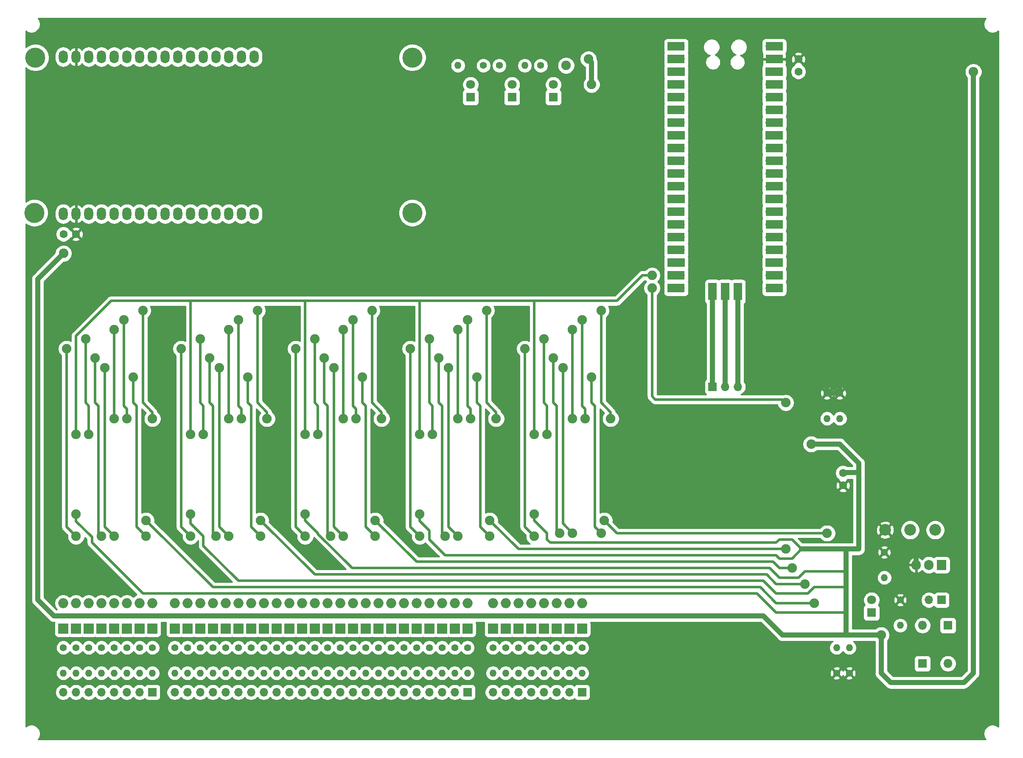
<source format=gbr>
%TF.GenerationSoftware,KiCad,Pcbnew,(5.1.10)-1*%
%TF.CreationDate,2021-08-27T16:08:08+02:00*%
%TF.ProjectId,LCD Bus Reader,4c434420-4275-4732-9052-65616465722e,rev?*%
%TF.SameCoordinates,Original*%
%TF.FileFunction,Copper,L1,Top*%
%TF.FilePolarity,Positive*%
%FSLAX46Y46*%
G04 Gerber Fmt 4.6, Leading zero omitted, Abs format (unit mm)*
G04 Created by KiCad (PCBNEW (5.1.10)-1) date 2021-08-27 16:08:08*
%MOMM*%
%LPD*%
G01*
G04 APERTURE LIST*
%TA.AperFunction,ComponentPad*%
%ADD10O,1.400000X1.400000*%
%TD*%
%TA.AperFunction,ComponentPad*%
%ADD11C,1.400000*%
%TD*%
%TA.AperFunction,ComponentPad*%
%ADD12O,1.800000X2.600000*%
%TD*%
%TA.AperFunction,ComponentPad*%
%ADD13C,4.000000*%
%TD*%
%TA.AperFunction,ComponentPad*%
%ADD14O,2.000000X2.000000*%
%TD*%
%TA.AperFunction,ComponentPad*%
%ADD15R,2.000000X2.000000*%
%TD*%
%TA.AperFunction,ComponentPad*%
%ADD16C,1.800000*%
%TD*%
%TA.AperFunction,ComponentPad*%
%ADD17R,1.800000X1.800000*%
%TD*%
%TA.AperFunction,ComponentPad*%
%ADD18C,1.600000*%
%TD*%
%TA.AperFunction,ComponentPad*%
%ADD19O,1.700000X1.700000*%
%TD*%
%TA.AperFunction,ComponentPad*%
%ADD20R,1.700000X1.700000*%
%TD*%
%TA.AperFunction,SMDPad,CuDef*%
%ADD21R,1.700000X3.500000*%
%TD*%
%TA.AperFunction,SMDPad,CuDef*%
%ADD22R,3.500000X1.700000*%
%TD*%
%TA.AperFunction,ComponentPad*%
%ADD23O,1.905000X2.000000*%
%TD*%
%TA.AperFunction,ComponentPad*%
%ADD24R,1.905000X2.000000*%
%TD*%
%TA.AperFunction,ComponentPad*%
%ADD25O,1.800000X1.800000*%
%TD*%
%TA.AperFunction,ComponentPad*%
%ADD26C,2.340000*%
%TD*%
%TA.AperFunction,ViaPad*%
%ADD27C,1.905000*%
%TD*%
%TA.AperFunction,Conductor*%
%ADD28C,1.000000*%
%TD*%
%TA.AperFunction,Conductor*%
%ADD29C,0.500000*%
%TD*%
%TA.AperFunction,Conductor*%
%ADD30C,0.254000*%
%TD*%
%TA.AperFunction,Conductor*%
%ADD31C,0.100000*%
%TD*%
G04 APERTURE END LIST*
D10*
%TO.P,R49,2*%
%TO.N,/CE7*%
X211455000Y-97155000D03*
D11*
%TO.P,R49,1*%
%TO.N,/5V*%
X211455000Y-92075000D03*
%TD*%
D10*
%TO.P,R48,2*%
%TO.N,/CE6*%
X213360000Y-142875000D03*
D11*
%TO.P,R48,1*%
%TO.N,/5V*%
X213360000Y-147955000D03*
%TD*%
D10*
%TO.P,R47,2*%
%TO.N,/CE5*%
X210820000Y-142875000D03*
D11*
%TO.P,R47,1*%
%TO.N,/5V*%
X210820000Y-147955000D03*
%TD*%
D10*
%TO.P,R46,2*%
%TO.N,/DET3*%
X208915000Y-97155000D03*
D11*
%TO.P,R46,1*%
%TO.N,/5V*%
X208915000Y-92075000D03*
%TD*%
D12*
%TO.P,U2,5*%
%TO.N,/RW*%
X66674000Y-56285000D03*
%TO.P,U2,14*%
%TO.N,/DB7*%
X89534000Y-56285000D03*
%TO.P,U2,13*%
%TO.N,/DB6*%
X86999080Y-56287540D03*
%TO.P,U2,15*%
%TO.N,Net-(U2-Pad15)*%
X92074000Y-56285000D03*
%TO.P,U2,2*%
%TO.N,/5V*%
X59054000Y-56285000D03*
%TO.P,U2,8*%
%TO.N,/DB1*%
X74294000Y-56285000D03*
%TO.P,U2,3*%
%TO.N,/V0*%
X61594000Y-56285000D03*
%TO.P,U2,16*%
%TO.N,Net-(U2-Pad16)*%
X94619080Y-56287540D03*
%TO.P,U2,9*%
%TO.N,/DB2*%
X76834000Y-56285000D03*
%TO.P,U2,6*%
%TO.N,/E*%
X69214000Y-56285000D03*
%TO.P,U2,1*%
%TO.N,/1.6V*%
X56514000Y-56285000D03*
%TO.P,U2,4*%
%TO.N,/RS*%
X64134000Y-56285000D03*
%TO.P,U2,12*%
%TO.N,/DB5*%
X84454000Y-56285000D03*
%TO.P,U2,11*%
%TO.N,/DB4*%
X81914000Y-56285000D03*
%TO.P,U2,7*%
%TO.N,/DB0*%
X71754000Y-56285000D03*
%TO.P,U2,10*%
%TO.N,/DB3*%
X79374000Y-56285000D03*
D13*
%TO.P,U2,*%
%TO.N,*%
X50934000Y-25082000D03*
X50754000Y-56082000D03*
X126174000Y-56082000D03*
X126174000Y-25082000D03*
D12*
%TO.P,U2,16*%
%TO.N,Net-(U2-Pad16)*%
X94619080Y-24934540D03*
%TO.P,U2,15*%
%TO.N,Net-(U2-Pad15)*%
X92074000Y-24932000D03*
%TO.P,U2,14*%
%TO.N,/DB7*%
X89534000Y-24932000D03*
%TO.P,U2,13*%
%TO.N,/DB6*%
X86999080Y-24934540D03*
%TO.P,U2,12*%
%TO.N,/DB5*%
X84454000Y-24932000D03*
%TO.P,U2,11*%
%TO.N,/DB4*%
X81914000Y-24932000D03*
%TO.P,U2,10*%
%TO.N,/DB3*%
X79374000Y-24932000D03*
%TO.P,U2,9*%
%TO.N,/DB2*%
X76834000Y-24932000D03*
%TO.P,U2,8*%
%TO.N,/DB1*%
X74294000Y-24932000D03*
%TO.P,U2,7*%
%TO.N,/DB0*%
X71754000Y-24932000D03*
%TO.P,U2,6*%
%TO.N,/E*%
X69214000Y-24932000D03*
%TO.P,U2,5*%
%TO.N,/RW*%
X66674000Y-24932000D03*
%TO.P,U2,4*%
%TO.N,/RS*%
X64134000Y-24932000D03*
%TO.P,U2,3*%
%TO.N,/V0*%
X61594000Y-24932000D03*
%TO.P,U2,2*%
%TO.N,/5V*%
X59054000Y-24932000D03*
%TO.P,U2,1*%
%TO.N,/1.6V*%
X56514000Y-24932000D03*
%TD*%
D14*
%TO.P,D46,2*%
%TO.N,/P40*%
X142240000Y-133985000D03*
D15*
%TO.P,D46,1*%
%TO.N,Net-(D46-Pad1)*%
X142240000Y-139065000D03*
%TD*%
D14*
%TO.P,D45,2*%
%TO.N,/P39*%
X144780000Y-133985000D03*
D15*
%TO.P,D45,1*%
%TO.N,Net-(D45-Pad1)*%
X144780000Y-139065000D03*
%TD*%
D14*
%TO.P,D44,2*%
%TO.N,/P38*%
X147320000Y-133985000D03*
D15*
%TO.P,D44,1*%
%TO.N,Net-(D44-Pad1)*%
X147320000Y-139065000D03*
%TD*%
D14*
%TO.P,D43,2*%
%TO.N,/P37*%
X149860000Y-133985000D03*
D15*
%TO.P,D43,1*%
%TO.N,Net-(D43-Pad1)*%
X149860000Y-139065000D03*
%TD*%
D14*
%TO.P,D42,2*%
%TO.N,/P36*%
X152400000Y-133985000D03*
D15*
%TO.P,D42,1*%
%TO.N,Net-(D42-Pad1)*%
X152400000Y-139065000D03*
%TD*%
D14*
%TO.P,D41,2*%
%TO.N,/P35*%
X154940000Y-133985000D03*
D15*
%TO.P,D41,1*%
%TO.N,Net-(D41-Pad1)*%
X154940000Y-139065000D03*
%TD*%
D14*
%TO.P,D40,2*%
%TO.N,/P34*%
X157480000Y-133985000D03*
D15*
%TO.P,D40,1*%
%TO.N,Net-(D40-Pad1)*%
X157480000Y-139065000D03*
%TD*%
D14*
%TO.P,D39,2*%
%TO.N,/P33*%
X160020000Y-133985000D03*
D15*
%TO.P,D39,1*%
%TO.N,Net-(D39-Pad1)*%
X160020000Y-139065000D03*
%TD*%
D14*
%TO.P,D38,2*%
%TO.N,/P32*%
X56515000Y-133985000D03*
D15*
%TO.P,D38,1*%
%TO.N,Net-(D38-Pad1)*%
X56515000Y-139065000D03*
%TD*%
D14*
%TO.P,D37,2*%
%TO.N,/P31*%
X59055000Y-133985000D03*
D15*
%TO.P,D37,1*%
%TO.N,Net-(D37-Pad1)*%
X59055000Y-139065000D03*
%TD*%
D14*
%TO.P,D36,2*%
%TO.N,/P30*%
X61595000Y-133985000D03*
D15*
%TO.P,D36,1*%
%TO.N,Net-(D36-Pad1)*%
X61595000Y-139065000D03*
%TD*%
D14*
%TO.P,D35,2*%
%TO.N,/P29*%
X64135000Y-133985000D03*
D15*
%TO.P,D35,1*%
%TO.N,Net-(D35-Pad1)*%
X64135000Y-139065000D03*
%TD*%
D14*
%TO.P,D34,2*%
%TO.N,/P28*%
X66675000Y-133985000D03*
D15*
%TO.P,D34,1*%
%TO.N,Net-(D34-Pad1)*%
X66675000Y-139065000D03*
%TD*%
D14*
%TO.P,D33,2*%
%TO.N,/P27*%
X69215000Y-133985000D03*
D15*
%TO.P,D33,1*%
%TO.N,Net-(D33-Pad1)*%
X69215000Y-139065000D03*
%TD*%
D14*
%TO.P,D32,2*%
%TO.N,/P26*%
X71755000Y-133985000D03*
D15*
%TO.P,D32,1*%
%TO.N,Net-(D32-Pad1)*%
X71755000Y-139065000D03*
%TD*%
D14*
%TO.P,D31,2*%
%TO.N,/P25*%
X74295000Y-133985000D03*
D15*
%TO.P,D31,1*%
%TO.N,Net-(D31-Pad1)*%
X74295000Y-139065000D03*
%TD*%
D14*
%TO.P,D30,2*%
%TO.N,/P24*%
X78740000Y-133985000D03*
D15*
%TO.P,D30,1*%
%TO.N,Net-(D30-Pad1)*%
X78740000Y-139065000D03*
%TD*%
D14*
%TO.P,D29,2*%
%TO.N,/P23*%
X81280000Y-133985000D03*
D15*
%TO.P,D29,1*%
%TO.N,Net-(D29-Pad1)*%
X81280000Y-139065000D03*
%TD*%
D14*
%TO.P,D28,2*%
%TO.N,/P22*%
X83820000Y-133985000D03*
D15*
%TO.P,D28,1*%
%TO.N,Net-(D28-Pad1)*%
X83820000Y-139065000D03*
%TD*%
D14*
%TO.P,D27,2*%
%TO.N,/P21*%
X86360000Y-133985000D03*
D15*
%TO.P,D27,1*%
%TO.N,Net-(D27-Pad1)*%
X86360000Y-139065000D03*
%TD*%
D14*
%TO.P,D26,2*%
%TO.N,/P20*%
X88900000Y-133985000D03*
D15*
%TO.P,D26,1*%
%TO.N,Net-(D26-Pad1)*%
X88900000Y-139065000D03*
%TD*%
D14*
%TO.P,D25,2*%
%TO.N,/P19*%
X91440000Y-133985000D03*
D15*
%TO.P,D25,1*%
%TO.N,Net-(D25-Pad1)*%
X91440000Y-139065000D03*
%TD*%
D14*
%TO.P,D24,2*%
%TO.N,/P18*%
X93980000Y-133985000D03*
D15*
%TO.P,D24,1*%
%TO.N,Net-(D24-Pad1)*%
X93980000Y-139065000D03*
%TD*%
D14*
%TO.P,D23,2*%
%TO.N,/P17*%
X96520000Y-133985000D03*
D15*
%TO.P,D23,1*%
%TO.N,Net-(D23-Pad1)*%
X96520000Y-139065000D03*
%TD*%
D14*
%TO.P,D22,2*%
%TO.N,/P16*%
X99060000Y-133985000D03*
D15*
%TO.P,D22,1*%
%TO.N,Net-(D22-Pad1)*%
X99060000Y-139065000D03*
%TD*%
D14*
%TO.P,D21,2*%
%TO.N,/P15*%
X101600000Y-133985000D03*
D15*
%TO.P,D21,1*%
%TO.N,Net-(D21-Pad1)*%
X101600000Y-139065000D03*
%TD*%
D14*
%TO.P,D20,2*%
%TO.N,/P14*%
X104140000Y-133985000D03*
D15*
%TO.P,D20,1*%
%TO.N,Net-(D20-Pad1)*%
X104140000Y-139065000D03*
%TD*%
D14*
%TO.P,D19,2*%
%TO.N,/P13*%
X106680000Y-133985000D03*
D15*
%TO.P,D19,1*%
%TO.N,Net-(D19-Pad1)*%
X106680000Y-139065000D03*
%TD*%
D14*
%TO.P,D18,2*%
%TO.N,/P12*%
X109220000Y-133985000D03*
D15*
%TO.P,D18,1*%
%TO.N,Net-(D18-Pad1)*%
X109220000Y-139065000D03*
%TD*%
D14*
%TO.P,D17,2*%
%TO.N,/P11*%
X111760000Y-133985000D03*
D15*
%TO.P,D17,1*%
%TO.N,Net-(D17-Pad1)*%
X111760000Y-139065000D03*
%TD*%
D14*
%TO.P,D16,2*%
%TO.N,/P10*%
X114300000Y-133985000D03*
D15*
%TO.P,D16,1*%
%TO.N,Net-(D16-Pad1)*%
X114300000Y-139065000D03*
%TD*%
D14*
%TO.P,D15,2*%
%TO.N,/P9*%
X116840000Y-133985000D03*
D15*
%TO.P,D15,1*%
%TO.N,Net-(D15-Pad1)*%
X116840000Y-139065000D03*
%TD*%
D14*
%TO.P,D14,2*%
%TO.N,/P8*%
X119380000Y-133985000D03*
D15*
%TO.P,D14,1*%
%TO.N,Net-(D14-Pad1)*%
X119380000Y-139065000D03*
%TD*%
D14*
%TO.P,D13,2*%
%TO.N,/P7*%
X121920000Y-133985000D03*
D15*
%TO.P,D13,1*%
%TO.N,Net-(D13-Pad1)*%
X121920000Y-139065000D03*
%TD*%
D14*
%TO.P,D12,2*%
%TO.N,/P6*%
X124460000Y-133985000D03*
D15*
%TO.P,D12,1*%
%TO.N,Net-(D12-Pad1)*%
X124460000Y-139065000D03*
%TD*%
D14*
%TO.P,D11,2*%
%TO.N,/P5*%
X127000000Y-133985000D03*
D15*
%TO.P,D11,1*%
%TO.N,Net-(D11-Pad1)*%
X127000000Y-139065000D03*
%TD*%
D14*
%TO.P,D10,2*%
%TO.N,/P4*%
X129540000Y-133985000D03*
D15*
%TO.P,D10,1*%
%TO.N,Net-(D10-Pad1)*%
X129540000Y-139065000D03*
%TD*%
D14*
%TO.P,D9,2*%
%TO.N,/P3*%
X132080000Y-133985000D03*
D15*
%TO.P,D9,1*%
%TO.N,Net-(D9-Pad1)*%
X132080000Y-139065000D03*
%TD*%
D14*
%TO.P,D8,2*%
%TO.N,/P2*%
X134620000Y-133985000D03*
D15*
%TO.P,D8,1*%
%TO.N,Net-(D8-Pad1)*%
X134620000Y-139065000D03*
%TD*%
D14*
%TO.P,D7,2*%
%TO.N,/P1*%
X137160000Y-133985000D03*
D15*
%TO.P,D7,1*%
%TO.N,Net-(D7-Pad1)*%
X137160000Y-139065000D03*
%TD*%
D10*
%TO.P,R45,2*%
%TO.N,Net-(D6-Pad2)*%
X135255000Y-26670000D03*
D11*
%TO.P,R45,1*%
%TO.N,Net-(R45-Pad1)*%
X140335000Y-26670000D03*
%TD*%
D10*
%TO.P,R44,2*%
%TO.N,Net-(R44-Pad2)*%
X148590000Y-26670000D03*
D11*
%TO.P,R44,1*%
%TO.N,Net-(D5-Pad2)*%
X143510000Y-26670000D03*
%TD*%
D10*
%TO.P,R43,2*%
%TO.N,Net-(R43-Pad2)*%
X156845000Y-26670000D03*
D11*
%TO.P,R43,1*%
%TO.N,Net-(D4-Pad2)*%
X151765000Y-26670000D03*
%TD*%
D16*
%TO.P,D6,2*%
%TO.N,Net-(D6-Pad2)*%
X137795000Y-30480000D03*
D17*
%TO.P,D6,1*%
%TO.N,/1.6V*%
X137795000Y-33020000D03*
%TD*%
D16*
%TO.P,D5,2*%
%TO.N,Net-(D5-Pad2)*%
X146050000Y-30480000D03*
D17*
%TO.P,D5,1*%
%TO.N,/1.6V*%
X146050000Y-33020000D03*
%TD*%
D16*
%TO.P,D4,2*%
%TO.N,Net-(D4-Pad2)*%
X154305000Y-30480000D03*
D17*
%TO.P,D4,1*%
%TO.N,/1.6V*%
X154305000Y-33020000D03*
%TD*%
D18*
%TO.P,C1,2*%
%TO.N,/1.6V*%
X56555000Y-60325000D03*
%TO.P,C1,1*%
%TO.N,/5V*%
X59055000Y-60325000D03*
%TD*%
D10*
%TO.P,R42,2*%
%TO.N,Net-(J5-Pad8)*%
X142240000Y-147955000D03*
D11*
%TO.P,R42,1*%
%TO.N,Net-(D46-Pad1)*%
X142240000Y-142875000D03*
%TD*%
D10*
%TO.P,R41,2*%
%TO.N,Net-(J5-Pad7)*%
X144780000Y-147955000D03*
D11*
%TO.P,R41,1*%
%TO.N,Net-(D45-Pad1)*%
X144780000Y-142875000D03*
%TD*%
D10*
%TO.P,R40,2*%
%TO.N,Net-(J5-Pad6)*%
X147320000Y-147955000D03*
D11*
%TO.P,R40,1*%
%TO.N,Net-(D44-Pad1)*%
X147320000Y-142875000D03*
%TD*%
D10*
%TO.P,R39,2*%
%TO.N,Net-(J5-Pad5)*%
X149860000Y-147955000D03*
D11*
%TO.P,R39,1*%
%TO.N,Net-(D43-Pad1)*%
X149860000Y-142875000D03*
%TD*%
D10*
%TO.P,R38,2*%
%TO.N,Net-(J5-Pad4)*%
X152400000Y-147955000D03*
D11*
%TO.P,R38,1*%
%TO.N,Net-(D42-Pad1)*%
X152400000Y-142875000D03*
%TD*%
D10*
%TO.P,R37,2*%
%TO.N,Net-(J5-Pad3)*%
X154940000Y-147955000D03*
D11*
%TO.P,R37,1*%
%TO.N,Net-(D41-Pad1)*%
X154940000Y-142875000D03*
%TD*%
D10*
%TO.P,R36,2*%
%TO.N,Net-(J5-Pad2)*%
X157480000Y-147955000D03*
D11*
%TO.P,R36,1*%
%TO.N,Net-(D40-Pad1)*%
X157480000Y-142875000D03*
%TD*%
D10*
%TO.P,R35,2*%
%TO.N,Net-(J5-Pad1)*%
X160020000Y-147955000D03*
D11*
%TO.P,R35,1*%
%TO.N,Net-(D39-Pad1)*%
X160020000Y-142875000D03*
%TD*%
D19*
%TO.P,J5,8*%
%TO.N,Net-(J5-Pad8)*%
X142240000Y-151765000D03*
%TO.P,J5,7*%
%TO.N,Net-(J5-Pad7)*%
X144780000Y-151765000D03*
%TO.P,J5,6*%
%TO.N,Net-(J5-Pad6)*%
X147320000Y-151765000D03*
%TO.P,J5,5*%
%TO.N,Net-(J5-Pad5)*%
X149860000Y-151765000D03*
%TO.P,J5,4*%
%TO.N,Net-(J5-Pad4)*%
X152400000Y-151765000D03*
%TO.P,J5,3*%
%TO.N,Net-(J5-Pad3)*%
X154940000Y-151765000D03*
%TO.P,J5,2*%
%TO.N,Net-(J5-Pad2)*%
X157480000Y-151765000D03*
D20*
%TO.P,J5,1*%
%TO.N,Net-(J5-Pad1)*%
X160020000Y-151765000D03*
%TD*%
D19*
%TO.P,J4,8*%
%TO.N,Net-(J4-Pad8)*%
X56515000Y-151765000D03*
%TO.P,J4,7*%
%TO.N,Net-(J4-Pad7)*%
X59055000Y-151765000D03*
%TO.P,J4,6*%
%TO.N,Net-(J4-Pad6)*%
X61595000Y-151765000D03*
%TO.P,J4,5*%
%TO.N,Net-(J4-Pad5)*%
X64135000Y-151765000D03*
%TO.P,J4,4*%
%TO.N,Net-(J4-Pad4)*%
X66675000Y-151765000D03*
%TO.P,J4,3*%
%TO.N,Net-(J4-Pad3)*%
X69215000Y-151765000D03*
%TO.P,J4,2*%
%TO.N,Net-(J4-Pad2)*%
X71755000Y-151765000D03*
D20*
%TO.P,J4,1*%
%TO.N,Net-(J4-Pad1)*%
X74295000Y-151765000D03*
%TD*%
D19*
%TO.P,J3,3*%
%TO.N,Net-(J3-Pad3)*%
X191135000Y-90805000D03*
%TO.P,J3,2*%
%TO.N,Net-(J3-Pad2)*%
X188595000Y-90805000D03*
D20*
%TO.P,J3,1*%
%TO.N,Net-(J3-Pad1)*%
X186055000Y-90805000D03*
%TD*%
D19*
%TO.P,J2,24*%
%TO.N,Net-(J2-Pad24)*%
X78740000Y-151765000D03*
%TO.P,J2,23*%
%TO.N,Net-(J2-Pad23)*%
X81280000Y-151765000D03*
%TO.P,J2,22*%
%TO.N,Net-(J2-Pad22)*%
X83820000Y-151765000D03*
%TO.P,J2,21*%
%TO.N,Net-(J2-Pad21)*%
X86360000Y-151765000D03*
%TO.P,J2,20*%
%TO.N,Net-(J2-Pad20)*%
X88900000Y-151765000D03*
%TO.P,J2,19*%
%TO.N,Net-(J2-Pad19)*%
X91440000Y-151765000D03*
%TO.P,J2,18*%
%TO.N,Net-(J2-Pad18)*%
X93980000Y-151765000D03*
%TO.P,J2,17*%
%TO.N,Net-(J2-Pad17)*%
X96520000Y-151765000D03*
%TO.P,J2,16*%
%TO.N,Net-(J2-Pad16)*%
X99060000Y-151765000D03*
%TO.P,J2,15*%
%TO.N,Net-(J2-Pad15)*%
X101600000Y-151765000D03*
%TO.P,J2,14*%
%TO.N,Net-(J2-Pad14)*%
X104140000Y-151765000D03*
%TO.P,J2,13*%
%TO.N,Net-(J2-Pad13)*%
X106680000Y-151765000D03*
%TO.P,J2,12*%
%TO.N,Net-(J2-Pad12)*%
X109220000Y-151765000D03*
%TO.P,J2,11*%
%TO.N,Net-(J2-Pad11)*%
X111760000Y-151765000D03*
%TO.P,J2,10*%
%TO.N,Net-(J2-Pad10)*%
X114300000Y-151765000D03*
%TO.P,J2,9*%
%TO.N,Net-(J2-Pad9)*%
X116840000Y-151765000D03*
%TO.P,J2,8*%
%TO.N,Net-(J2-Pad8)*%
X119380000Y-151765000D03*
%TO.P,J2,7*%
%TO.N,Net-(J2-Pad7)*%
X121920000Y-151765000D03*
%TO.P,J2,6*%
%TO.N,Net-(J2-Pad6)*%
X124460000Y-151765000D03*
%TO.P,J2,5*%
%TO.N,Net-(J2-Pad5)*%
X127000000Y-151765000D03*
%TO.P,J2,4*%
%TO.N,Net-(J2-Pad4)*%
X129540000Y-151765000D03*
%TO.P,J2,3*%
%TO.N,Net-(J2-Pad3)*%
X132080000Y-151765000D03*
%TO.P,J2,2*%
%TO.N,Net-(J2-Pad2)*%
X134620000Y-151765000D03*
D20*
%TO.P,J2,1*%
%TO.N,Net-(J2-Pad1)*%
X137160000Y-151765000D03*
%TD*%
D19*
%TO.P,U1,43*%
%TO.N,Net-(J3-Pad3)*%
X191135000Y-70890000D03*
D21*
X191135000Y-71790000D03*
D20*
%TO.P,U1,42*%
%TO.N,Net-(J3-Pad2)*%
X188595000Y-70890000D03*
D21*
X188595000Y-71790000D03*
D19*
%TO.P,U1,41*%
%TO.N,Net-(J3-Pad1)*%
X186055000Y-70890000D03*
D21*
X186055000Y-71790000D03*
D22*
%TO.P,U1,21*%
%TO.N,/L7*%
X198385000Y-71120000D03*
%TO.P,U1,22*%
%TO.N,/L6*%
X198385000Y-68580000D03*
%TO.P,U1,23*%
%TO.N,/1.6V*%
X198385000Y-66040000D03*
%TO.P,U1,24*%
%TO.N,/L5*%
X198385000Y-63500000D03*
%TO.P,U1,25*%
%TO.N,/L4*%
X198385000Y-60960000D03*
%TO.P,U1,26*%
%TO.N,/L3*%
X198385000Y-58420000D03*
%TO.P,U1,27*%
%TO.N,/L2*%
X198385000Y-55880000D03*
%TO.P,U1,28*%
%TO.N,/1.6V*%
X198385000Y-53340000D03*
%TO.P,U1,29*%
%TO.N,/L1*%
X198385000Y-50800000D03*
%TO.P,U1,30*%
%TO.N,Net-(U1-Pad30)*%
X198385000Y-48260000D03*
%TO.P,U1,31*%
%TO.N,/L0*%
X198385000Y-45720000D03*
%TO.P,U1,32*%
%TO.N,/CS1*%
X198385000Y-43180000D03*
%TO.P,U1,33*%
%TO.N,/1.6V*%
X198385000Y-40640000D03*
%TO.P,U1,34*%
%TO.N,/CS2*%
X198385000Y-38100000D03*
%TO.P,U1,35*%
%TO.N,Net-(U1-Pad35)*%
X198385000Y-35560000D03*
%TO.P,U1,36*%
%TO.N,Net-(U1-Pad36)*%
X198385000Y-33020000D03*
%TO.P,U1,37*%
%TO.N,Net-(U1-Pad37)*%
X198385000Y-30480000D03*
%TO.P,U1,38*%
%TO.N,/1.6V*%
X198385000Y-27940000D03*
%TO.P,U1,39*%
%TO.N,/5V*%
X198385000Y-25400000D03*
%TO.P,U1,40*%
%TO.N,Net-(U1-Pad40)*%
X198385000Y-22860000D03*
%TO.P,U1,20*%
%TO.N,/CS0*%
X178805000Y-71120000D03*
%TO.P,U1,19*%
%TO.N,/LE*%
X178805000Y-68580000D03*
%TO.P,U1,18*%
%TO.N,Net-(U1-Pad18)*%
X178805000Y-66040000D03*
%TO.P,U1,17*%
%TO.N,/RS*%
X178805000Y-63500000D03*
%TO.P,U1,16*%
%TO.N,/RW*%
X178805000Y-60960000D03*
%TO.P,U1,15*%
%TO.N,/E*%
X178805000Y-58420000D03*
%TO.P,U1,14*%
%TO.N,/DB0*%
X178805000Y-55880000D03*
%TO.P,U1,13*%
%TO.N,Net-(U1-Pad13)*%
X178805000Y-53340000D03*
%TO.P,U1,12*%
%TO.N,/DB1*%
X178805000Y-50800000D03*
%TO.P,U1,11*%
%TO.N,/DB2*%
X178805000Y-48260000D03*
%TO.P,U1,10*%
%TO.N,/DB3*%
X178805000Y-45720000D03*
%TO.P,U1,9*%
%TO.N,/DB4*%
X178805000Y-43180000D03*
%TO.P,U1,8*%
%TO.N,Net-(U1-Pad8)*%
X178805000Y-40640000D03*
%TO.P,U1,7*%
%TO.N,/DB5*%
X178805000Y-38100000D03*
%TO.P,U1,6*%
%TO.N,/DB6*%
X178805000Y-35560000D03*
%TO.P,U1,5*%
%TO.N,/DB7*%
X178805000Y-33020000D03*
%TO.P,U1,4*%
%TO.N,Net-(R43-Pad2)*%
X178805000Y-30480000D03*
%TO.P,U1,3*%
%TO.N,/1.6V*%
X178805000Y-27940000D03*
%TO.P,U1,2*%
%TO.N,Net-(R44-Pad2)*%
X178805000Y-25400000D03*
%TO.P,U1,1*%
%TO.N,Net-(R45-Pad1)*%
X178805000Y-22860000D03*
D19*
%TO.P,U1,40*%
%TO.N,Net-(U1-Pad40)*%
X197485000Y-22860000D03*
%TO.P,U1,39*%
%TO.N,/5V*%
X197485000Y-25400000D03*
D20*
%TO.P,U1,38*%
%TO.N,/1.6V*%
X197485000Y-27940000D03*
D19*
%TO.P,U1,37*%
%TO.N,Net-(U1-Pad37)*%
X197485000Y-30480000D03*
%TO.P,U1,36*%
%TO.N,Net-(U1-Pad36)*%
X197485000Y-33020000D03*
%TO.P,U1,35*%
%TO.N,Net-(U1-Pad35)*%
X197485000Y-35560000D03*
%TO.P,U1,34*%
%TO.N,/CS2*%
X197485000Y-38100000D03*
D20*
%TO.P,U1,33*%
%TO.N,/1.6V*%
X197485000Y-40640000D03*
D19*
%TO.P,U1,32*%
%TO.N,/CS1*%
X197485000Y-43180000D03*
%TO.P,U1,31*%
%TO.N,/L0*%
X197485000Y-45720000D03*
%TO.P,U1,30*%
%TO.N,Net-(U1-Pad30)*%
X197485000Y-48260000D03*
%TO.P,U1,29*%
%TO.N,/L1*%
X197485000Y-50800000D03*
D20*
%TO.P,U1,28*%
%TO.N,/1.6V*%
X197485000Y-53340000D03*
D19*
%TO.P,U1,27*%
%TO.N,/L2*%
X197485000Y-55880000D03*
%TO.P,U1,26*%
%TO.N,/L3*%
X197485000Y-58420000D03*
%TO.P,U1,25*%
%TO.N,/L4*%
X197485000Y-60960000D03*
%TO.P,U1,24*%
%TO.N,/L5*%
X197485000Y-63500000D03*
D20*
%TO.P,U1,23*%
%TO.N,/1.6V*%
X197485000Y-66040000D03*
D19*
%TO.P,U1,22*%
%TO.N,/L6*%
X197485000Y-68580000D03*
%TO.P,U1,21*%
%TO.N,/L7*%
X197485000Y-71120000D03*
%TO.P,U1,20*%
%TO.N,/CS0*%
X179705000Y-71120000D03*
%TO.P,U1,19*%
%TO.N,/LE*%
X179705000Y-68580000D03*
D20*
%TO.P,U1,18*%
%TO.N,Net-(U1-Pad18)*%
X179705000Y-66040000D03*
D19*
%TO.P,U1,17*%
%TO.N,/RS*%
X179705000Y-63500000D03*
%TO.P,U1,16*%
%TO.N,/RW*%
X179705000Y-60960000D03*
%TO.P,U1,15*%
%TO.N,/E*%
X179705000Y-58420000D03*
%TO.P,U1,14*%
%TO.N,/DB0*%
X179705000Y-55880000D03*
D20*
%TO.P,U1,13*%
%TO.N,Net-(U1-Pad13)*%
X179705000Y-53340000D03*
D19*
%TO.P,U1,12*%
%TO.N,/DB1*%
X179705000Y-50800000D03*
%TO.P,U1,11*%
%TO.N,/DB2*%
X179705000Y-48260000D03*
%TO.P,U1,10*%
%TO.N,/DB3*%
X179705000Y-45720000D03*
%TO.P,U1,9*%
%TO.N,/DB4*%
X179705000Y-43180000D03*
D20*
%TO.P,U1,8*%
%TO.N,Net-(U1-Pad8)*%
X179705000Y-40640000D03*
D19*
%TO.P,U1,7*%
%TO.N,/DB5*%
X179705000Y-38100000D03*
%TO.P,U1,6*%
%TO.N,/DB6*%
X179705000Y-35560000D03*
%TO.P,U1,5*%
%TO.N,/DB7*%
X179705000Y-33020000D03*
%TO.P,U1,4*%
%TO.N,Net-(R43-Pad2)*%
X179705000Y-30480000D03*
D20*
%TO.P,U1,3*%
%TO.N,/1.6V*%
X179705000Y-27940000D03*
D19*
%TO.P,U1,2*%
%TO.N,Net-(R44-Pad2)*%
X179705000Y-25400000D03*
%TO.P,U1,1*%
%TO.N,Net-(R45-Pad1)*%
X179705000Y-22860000D03*
%TD*%
D23*
%TO.P,U3,3*%
%TO.N,/5V*%
X226695000Y-126365000D03*
%TO.P,U3,2*%
%TO.N,/0V*%
X229235000Y-126365000D03*
D24*
%TO.P,U3,1*%
%TO.N,+12V*%
X231775000Y-126365000D03*
%TD*%
D10*
%TO.P,R34,2*%
%TO.N,Net-(J4-Pad8)*%
X56515000Y-147955000D03*
D11*
%TO.P,R34,1*%
%TO.N,Net-(D38-Pad1)*%
X56515000Y-142875000D03*
%TD*%
D10*
%TO.P,R33,2*%
%TO.N,Net-(J4-Pad7)*%
X59055000Y-147955000D03*
D11*
%TO.P,R33,1*%
%TO.N,Net-(D37-Pad1)*%
X59055000Y-142875000D03*
%TD*%
D10*
%TO.P,R32,2*%
%TO.N,Net-(J4-Pad6)*%
X61595000Y-147955000D03*
D11*
%TO.P,R32,1*%
%TO.N,Net-(D36-Pad1)*%
X61595000Y-142875000D03*
%TD*%
D10*
%TO.P,R31,2*%
%TO.N,Net-(J4-Pad5)*%
X64135000Y-147955000D03*
D11*
%TO.P,R31,1*%
%TO.N,Net-(D35-Pad1)*%
X64135000Y-142875000D03*
%TD*%
D10*
%TO.P,R30,2*%
%TO.N,Net-(J4-Pad4)*%
X66675000Y-147955000D03*
D11*
%TO.P,R30,1*%
%TO.N,Net-(D34-Pad1)*%
X66675000Y-142875000D03*
%TD*%
D10*
%TO.P,R29,2*%
%TO.N,Net-(J4-Pad3)*%
X69215000Y-147955000D03*
D11*
%TO.P,R29,1*%
%TO.N,Net-(D33-Pad1)*%
X69215000Y-142875000D03*
%TD*%
D10*
%TO.P,R28,2*%
%TO.N,Net-(J4-Pad2)*%
X71755000Y-147955000D03*
D11*
%TO.P,R28,1*%
%TO.N,Net-(D32-Pad1)*%
X71755000Y-142875000D03*
%TD*%
D10*
%TO.P,R27,2*%
%TO.N,Net-(J4-Pad1)*%
X74295000Y-147955000D03*
D11*
%TO.P,R27,1*%
%TO.N,Net-(D31-Pad1)*%
X74295000Y-142875000D03*
%TD*%
D10*
%TO.P,R26,2*%
%TO.N,Net-(J2-Pad24)*%
X78740000Y-147955000D03*
D11*
%TO.P,R26,1*%
%TO.N,Net-(D30-Pad1)*%
X78740000Y-142875000D03*
%TD*%
D10*
%TO.P,R25,2*%
%TO.N,Net-(J2-Pad23)*%
X81280000Y-147955000D03*
D11*
%TO.P,R25,1*%
%TO.N,Net-(D29-Pad1)*%
X81280000Y-142875000D03*
%TD*%
D10*
%TO.P,R24,2*%
%TO.N,Net-(J2-Pad22)*%
X83820000Y-147955000D03*
D11*
%TO.P,R24,1*%
%TO.N,Net-(D28-Pad1)*%
X83820000Y-142875000D03*
%TD*%
D10*
%TO.P,R23,2*%
%TO.N,Net-(J2-Pad21)*%
X86360000Y-147955000D03*
D11*
%TO.P,R23,1*%
%TO.N,Net-(D27-Pad1)*%
X86360000Y-142875000D03*
%TD*%
D10*
%TO.P,R22,2*%
%TO.N,Net-(J2-Pad20)*%
X88900000Y-147955000D03*
D11*
%TO.P,R22,1*%
%TO.N,Net-(D26-Pad1)*%
X88900000Y-142875000D03*
%TD*%
D10*
%TO.P,R21,2*%
%TO.N,Net-(J2-Pad19)*%
X91440000Y-147955000D03*
D11*
%TO.P,R21,1*%
%TO.N,Net-(D25-Pad1)*%
X91440000Y-142875000D03*
%TD*%
D10*
%TO.P,R20,2*%
%TO.N,Net-(J2-Pad18)*%
X93980000Y-147955000D03*
D11*
%TO.P,R20,1*%
%TO.N,Net-(D24-Pad1)*%
X93980000Y-142875000D03*
%TD*%
D10*
%TO.P,R19,2*%
%TO.N,Net-(J2-Pad17)*%
X96520000Y-147955000D03*
D11*
%TO.P,R19,1*%
%TO.N,Net-(D23-Pad1)*%
X96520000Y-142875000D03*
%TD*%
D10*
%TO.P,R18,2*%
%TO.N,Net-(J2-Pad16)*%
X99060000Y-147955000D03*
D11*
%TO.P,R18,1*%
%TO.N,Net-(D22-Pad1)*%
X99060000Y-142875000D03*
%TD*%
D10*
%TO.P,R17,2*%
%TO.N,Net-(J2-Pad15)*%
X101600000Y-147955000D03*
D11*
%TO.P,R17,1*%
%TO.N,Net-(D21-Pad1)*%
X101600000Y-142875000D03*
%TD*%
D10*
%TO.P,R16,2*%
%TO.N,Net-(J2-Pad14)*%
X104140000Y-147955000D03*
D11*
%TO.P,R16,1*%
%TO.N,Net-(D20-Pad1)*%
X104140000Y-142875000D03*
%TD*%
D10*
%TO.P,R15,2*%
%TO.N,Net-(J2-Pad13)*%
X106680000Y-147955000D03*
D11*
%TO.P,R15,1*%
%TO.N,Net-(D19-Pad1)*%
X106680000Y-142875000D03*
%TD*%
D10*
%TO.P,R14,2*%
%TO.N,Net-(J2-Pad12)*%
X109220000Y-147955000D03*
D11*
%TO.P,R14,1*%
%TO.N,Net-(D18-Pad1)*%
X109220000Y-142875000D03*
%TD*%
D10*
%TO.P,R13,2*%
%TO.N,Net-(J2-Pad11)*%
X111760000Y-147955000D03*
D11*
%TO.P,R13,1*%
%TO.N,Net-(D17-Pad1)*%
X111760000Y-142875000D03*
%TD*%
D10*
%TO.P,R12,2*%
%TO.N,Net-(J2-Pad10)*%
X114300000Y-147955000D03*
D11*
%TO.P,R12,1*%
%TO.N,Net-(D16-Pad1)*%
X114300000Y-142875000D03*
%TD*%
D10*
%TO.P,R11,2*%
%TO.N,Net-(J2-Pad9)*%
X116840000Y-147955000D03*
D11*
%TO.P,R11,1*%
%TO.N,Net-(D15-Pad1)*%
X116840000Y-142875000D03*
%TD*%
D10*
%TO.P,R10,2*%
%TO.N,Net-(J2-Pad8)*%
X119380000Y-147955000D03*
D11*
%TO.P,R10,1*%
%TO.N,Net-(D14-Pad1)*%
X119380000Y-142875000D03*
%TD*%
D10*
%TO.P,R9,2*%
%TO.N,Net-(J2-Pad7)*%
X121920000Y-147955000D03*
D11*
%TO.P,R9,1*%
%TO.N,Net-(D13-Pad1)*%
X121920000Y-142875000D03*
%TD*%
D10*
%TO.P,R8,2*%
%TO.N,Net-(J2-Pad6)*%
X124460000Y-147955000D03*
D11*
%TO.P,R8,1*%
%TO.N,Net-(D12-Pad1)*%
X124460000Y-142875000D03*
%TD*%
D10*
%TO.P,R7,2*%
%TO.N,Net-(J2-Pad5)*%
X127000000Y-147955000D03*
D11*
%TO.P,R7,1*%
%TO.N,Net-(D11-Pad1)*%
X127000000Y-142875000D03*
%TD*%
D10*
%TO.P,R6,2*%
%TO.N,Net-(J2-Pad4)*%
X129540000Y-147955000D03*
D11*
%TO.P,R6,1*%
%TO.N,Net-(D10-Pad1)*%
X129540000Y-142875000D03*
%TD*%
D10*
%TO.P,R5,2*%
%TO.N,Net-(J2-Pad3)*%
X132080000Y-147955000D03*
D11*
%TO.P,R5,1*%
%TO.N,Net-(D9-Pad1)*%
X132080000Y-142875000D03*
%TD*%
D10*
%TO.P,R4,2*%
%TO.N,Net-(J2-Pad2)*%
X134620000Y-147955000D03*
D11*
%TO.P,R4,1*%
%TO.N,Net-(D8-Pad1)*%
X134620000Y-142875000D03*
%TD*%
D10*
%TO.P,R3,2*%
%TO.N,Net-(J2-Pad1)*%
X137160000Y-147955000D03*
D11*
%TO.P,R3,1*%
%TO.N,Net-(D7-Pad1)*%
X137160000Y-142875000D03*
%TD*%
D10*
%TO.P,R2,2*%
%TO.N,Net-(D3-Pad2)*%
X220345000Y-128905000D03*
D11*
%TO.P,R2,1*%
%TO.N,/5V*%
X220345000Y-123825000D03*
%TD*%
D16*
%TO.P,D3,2*%
%TO.N,Net-(D3-Pad2)*%
X217805000Y-133350000D03*
D17*
%TO.P,D3,1*%
%TO.N,/0V*%
X217805000Y-135890000D03*
%TD*%
D18*
%TO.P,C3,2*%
%TO.N,/1.6V*%
X212090000Y-107990000D03*
%TO.P,C3,1*%
%TO.N,/5V*%
X212090000Y-110490000D03*
%TD*%
%TO.P,C2,2*%
%TO.N,/1.6V*%
X203200000Y-27900000D03*
%TO.P,C2,1*%
%TO.N,/5V*%
X203200000Y-25400000D03*
%TD*%
D17*
%TO.P,D2,1*%
%TO.N,/0V*%
X233045000Y-138430000D03*
D25*
%TO.P,D2,2*%
%TO.N,Net-(D1-Pad1)*%
X233045000Y-146050000D03*
%TD*%
D11*
%TO.P,R1,1*%
%TO.N,/5V*%
X223520000Y-133350000D03*
D10*
%TO.P,R1,2*%
%TO.N,/1.6V*%
X223520000Y-138430000D03*
%TD*%
D26*
%TO.P,RV1,3*%
%TO.N,/5V*%
X220505000Y-119380000D03*
%TO.P,RV1,2*%
%TO.N,/V0*%
X225505000Y-119380000D03*
%TO.P,RV1,1*%
%TO.N,/0V*%
X230505000Y-119380000D03*
%TD*%
D25*
%TO.P,D1,2*%
%TO.N,/1.6V*%
X227965000Y-138430000D03*
D17*
%TO.P,D1,1*%
%TO.N,Net-(D1-Pad1)*%
X227965000Y-146050000D03*
%TD*%
D20*
%TO.P,J1,1*%
%TO.N,+12V*%
X231775000Y-133350000D03*
D19*
%TO.P,J1,2*%
%TO.N,/0V*%
X229235000Y-133350000D03*
%TD*%
D27*
%TO.N,/5V*%
X119380000Y-101600000D03*
X96520000Y-101600000D03*
X73660000Y-101600000D03*
X142240000Y-101600000D03*
X145415000Y-91440000D03*
X122555000Y-91440000D03*
X99695000Y-91440000D03*
X76835000Y-91440000D03*
X235585000Y-25400000D03*
X205740000Y-87630000D03*
%TO.N,/1.6V*%
X81915000Y-116205000D03*
X127635000Y-116205000D03*
X150495000Y-116205000D03*
X59055000Y-116205000D03*
X104775000Y-116205000D03*
X56555000Y-64175000D03*
X219710000Y-140335000D03*
X238125000Y-27940000D03*
%TO.N,/L0*%
X161925000Y-88900000D03*
X139065000Y-88900000D03*
X116205000Y-88900000D03*
X93345000Y-88900000D03*
X141605000Y-120650000D03*
X118745000Y-120650000D03*
X95885000Y-120650000D03*
X73025000Y-120650000D03*
X70485000Y-88900000D03*
X163830000Y-120015000D03*
%TO.N,/L1*%
X156210000Y-86995000D03*
X133350000Y-86995000D03*
X110490000Y-86995000D03*
X87630000Y-86995000D03*
X135255000Y-120650000D03*
X112395000Y-120650000D03*
X89535000Y-120650000D03*
X66675000Y-120650000D03*
X64770000Y-86995000D03*
X158115000Y-120015000D03*
%TO.N,/L2*%
X154305000Y-85090000D03*
X131445000Y-85090000D03*
X108585000Y-85090000D03*
X85725000Y-85090000D03*
X132715000Y-120650000D03*
X109855000Y-120650000D03*
X86995000Y-120650000D03*
X64135000Y-120650000D03*
X62865000Y-85090000D03*
X155575000Y-120015000D03*
%TO.N,/L3*%
X150495000Y-120650000D03*
X127635000Y-120650000D03*
X104775000Y-120650000D03*
X81915000Y-120650000D03*
X59055000Y-120650000D03*
X80010000Y-83185000D03*
X57150000Y-83185000D03*
X102870000Y-83185000D03*
X125730000Y-83185000D03*
X148590000Y-83185000D03*
%TO.N,/L4*%
X152400000Y-81280000D03*
X153035000Y-100330000D03*
X129540000Y-81280000D03*
X130175000Y-100330000D03*
X106680000Y-81280000D03*
X107315000Y-100330000D03*
X83820000Y-81280000D03*
X84455000Y-100330000D03*
X61595000Y-100330000D03*
X60960000Y-81280000D03*
%TO.N,/L5*%
X158115000Y-97155000D03*
X158115000Y-79375000D03*
X135255000Y-79375000D03*
X135255000Y-97155000D03*
X112395000Y-79375000D03*
X112395000Y-97155000D03*
X89535000Y-79375000D03*
X89535000Y-97155000D03*
X66675000Y-97155000D03*
X66675000Y-79375000D03*
%TO.N,/L6*%
X160020000Y-77470000D03*
X160655000Y-97155000D03*
X137795000Y-97155000D03*
X137160000Y-77470000D03*
X114935000Y-97155000D03*
X114300000Y-77470000D03*
X92075000Y-97155000D03*
X91440000Y-77470000D03*
X69215000Y-97155000D03*
X68580000Y-77470000D03*
%TO.N,/L7*%
X163830000Y-75565000D03*
X140970000Y-75565000D03*
X142875000Y-97155000D03*
X118110000Y-75565000D03*
X120015000Y-97155000D03*
X95250000Y-75565000D03*
X97155000Y-97155000D03*
X74295000Y-97155000D03*
X72390000Y-75565000D03*
X165735000Y-97155000D03*
%TO.N,/CS0*%
X173990000Y-71120000D03*
X200660000Y-93980000D03*
%TO.N,/1.6V*%
X205740000Y-102235000D03*
%TO.N,/CE1*%
X118745000Y-117475000D03*
X201930000Y-127000000D03*
%TO.N,/CE0*%
X141605000Y-117475000D03*
X200660000Y-123190000D03*
%TO.N,/CE2*%
X95885000Y-117475000D03*
X204470000Y-130175000D03*
%TO.N,/CE3*%
X73025000Y-117475000D03*
X206375000Y-133985000D03*
%TO.N,/LE*%
X127635000Y-100330000D03*
X81915000Y-100330000D03*
X59055000Y-100330000D03*
X104775000Y-100330000D03*
X150495000Y-100330000D03*
X173990000Y-68580000D03*
%TO.N,/CE4*%
X164465000Y-117475000D03*
X208915000Y-120015000D03*
%TO.N,Net-(R43-Pad2)*%
X156845000Y-26670000D03*
X161925000Y-30480000D03*
X161290000Y-25400000D03*
%TD*%
D28*
%TO.N,/5V*%
X145415000Y-98425000D02*
X145415000Y-91440000D01*
X142240000Y-101600000D02*
X145415000Y-98425000D01*
X122555000Y-98425000D02*
X122555000Y-91440000D01*
X119380000Y-101600000D02*
X122555000Y-98425000D01*
X99695000Y-98425000D02*
X99695000Y-91440000D01*
X96520000Y-101600000D02*
X99695000Y-98425000D01*
X76835000Y-98425000D02*
X76835000Y-91440000D01*
X73660000Y-101600000D02*
X76835000Y-98425000D01*
X235585000Y-87630000D02*
X235585000Y-85090000D01*
X235585000Y-85090000D02*
X235585000Y-25400000D01*
X226695000Y-126365000D02*
X226695000Y-123190000D01*
X226695000Y-123190000D02*
X235585000Y-123190000D01*
X235585000Y-123190000D02*
X235585000Y-87630000D01*
X211455000Y-92075000D02*
X211455000Y-87630000D01*
X235585000Y-87630000D02*
X211455000Y-87630000D01*
X211455000Y-92075000D02*
X208915000Y-92075000D01*
X208915000Y-87630000D02*
X205740000Y-87630000D01*
X208915000Y-92075000D02*
X208915000Y-87630000D01*
X211455000Y-87630000D02*
X208915000Y-87630000D01*
%TO.N,/1.6V*%
X238125000Y-43180000D02*
X238125000Y-27940000D01*
X238125000Y-147955000D02*
X238125000Y-43180000D01*
X236220000Y-149860000D02*
X238125000Y-147955000D01*
X221615000Y-149860000D02*
X236220000Y-149860000D01*
X219710000Y-147955000D02*
X221615000Y-149860000D01*
X219710000Y-140335000D02*
X219710000Y-147955000D01*
X212725000Y-140335000D02*
X219710000Y-140335000D01*
D29*
X205105000Y-132080000D02*
X206375000Y-130810000D01*
X198755000Y-132080000D02*
X205105000Y-132080000D01*
X196215000Y-129540000D02*
X198755000Y-132080000D01*
X91440000Y-129540000D02*
X196215000Y-129540000D01*
X84455000Y-122555000D02*
X91440000Y-129540000D01*
X84455000Y-120650000D02*
X84455000Y-122555000D01*
X81915000Y-118110000D02*
X84455000Y-120650000D01*
X81915000Y-116205000D02*
X81915000Y-118110000D01*
D28*
X51435000Y-69295000D02*
X56555000Y-64175000D01*
X51435000Y-133350000D02*
X51435000Y-69295000D01*
X196215000Y-136525000D02*
X54610000Y-136525000D01*
X54610000Y-136525000D02*
X51435000Y-133350000D01*
X200025000Y-140335000D02*
X196215000Y-136525000D01*
X212725000Y-140335000D02*
X200025000Y-140335000D01*
D29*
X198755000Y-135890000D02*
X212725000Y-135890000D01*
X194945000Y-132080000D02*
X198755000Y-135890000D01*
X72390000Y-132080000D02*
X194945000Y-132080000D01*
X62230000Y-121920000D02*
X72390000Y-132080000D01*
X62230000Y-120820702D02*
X62230000Y-121920000D01*
X59055000Y-117645702D02*
X62230000Y-120820702D01*
X59055000Y-116205000D02*
X59055000Y-117645702D01*
X212725000Y-130810000D02*
X206375000Y-130810000D01*
X104775000Y-117475000D02*
X104775000Y-116205000D01*
X107315000Y-120015000D02*
X104775000Y-117475000D01*
X107315000Y-120185702D02*
X107315000Y-120015000D01*
X114129298Y-127000000D02*
X107315000Y-120185702D01*
X197485000Y-127000000D02*
X114129298Y-127000000D01*
X203200000Y-128905000D02*
X199390000Y-128905000D01*
X199390000Y-128905000D02*
X197485000Y-127000000D01*
X204470000Y-127635000D02*
X203200000Y-128905000D01*
X204470000Y-127635000D02*
X212725000Y-127635000D01*
D28*
X212725000Y-127635000D02*
X212725000Y-123825000D01*
X212725000Y-140335000D02*
X212725000Y-127635000D01*
X215265000Y-107950000D02*
X212130000Y-107950000D01*
X212130000Y-107950000D02*
X212090000Y-107990000D01*
X203835000Y-123190000D02*
X215265000Y-123190000D01*
D29*
X201930000Y-125095000D02*
X203835000Y-123190000D01*
X198755000Y-124460000D02*
X199390000Y-125095000D01*
X132715000Y-124460000D02*
X198755000Y-124460000D01*
X129540000Y-121285000D02*
X132715000Y-124460000D01*
X199390000Y-125095000D02*
X201930000Y-125095000D01*
X129540000Y-119512501D02*
X129540000Y-121285000D01*
X127635000Y-117607501D02*
X129540000Y-119512501D01*
X127635000Y-116205000D02*
X127635000Y-117607501D01*
X201930000Y-121285000D02*
X203835000Y-123190000D01*
X198755000Y-121920000D02*
X199390000Y-121285000D01*
X153670000Y-121920000D02*
X198755000Y-121920000D01*
X153035000Y-121285000D02*
X153670000Y-121920000D01*
X199390000Y-121285000D02*
X201930000Y-121285000D01*
X150495000Y-117475000D02*
X153035000Y-120015000D01*
X153035000Y-120015000D02*
X153035000Y-121285000D01*
X150495000Y-116205000D02*
X150495000Y-117475000D01*
D28*
%TO.N,Net-(J3-Pad3)*%
X191135000Y-70890000D02*
X191135000Y-90805000D01*
%TO.N,Net-(J3-Pad2)*%
X188595000Y-90805000D02*
X188595000Y-70890000D01*
%TO.N,Net-(J3-Pad1)*%
X186055000Y-70890000D02*
X186055000Y-90805000D01*
D29*
%TO.N,/L0*%
X70485000Y-93980000D02*
X70485000Y-88900000D01*
X71120000Y-94615000D02*
X70485000Y-93980000D01*
X71120000Y-118745000D02*
X71120000Y-94615000D01*
X73025000Y-120650000D02*
X71120000Y-118745000D01*
X93345000Y-93980000D02*
X93345000Y-88900000D01*
X93980000Y-94615000D02*
X93345000Y-93980000D01*
X93980000Y-118745000D02*
X93980000Y-94615000D01*
X95885000Y-120650000D02*
X93980000Y-118745000D01*
X116205000Y-93980000D02*
X116205000Y-88900000D01*
X116840000Y-94615000D02*
X116205000Y-93980000D01*
X116840000Y-118745000D02*
X116840000Y-94615000D01*
X118745000Y-120650000D02*
X116840000Y-118745000D01*
X139065000Y-93980000D02*
X139065000Y-88900000D01*
X139700000Y-94615000D02*
X139065000Y-93980000D01*
X139700000Y-118745000D02*
X139700000Y-94615000D01*
X141605000Y-120650000D02*
X139700000Y-118745000D01*
X161925000Y-93980000D02*
X161925000Y-88900000D01*
X162560000Y-94615000D02*
X161925000Y-93980000D01*
X163830000Y-120015000D02*
X162560000Y-118745000D01*
X162560000Y-118745000D02*
X162560000Y-94615000D01*
%TO.N,/L1*%
X64770000Y-118745000D02*
X64770000Y-86995000D01*
X66675000Y-120650000D02*
X64770000Y-118745000D01*
X87630000Y-118745000D02*
X87630000Y-86995000D01*
X89535000Y-120650000D02*
X87630000Y-118745000D01*
X110490000Y-118745000D02*
X110490000Y-86995000D01*
X112395000Y-120650000D02*
X110490000Y-118745000D01*
X133350000Y-118745000D02*
X133350000Y-86995000D01*
X135255000Y-120650000D02*
X133350000Y-118745000D01*
X156210000Y-118110000D02*
X156210000Y-86995000D01*
X158115000Y-120015000D02*
X156210000Y-118110000D01*
%TO.N,/L2*%
X62865000Y-93980000D02*
X62865000Y-85090000D01*
X63500000Y-94615000D02*
X62865000Y-93980000D01*
X63500000Y-120015000D02*
X63500000Y-94615000D01*
X64135000Y-120650000D02*
X63500000Y-120015000D01*
X85725000Y-93980000D02*
X85725000Y-85090000D01*
X86360000Y-94615000D02*
X85725000Y-93980000D01*
X86360000Y-120015000D02*
X86360000Y-94615000D01*
X86995000Y-120650000D02*
X86360000Y-120015000D01*
X109220000Y-94615000D02*
X108585000Y-93980000D01*
X108585000Y-93980000D02*
X108585000Y-85090000D01*
X109220000Y-120015000D02*
X109220000Y-94615000D01*
X109855000Y-120650000D02*
X109220000Y-120015000D01*
X131445000Y-93980000D02*
X131445000Y-85090000D01*
X132080000Y-94615000D02*
X131445000Y-93980000D01*
X132080000Y-120015000D02*
X132080000Y-94615000D01*
X132715000Y-120650000D02*
X132080000Y-120015000D01*
X154940000Y-94615000D02*
X154305000Y-93980000D01*
X155575000Y-120015000D02*
X154940000Y-120015000D01*
X154305000Y-93980000D02*
X154305000Y-85090000D01*
X154940000Y-120015000D02*
X154940000Y-94615000D01*
%TO.N,/L3*%
X148590000Y-118745000D02*
X150495000Y-120650000D01*
X148590000Y-83185000D02*
X148590000Y-118745000D01*
X125730000Y-118745000D02*
X127635000Y-120650000D01*
X125730000Y-83185000D02*
X125730000Y-118745000D01*
X102870000Y-102235000D02*
X102870000Y-83185000D01*
X102870000Y-118745000D02*
X102870000Y-102235000D01*
X104775000Y-120650000D02*
X102870000Y-118745000D01*
X80010000Y-118745000D02*
X80010000Y-102235000D01*
X80010000Y-102235000D02*
X80010000Y-83185000D01*
X81915000Y-120650000D02*
X80010000Y-118745000D01*
X57150000Y-102235000D02*
X57150000Y-83185000D01*
X57150000Y-118745000D02*
X57150000Y-102235000D01*
X59055000Y-120650000D02*
X57150000Y-118745000D01*
%TO.N,/L4*%
X83820000Y-93980000D02*
X83820000Y-81280000D01*
X84455000Y-94615000D02*
X83820000Y-93980000D01*
X84455000Y-100330000D02*
X84455000Y-94615000D01*
X60960000Y-93980000D02*
X60960000Y-81280000D01*
X61595000Y-94615000D02*
X60960000Y-93980000D01*
X61595000Y-100330000D02*
X61595000Y-94615000D01*
X106680000Y-93980000D02*
X106680000Y-81280000D01*
X107315000Y-94615000D02*
X106680000Y-93980000D01*
X107315000Y-100330000D02*
X107315000Y-94615000D01*
X129540000Y-93980000D02*
X129540000Y-81280000D01*
X130175000Y-94615000D02*
X129540000Y-93980000D01*
X130175000Y-100330000D02*
X130175000Y-94615000D01*
X152400000Y-93980000D02*
X152400000Y-81280000D01*
X153035000Y-94615000D02*
X152400000Y-93980000D01*
X153035000Y-100330000D02*
X153035000Y-94615000D01*
%TO.N,/L5*%
X66675000Y-97155000D02*
X66675000Y-79375000D01*
X89535000Y-97155000D02*
X89535000Y-79375000D01*
X112395000Y-97155000D02*
X112395000Y-79375000D01*
X135255000Y-97155000D02*
X135255000Y-79375000D01*
X158115000Y-97155000D02*
X158115000Y-79375000D01*
%TO.N,/L6*%
X68580000Y-94615000D02*
X68580000Y-77470000D01*
X69215000Y-95250000D02*
X68580000Y-94615000D01*
X69215000Y-97155000D02*
X69215000Y-95250000D01*
X91440000Y-94615000D02*
X91440000Y-77470000D01*
X92075000Y-95250000D02*
X91440000Y-94615000D01*
X92075000Y-97155000D02*
X92075000Y-95250000D01*
X114300000Y-94615000D02*
X114300000Y-77470000D01*
X114935000Y-95250000D02*
X114300000Y-94615000D01*
X114935000Y-97155000D02*
X114935000Y-95250000D01*
X137160000Y-94615000D02*
X137160000Y-77470000D01*
X137795000Y-95250000D02*
X137160000Y-94615000D01*
X137795000Y-97155000D02*
X137795000Y-95250000D01*
X160020000Y-94615000D02*
X160020000Y-77470000D01*
X160655000Y-95250000D02*
X160020000Y-94615000D01*
X160655000Y-97155000D02*
X160655000Y-95250000D01*
%TO.N,/L7*%
X72390000Y-93980000D02*
X72390000Y-75565000D01*
X74295000Y-95885000D02*
X72390000Y-93980000D01*
X74295000Y-97155000D02*
X74295000Y-95885000D01*
X95250000Y-93980000D02*
X95250000Y-75565000D01*
X97155000Y-95885000D02*
X95250000Y-93980000D01*
X97155000Y-97155000D02*
X97155000Y-95885000D01*
X118110000Y-93980000D02*
X118110000Y-75565000D01*
X120015000Y-95885000D02*
X118110000Y-93980000D01*
X120015000Y-97155000D02*
X120015000Y-95885000D01*
X140970000Y-93980000D02*
X140970000Y-75565000D01*
X142875000Y-95885000D02*
X140970000Y-93980000D01*
X142875000Y-97155000D02*
X142875000Y-95885000D01*
X163830000Y-93980000D02*
X163830000Y-75565000D01*
X165735000Y-95885000D02*
X163830000Y-93980000D01*
X165735000Y-97155000D02*
X165735000Y-95885000D01*
%TO.N,/CS0*%
X200025000Y-93345000D02*
X200660000Y-93980000D01*
X174625000Y-93345000D02*
X200025000Y-93345000D01*
X173990000Y-92710000D02*
X174625000Y-93345000D01*
X173990000Y-71120000D02*
X173990000Y-92710000D01*
D28*
%TO.N,/1.6V*%
X215265000Y-108585000D02*
X215265000Y-106045000D01*
X215265000Y-123190000D02*
X215265000Y-108585000D01*
X215265000Y-108585000D02*
X215265000Y-107950000D01*
X215265000Y-106045000D02*
X211455000Y-102235000D01*
X211455000Y-102235000D02*
X205740000Y-102235000D01*
X205740000Y-102235000D02*
X205740000Y-102235000D01*
D29*
%TO.N,/CE1*%
X199390000Y-127000000D02*
X201930000Y-127000000D01*
X198120000Y-125730000D02*
X199390000Y-127000000D01*
X127000000Y-125730000D02*
X198120000Y-125730000D01*
X118745000Y-117475000D02*
X127000000Y-125730000D01*
%TO.N,/CE0*%
X147320000Y-123190000D02*
X141605000Y-117475000D01*
X200660000Y-123190000D02*
X147320000Y-123190000D01*
%TO.N,/CE2*%
X106680000Y-128270000D02*
X95885000Y-117475000D01*
X196850000Y-128270000D02*
X106680000Y-128270000D01*
X198755000Y-130175000D02*
X196850000Y-128270000D01*
X204470000Y-130175000D02*
X198755000Y-130175000D01*
%TO.N,/CE3*%
X198755000Y-133985000D02*
X206375000Y-133985000D01*
X195580000Y-130810000D02*
X198755000Y-133985000D01*
X86360000Y-130810000D02*
X195580000Y-130810000D01*
X73025000Y-117475000D02*
X86360000Y-130810000D01*
%TO.N,/LE*%
X59055000Y-100330000D02*
X59055000Y-80645000D01*
X59055000Y-80645000D02*
X66040000Y-73660000D01*
X81915000Y-100330000D02*
X81915000Y-73660000D01*
X66040000Y-73660000D02*
X81915000Y-73660000D01*
X104775000Y-100330000D02*
X104775000Y-73660000D01*
X81915000Y-73660000D02*
X104775000Y-73660000D01*
X127635000Y-100330000D02*
X127635000Y-73660000D01*
X150495000Y-100330000D02*
X150495000Y-73660000D01*
X104775000Y-73660000D02*
X150495000Y-73660000D01*
X172085000Y-68580000D02*
X173990000Y-68580000D01*
X167005000Y-73660000D02*
X172085000Y-68580000D01*
X150495000Y-73660000D02*
X167005000Y-73660000D01*
%TO.N,/CE4*%
X167005000Y-120015000D02*
X164465000Y-117475000D01*
X208915000Y-120015000D02*
X167005000Y-120015000D01*
D28*
%TO.N,Net-(R43-Pad2)*%
X161925000Y-30480000D02*
X161925000Y-26035000D01*
X161925000Y-26035000D02*
X161290000Y-25400000D01*
X161290000Y-25400000D02*
X161290000Y-25400000D01*
%TD*%
D30*
%TO.N,/5V*%
X240554714Y-17282229D02*
X240360243Y-17573275D01*
X240226289Y-17896668D01*
X240158000Y-18239981D01*
X240158000Y-18590019D01*
X240226289Y-18933332D01*
X240360243Y-19256725D01*
X240554714Y-19547771D01*
X240802229Y-19795286D01*
X241093275Y-19989757D01*
X241416668Y-20123711D01*
X241759981Y-20192000D01*
X242110019Y-20192000D01*
X242453332Y-20123711D01*
X242776725Y-19989757D01*
X243067771Y-19795286D01*
X243078000Y-19785057D01*
X243078000Y-158649943D01*
X243067771Y-158639714D01*
X242776725Y-158445243D01*
X242453332Y-158311289D01*
X242110019Y-158243000D01*
X241759981Y-158243000D01*
X241416668Y-158311289D01*
X241093275Y-158445243D01*
X240802229Y-158639714D01*
X240554714Y-158887229D01*
X240360243Y-159178275D01*
X240226289Y-159501668D01*
X240158000Y-159844981D01*
X240158000Y-160195019D01*
X240226289Y-160538332D01*
X240360243Y-160861725D01*
X240554714Y-161152771D01*
X240564943Y-161163000D01*
X51535057Y-161163000D01*
X51545286Y-161152771D01*
X51739757Y-160861725D01*
X51873711Y-160538332D01*
X51942000Y-160195019D01*
X51942000Y-159844981D01*
X51873711Y-159501668D01*
X51739757Y-159178275D01*
X51545286Y-158887229D01*
X51297771Y-158639714D01*
X51006725Y-158445243D01*
X50683332Y-158311289D01*
X50340019Y-158243000D01*
X49989981Y-158243000D01*
X49646668Y-158311289D01*
X49323275Y-158445243D01*
X49032229Y-158639714D01*
X49022000Y-158649943D01*
X49022000Y-151604755D01*
X54888000Y-151604755D01*
X54888000Y-151925245D01*
X54950525Y-152239578D01*
X55073172Y-152535673D01*
X55251227Y-152802152D01*
X55477848Y-153028773D01*
X55744327Y-153206828D01*
X56040422Y-153329475D01*
X56354755Y-153392000D01*
X56675245Y-153392000D01*
X56989578Y-153329475D01*
X57285673Y-153206828D01*
X57552152Y-153028773D01*
X57778773Y-152802152D01*
X57785000Y-152792833D01*
X57791227Y-152802152D01*
X58017848Y-153028773D01*
X58284327Y-153206828D01*
X58580422Y-153329475D01*
X58894755Y-153392000D01*
X59215245Y-153392000D01*
X59529578Y-153329475D01*
X59825673Y-153206828D01*
X60092152Y-153028773D01*
X60318773Y-152802152D01*
X60325000Y-152792833D01*
X60331227Y-152802152D01*
X60557848Y-153028773D01*
X60824327Y-153206828D01*
X61120422Y-153329475D01*
X61434755Y-153392000D01*
X61755245Y-153392000D01*
X62069578Y-153329475D01*
X62365673Y-153206828D01*
X62632152Y-153028773D01*
X62858773Y-152802152D01*
X62865000Y-152792833D01*
X62871227Y-152802152D01*
X63097848Y-153028773D01*
X63364327Y-153206828D01*
X63660422Y-153329475D01*
X63974755Y-153392000D01*
X64295245Y-153392000D01*
X64609578Y-153329475D01*
X64905673Y-153206828D01*
X65172152Y-153028773D01*
X65398773Y-152802152D01*
X65405000Y-152792833D01*
X65411227Y-152802152D01*
X65637848Y-153028773D01*
X65904327Y-153206828D01*
X66200422Y-153329475D01*
X66514755Y-153392000D01*
X66835245Y-153392000D01*
X67149578Y-153329475D01*
X67445673Y-153206828D01*
X67712152Y-153028773D01*
X67938773Y-152802152D01*
X67945000Y-152792833D01*
X67951227Y-152802152D01*
X68177848Y-153028773D01*
X68444327Y-153206828D01*
X68740422Y-153329475D01*
X69054755Y-153392000D01*
X69375245Y-153392000D01*
X69689578Y-153329475D01*
X69985673Y-153206828D01*
X70252152Y-153028773D01*
X70478773Y-152802152D01*
X70485000Y-152792833D01*
X70491227Y-152802152D01*
X70717848Y-153028773D01*
X70984327Y-153206828D01*
X71280422Y-153329475D01*
X71594755Y-153392000D01*
X71915245Y-153392000D01*
X72229578Y-153329475D01*
X72525673Y-153206828D01*
X72786983Y-153032227D01*
X72795823Y-153048766D01*
X72892920Y-153167080D01*
X73011234Y-153264177D01*
X73146216Y-153336327D01*
X73292681Y-153380757D01*
X73445000Y-153395759D01*
X75145000Y-153395759D01*
X75297319Y-153380757D01*
X75443784Y-153336327D01*
X75578766Y-153264177D01*
X75697080Y-153167080D01*
X75794177Y-153048766D01*
X75866327Y-152913784D01*
X75910757Y-152767319D01*
X75925759Y-152615000D01*
X75925759Y-151604755D01*
X77113000Y-151604755D01*
X77113000Y-151925245D01*
X77175525Y-152239578D01*
X77298172Y-152535673D01*
X77476227Y-152802152D01*
X77702848Y-153028773D01*
X77969327Y-153206828D01*
X78265422Y-153329475D01*
X78579755Y-153392000D01*
X78900245Y-153392000D01*
X79214578Y-153329475D01*
X79510673Y-153206828D01*
X79777152Y-153028773D01*
X80003773Y-152802152D01*
X80010000Y-152792833D01*
X80016227Y-152802152D01*
X80242848Y-153028773D01*
X80509327Y-153206828D01*
X80805422Y-153329475D01*
X81119755Y-153392000D01*
X81440245Y-153392000D01*
X81754578Y-153329475D01*
X82050673Y-153206828D01*
X82317152Y-153028773D01*
X82543773Y-152802152D01*
X82550000Y-152792833D01*
X82556227Y-152802152D01*
X82782848Y-153028773D01*
X83049327Y-153206828D01*
X83345422Y-153329475D01*
X83659755Y-153392000D01*
X83980245Y-153392000D01*
X84294578Y-153329475D01*
X84590673Y-153206828D01*
X84857152Y-153028773D01*
X85083773Y-152802152D01*
X85090000Y-152792833D01*
X85096227Y-152802152D01*
X85322848Y-153028773D01*
X85589327Y-153206828D01*
X85885422Y-153329475D01*
X86199755Y-153392000D01*
X86520245Y-153392000D01*
X86834578Y-153329475D01*
X87130673Y-153206828D01*
X87397152Y-153028773D01*
X87623773Y-152802152D01*
X87630000Y-152792833D01*
X87636227Y-152802152D01*
X87862848Y-153028773D01*
X88129327Y-153206828D01*
X88425422Y-153329475D01*
X88739755Y-153392000D01*
X89060245Y-153392000D01*
X89374578Y-153329475D01*
X89670673Y-153206828D01*
X89937152Y-153028773D01*
X90163773Y-152802152D01*
X90170000Y-152792833D01*
X90176227Y-152802152D01*
X90402848Y-153028773D01*
X90669327Y-153206828D01*
X90965422Y-153329475D01*
X91279755Y-153392000D01*
X91600245Y-153392000D01*
X91914578Y-153329475D01*
X92210673Y-153206828D01*
X92477152Y-153028773D01*
X92703773Y-152802152D01*
X92710000Y-152792833D01*
X92716227Y-152802152D01*
X92942848Y-153028773D01*
X93209327Y-153206828D01*
X93505422Y-153329475D01*
X93819755Y-153392000D01*
X94140245Y-153392000D01*
X94454578Y-153329475D01*
X94750673Y-153206828D01*
X95017152Y-153028773D01*
X95243773Y-152802152D01*
X95250000Y-152792833D01*
X95256227Y-152802152D01*
X95482848Y-153028773D01*
X95749327Y-153206828D01*
X96045422Y-153329475D01*
X96359755Y-153392000D01*
X96680245Y-153392000D01*
X96994578Y-153329475D01*
X97290673Y-153206828D01*
X97557152Y-153028773D01*
X97783773Y-152802152D01*
X97790000Y-152792833D01*
X97796227Y-152802152D01*
X98022848Y-153028773D01*
X98289327Y-153206828D01*
X98585422Y-153329475D01*
X98899755Y-153392000D01*
X99220245Y-153392000D01*
X99534578Y-153329475D01*
X99830673Y-153206828D01*
X100097152Y-153028773D01*
X100323773Y-152802152D01*
X100330000Y-152792833D01*
X100336227Y-152802152D01*
X100562848Y-153028773D01*
X100829327Y-153206828D01*
X101125422Y-153329475D01*
X101439755Y-153392000D01*
X101760245Y-153392000D01*
X102074578Y-153329475D01*
X102370673Y-153206828D01*
X102637152Y-153028773D01*
X102863773Y-152802152D01*
X102870000Y-152792833D01*
X102876227Y-152802152D01*
X103102848Y-153028773D01*
X103369327Y-153206828D01*
X103665422Y-153329475D01*
X103979755Y-153392000D01*
X104300245Y-153392000D01*
X104614578Y-153329475D01*
X104910673Y-153206828D01*
X105177152Y-153028773D01*
X105403773Y-152802152D01*
X105410000Y-152792833D01*
X105416227Y-152802152D01*
X105642848Y-153028773D01*
X105909327Y-153206828D01*
X106205422Y-153329475D01*
X106519755Y-153392000D01*
X106840245Y-153392000D01*
X107154578Y-153329475D01*
X107450673Y-153206828D01*
X107717152Y-153028773D01*
X107943773Y-152802152D01*
X107950000Y-152792833D01*
X107956227Y-152802152D01*
X108182848Y-153028773D01*
X108449327Y-153206828D01*
X108745422Y-153329475D01*
X109059755Y-153392000D01*
X109380245Y-153392000D01*
X109694578Y-153329475D01*
X109990673Y-153206828D01*
X110257152Y-153028773D01*
X110483773Y-152802152D01*
X110490000Y-152792833D01*
X110496227Y-152802152D01*
X110722848Y-153028773D01*
X110989327Y-153206828D01*
X111285422Y-153329475D01*
X111599755Y-153392000D01*
X111920245Y-153392000D01*
X112234578Y-153329475D01*
X112530673Y-153206828D01*
X112797152Y-153028773D01*
X113023773Y-152802152D01*
X113030000Y-152792833D01*
X113036227Y-152802152D01*
X113262848Y-153028773D01*
X113529327Y-153206828D01*
X113825422Y-153329475D01*
X114139755Y-153392000D01*
X114460245Y-153392000D01*
X114774578Y-153329475D01*
X115070673Y-153206828D01*
X115337152Y-153028773D01*
X115563773Y-152802152D01*
X115570000Y-152792833D01*
X115576227Y-152802152D01*
X115802848Y-153028773D01*
X116069327Y-153206828D01*
X116365422Y-153329475D01*
X116679755Y-153392000D01*
X117000245Y-153392000D01*
X117314578Y-153329475D01*
X117610673Y-153206828D01*
X117877152Y-153028773D01*
X118103773Y-152802152D01*
X118110000Y-152792833D01*
X118116227Y-152802152D01*
X118342848Y-153028773D01*
X118609327Y-153206828D01*
X118905422Y-153329475D01*
X119219755Y-153392000D01*
X119540245Y-153392000D01*
X119854578Y-153329475D01*
X120150673Y-153206828D01*
X120417152Y-153028773D01*
X120643773Y-152802152D01*
X120650000Y-152792833D01*
X120656227Y-152802152D01*
X120882848Y-153028773D01*
X121149327Y-153206828D01*
X121445422Y-153329475D01*
X121759755Y-153392000D01*
X122080245Y-153392000D01*
X122394578Y-153329475D01*
X122690673Y-153206828D01*
X122957152Y-153028773D01*
X123183773Y-152802152D01*
X123190000Y-152792833D01*
X123196227Y-152802152D01*
X123422848Y-153028773D01*
X123689327Y-153206828D01*
X123985422Y-153329475D01*
X124299755Y-153392000D01*
X124620245Y-153392000D01*
X124934578Y-153329475D01*
X125230673Y-153206828D01*
X125497152Y-153028773D01*
X125723773Y-152802152D01*
X125730000Y-152792833D01*
X125736227Y-152802152D01*
X125962848Y-153028773D01*
X126229327Y-153206828D01*
X126525422Y-153329475D01*
X126839755Y-153392000D01*
X127160245Y-153392000D01*
X127474578Y-153329475D01*
X127770673Y-153206828D01*
X128037152Y-153028773D01*
X128263773Y-152802152D01*
X128270000Y-152792833D01*
X128276227Y-152802152D01*
X128502848Y-153028773D01*
X128769327Y-153206828D01*
X129065422Y-153329475D01*
X129379755Y-153392000D01*
X129700245Y-153392000D01*
X130014578Y-153329475D01*
X130310673Y-153206828D01*
X130577152Y-153028773D01*
X130803773Y-152802152D01*
X130810000Y-152792833D01*
X130816227Y-152802152D01*
X131042848Y-153028773D01*
X131309327Y-153206828D01*
X131605422Y-153329475D01*
X131919755Y-153392000D01*
X132240245Y-153392000D01*
X132554578Y-153329475D01*
X132850673Y-153206828D01*
X133117152Y-153028773D01*
X133343773Y-152802152D01*
X133350000Y-152792833D01*
X133356227Y-152802152D01*
X133582848Y-153028773D01*
X133849327Y-153206828D01*
X134145422Y-153329475D01*
X134459755Y-153392000D01*
X134780245Y-153392000D01*
X135094578Y-153329475D01*
X135390673Y-153206828D01*
X135651983Y-153032227D01*
X135660823Y-153048766D01*
X135757920Y-153167080D01*
X135876234Y-153264177D01*
X136011216Y-153336327D01*
X136157681Y-153380757D01*
X136310000Y-153395759D01*
X138010000Y-153395759D01*
X138162319Y-153380757D01*
X138308784Y-153336327D01*
X138443766Y-153264177D01*
X138562080Y-153167080D01*
X138659177Y-153048766D01*
X138731327Y-152913784D01*
X138775757Y-152767319D01*
X138790759Y-152615000D01*
X138790759Y-151604755D01*
X140613000Y-151604755D01*
X140613000Y-151925245D01*
X140675525Y-152239578D01*
X140798172Y-152535673D01*
X140976227Y-152802152D01*
X141202848Y-153028773D01*
X141469327Y-153206828D01*
X141765422Y-153329475D01*
X142079755Y-153392000D01*
X142400245Y-153392000D01*
X142714578Y-153329475D01*
X143010673Y-153206828D01*
X143277152Y-153028773D01*
X143503773Y-152802152D01*
X143510000Y-152792833D01*
X143516227Y-152802152D01*
X143742848Y-153028773D01*
X144009327Y-153206828D01*
X144305422Y-153329475D01*
X144619755Y-153392000D01*
X144940245Y-153392000D01*
X145254578Y-153329475D01*
X145550673Y-153206828D01*
X145817152Y-153028773D01*
X146043773Y-152802152D01*
X146050000Y-152792833D01*
X146056227Y-152802152D01*
X146282848Y-153028773D01*
X146549327Y-153206828D01*
X146845422Y-153329475D01*
X147159755Y-153392000D01*
X147480245Y-153392000D01*
X147794578Y-153329475D01*
X148090673Y-153206828D01*
X148357152Y-153028773D01*
X148583773Y-152802152D01*
X148590000Y-152792833D01*
X148596227Y-152802152D01*
X148822848Y-153028773D01*
X149089327Y-153206828D01*
X149385422Y-153329475D01*
X149699755Y-153392000D01*
X150020245Y-153392000D01*
X150334578Y-153329475D01*
X150630673Y-153206828D01*
X150897152Y-153028773D01*
X151123773Y-152802152D01*
X151130000Y-152792833D01*
X151136227Y-152802152D01*
X151362848Y-153028773D01*
X151629327Y-153206828D01*
X151925422Y-153329475D01*
X152239755Y-153392000D01*
X152560245Y-153392000D01*
X152874578Y-153329475D01*
X153170673Y-153206828D01*
X153437152Y-153028773D01*
X153663773Y-152802152D01*
X153670000Y-152792833D01*
X153676227Y-152802152D01*
X153902848Y-153028773D01*
X154169327Y-153206828D01*
X154465422Y-153329475D01*
X154779755Y-153392000D01*
X155100245Y-153392000D01*
X155414578Y-153329475D01*
X155710673Y-153206828D01*
X155977152Y-153028773D01*
X156203773Y-152802152D01*
X156210000Y-152792833D01*
X156216227Y-152802152D01*
X156442848Y-153028773D01*
X156709327Y-153206828D01*
X157005422Y-153329475D01*
X157319755Y-153392000D01*
X157640245Y-153392000D01*
X157954578Y-153329475D01*
X158250673Y-153206828D01*
X158511983Y-153032227D01*
X158520823Y-153048766D01*
X158617920Y-153167080D01*
X158736234Y-153264177D01*
X158871216Y-153336327D01*
X159017681Y-153380757D01*
X159170000Y-153395759D01*
X160870000Y-153395759D01*
X161022319Y-153380757D01*
X161168784Y-153336327D01*
X161303766Y-153264177D01*
X161422080Y-153167080D01*
X161519177Y-153048766D01*
X161591327Y-152913784D01*
X161635757Y-152767319D01*
X161650759Y-152615000D01*
X161650759Y-150915000D01*
X161635757Y-150762681D01*
X161591327Y-150616216D01*
X161519177Y-150481234D01*
X161422080Y-150362920D01*
X161303766Y-150265823D01*
X161168784Y-150193673D01*
X161022319Y-150149243D01*
X160870000Y-150134241D01*
X159170000Y-150134241D01*
X159017681Y-150149243D01*
X158871216Y-150193673D01*
X158736234Y-150265823D01*
X158617920Y-150362920D01*
X158520823Y-150481234D01*
X158511983Y-150497773D01*
X158250673Y-150323172D01*
X157954578Y-150200525D01*
X157640245Y-150138000D01*
X157319755Y-150138000D01*
X157005422Y-150200525D01*
X156709327Y-150323172D01*
X156442848Y-150501227D01*
X156216227Y-150727848D01*
X156210000Y-150737167D01*
X156203773Y-150727848D01*
X155977152Y-150501227D01*
X155710673Y-150323172D01*
X155414578Y-150200525D01*
X155100245Y-150138000D01*
X154779755Y-150138000D01*
X154465422Y-150200525D01*
X154169327Y-150323172D01*
X153902848Y-150501227D01*
X153676227Y-150727848D01*
X153670000Y-150737167D01*
X153663773Y-150727848D01*
X153437152Y-150501227D01*
X153170673Y-150323172D01*
X152874578Y-150200525D01*
X152560245Y-150138000D01*
X152239755Y-150138000D01*
X151925422Y-150200525D01*
X151629327Y-150323172D01*
X151362848Y-150501227D01*
X151136227Y-150727848D01*
X151130000Y-150737167D01*
X151123773Y-150727848D01*
X150897152Y-150501227D01*
X150630673Y-150323172D01*
X150334578Y-150200525D01*
X150020245Y-150138000D01*
X149699755Y-150138000D01*
X149385422Y-150200525D01*
X149089327Y-150323172D01*
X148822848Y-150501227D01*
X148596227Y-150727848D01*
X148590000Y-150737167D01*
X148583773Y-150727848D01*
X148357152Y-150501227D01*
X148090673Y-150323172D01*
X147794578Y-150200525D01*
X147480245Y-150138000D01*
X147159755Y-150138000D01*
X146845422Y-150200525D01*
X146549327Y-150323172D01*
X146282848Y-150501227D01*
X146056227Y-150727848D01*
X146050000Y-150737167D01*
X146043773Y-150727848D01*
X145817152Y-150501227D01*
X145550673Y-150323172D01*
X145254578Y-150200525D01*
X144940245Y-150138000D01*
X144619755Y-150138000D01*
X144305422Y-150200525D01*
X144009327Y-150323172D01*
X143742848Y-150501227D01*
X143516227Y-150727848D01*
X143510000Y-150737167D01*
X143503773Y-150727848D01*
X143277152Y-150501227D01*
X143010673Y-150323172D01*
X142714578Y-150200525D01*
X142400245Y-150138000D01*
X142079755Y-150138000D01*
X141765422Y-150200525D01*
X141469327Y-150323172D01*
X141202848Y-150501227D01*
X140976227Y-150727848D01*
X140798172Y-150994327D01*
X140675525Y-151290422D01*
X140613000Y-151604755D01*
X138790759Y-151604755D01*
X138790759Y-150915000D01*
X138775757Y-150762681D01*
X138731327Y-150616216D01*
X138659177Y-150481234D01*
X138562080Y-150362920D01*
X138443766Y-150265823D01*
X138308784Y-150193673D01*
X138162319Y-150149243D01*
X138010000Y-150134241D01*
X136310000Y-150134241D01*
X136157681Y-150149243D01*
X136011216Y-150193673D01*
X135876234Y-150265823D01*
X135757920Y-150362920D01*
X135660823Y-150481234D01*
X135651983Y-150497773D01*
X135390673Y-150323172D01*
X135094578Y-150200525D01*
X134780245Y-150138000D01*
X134459755Y-150138000D01*
X134145422Y-150200525D01*
X133849327Y-150323172D01*
X133582848Y-150501227D01*
X133356227Y-150727848D01*
X133350000Y-150737167D01*
X133343773Y-150727848D01*
X133117152Y-150501227D01*
X132850673Y-150323172D01*
X132554578Y-150200525D01*
X132240245Y-150138000D01*
X131919755Y-150138000D01*
X131605422Y-150200525D01*
X131309327Y-150323172D01*
X131042848Y-150501227D01*
X130816227Y-150727848D01*
X130810000Y-150737167D01*
X130803773Y-150727848D01*
X130577152Y-150501227D01*
X130310673Y-150323172D01*
X130014578Y-150200525D01*
X129700245Y-150138000D01*
X129379755Y-150138000D01*
X129065422Y-150200525D01*
X128769327Y-150323172D01*
X128502848Y-150501227D01*
X128276227Y-150727848D01*
X128270000Y-150737167D01*
X128263773Y-150727848D01*
X128037152Y-150501227D01*
X127770673Y-150323172D01*
X127474578Y-150200525D01*
X127160245Y-150138000D01*
X126839755Y-150138000D01*
X126525422Y-150200525D01*
X126229327Y-150323172D01*
X125962848Y-150501227D01*
X125736227Y-150727848D01*
X125730000Y-150737167D01*
X125723773Y-150727848D01*
X125497152Y-150501227D01*
X125230673Y-150323172D01*
X124934578Y-150200525D01*
X124620245Y-150138000D01*
X124299755Y-150138000D01*
X123985422Y-150200525D01*
X123689327Y-150323172D01*
X123422848Y-150501227D01*
X123196227Y-150727848D01*
X123190000Y-150737167D01*
X123183773Y-150727848D01*
X122957152Y-150501227D01*
X122690673Y-150323172D01*
X122394578Y-150200525D01*
X122080245Y-150138000D01*
X121759755Y-150138000D01*
X121445422Y-150200525D01*
X121149327Y-150323172D01*
X120882848Y-150501227D01*
X120656227Y-150727848D01*
X120650000Y-150737167D01*
X120643773Y-150727848D01*
X120417152Y-150501227D01*
X120150673Y-150323172D01*
X119854578Y-150200525D01*
X119540245Y-150138000D01*
X119219755Y-150138000D01*
X118905422Y-150200525D01*
X118609327Y-150323172D01*
X118342848Y-150501227D01*
X118116227Y-150727848D01*
X118110000Y-150737167D01*
X118103773Y-150727848D01*
X117877152Y-150501227D01*
X117610673Y-150323172D01*
X117314578Y-150200525D01*
X117000245Y-150138000D01*
X116679755Y-150138000D01*
X116365422Y-150200525D01*
X116069327Y-150323172D01*
X115802848Y-150501227D01*
X115576227Y-150727848D01*
X115570000Y-150737167D01*
X115563773Y-150727848D01*
X115337152Y-150501227D01*
X115070673Y-150323172D01*
X114774578Y-150200525D01*
X114460245Y-150138000D01*
X114139755Y-150138000D01*
X113825422Y-150200525D01*
X113529327Y-150323172D01*
X113262848Y-150501227D01*
X113036227Y-150727848D01*
X113030000Y-150737167D01*
X113023773Y-150727848D01*
X112797152Y-150501227D01*
X112530673Y-150323172D01*
X112234578Y-150200525D01*
X111920245Y-150138000D01*
X111599755Y-150138000D01*
X111285422Y-150200525D01*
X110989327Y-150323172D01*
X110722848Y-150501227D01*
X110496227Y-150727848D01*
X110490000Y-150737167D01*
X110483773Y-150727848D01*
X110257152Y-150501227D01*
X109990673Y-150323172D01*
X109694578Y-150200525D01*
X109380245Y-150138000D01*
X109059755Y-150138000D01*
X108745422Y-150200525D01*
X108449327Y-150323172D01*
X108182848Y-150501227D01*
X107956227Y-150727848D01*
X107950000Y-150737167D01*
X107943773Y-150727848D01*
X107717152Y-150501227D01*
X107450673Y-150323172D01*
X107154578Y-150200525D01*
X106840245Y-150138000D01*
X106519755Y-150138000D01*
X106205422Y-150200525D01*
X105909327Y-150323172D01*
X105642848Y-150501227D01*
X105416227Y-150727848D01*
X105410000Y-150737167D01*
X105403773Y-150727848D01*
X105177152Y-150501227D01*
X104910673Y-150323172D01*
X104614578Y-150200525D01*
X104300245Y-150138000D01*
X103979755Y-150138000D01*
X103665422Y-150200525D01*
X103369327Y-150323172D01*
X103102848Y-150501227D01*
X102876227Y-150727848D01*
X102870000Y-150737167D01*
X102863773Y-150727848D01*
X102637152Y-150501227D01*
X102370673Y-150323172D01*
X102074578Y-150200525D01*
X101760245Y-150138000D01*
X101439755Y-150138000D01*
X101125422Y-150200525D01*
X100829327Y-150323172D01*
X100562848Y-150501227D01*
X100336227Y-150727848D01*
X100330000Y-150737167D01*
X100323773Y-150727848D01*
X100097152Y-150501227D01*
X99830673Y-150323172D01*
X99534578Y-150200525D01*
X99220245Y-150138000D01*
X98899755Y-150138000D01*
X98585422Y-150200525D01*
X98289327Y-150323172D01*
X98022848Y-150501227D01*
X97796227Y-150727848D01*
X97790000Y-150737167D01*
X97783773Y-150727848D01*
X97557152Y-150501227D01*
X97290673Y-150323172D01*
X96994578Y-150200525D01*
X96680245Y-150138000D01*
X96359755Y-150138000D01*
X96045422Y-150200525D01*
X95749327Y-150323172D01*
X95482848Y-150501227D01*
X95256227Y-150727848D01*
X95250000Y-150737167D01*
X95243773Y-150727848D01*
X95017152Y-150501227D01*
X94750673Y-150323172D01*
X94454578Y-150200525D01*
X94140245Y-150138000D01*
X93819755Y-150138000D01*
X93505422Y-150200525D01*
X93209327Y-150323172D01*
X92942848Y-150501227D01*
X92716227Y-150727848D01*
X92710000Y-150737167D01*
X92703773Y-150727848D01*
X92477152Y-150501227D01*
X92210673Y-150323172D01*
X91914578Y-150200525D01*
X91600245Y-150138000D01*
X91279755Y-150138000D01*
X90965422Y-150200525D01*
X90669327Y-150323172D01*
X90402848Y-150501227D01*
X90176227Y-150727848D01*
X90170000Y-150737167D01*
X90163773Y-150727848D01*
X89937152Y-150501227D01*
X89670673Y-150323172D01*
X89374578Y-150200525D01*
X89060245Y-150138000D01*
X88739755Y-150138000D01*
X88425422Y-150200525D01*
X88129327Y-150323172D01*
X87862848Y-150501227D01*
X87636227Y-150727848D01*
X87630000Y-150737167D01*
X87623773Y-150727848D01*
X87397152Y-150501227D01*
X87130673Y-150323172D01*
X86834578Y-150200525D01*
X86520245Y-150138000D01*
X86199755Y-150138000D01*
X85885422Y-150200525D01*
X85589327Y-150323172D01*
X85322848Y-150501227D01*
X85096227Y-150727848D01*
X85090000Y-150737167D01*
X85083773Y-150727848D01*
X84857152Y-150501227D01*
X84590673Y-150323172D01*
X84294578Y-150200525D01*
X83980245Y-150138000D01*
X83659755Y-150138000D01*
X83345422Y-150200525D01*
X83049327Y-150323172D01*
X82782848Y-150501227D01*
X82556227Y-150727848D01*
X82550000Y-150737167D01*
X82543773Y-150727848D01*
X82317152Y-150501227D01*
X82050673Y-150323172D01*
X81754578Y-150200525D01*
X81440245Y-150138000D01*
X81119755Y-150138000D01*
X80805422Y-150200525D01*
X80509327Y-150323172D01*
X80242848Y-150501227D01*
X80016227Y-150727848D01*
X80010000Y-150737167D01*
X80003773Y-150727848D01*
X79777152Y-150501227D01*
X79510673Y-150323172D01*
X79214578Y-150200525D01*
X78900245Y-150138000D01*
X78579755Y-150138000D01*
X78265422Y-150200525D01*
X77969327Y-150323172D01*
X77702848Y-150501227D01*
X77476227Y-150727848D01*
X77298172Y-150994327D01*
X77175525Y-151290422D01*
X77113000Y-151604755D01*
X75925759Y-151604755D01*
X75925759Y-150915000D01*
X75910757Y-150762681D01*
X75866327Y-150616216D01*
X75794177Y-150481234D01*
X75697080Y-150362920D01*
X75578766Y-150265823D01*
X75443784Y-150193673D01*
X75297319Y-150149243D01*
X75145000Y-150134241D01*
X73445000Y-150134241D01*
X73292681Y-150149243D01*
X73146216Y-150193673D01*
X73011234Y-150265823D01*
X72892920Y-150362920D01*
X72795823Y-150481234D01*
X72786983Y-150497773D01*
X72525673Y-150323172D01*
X72229578Y-150200525D01*
X71915245Y-150138000D01*
X71594755Y-150138000D01*
X71280422Y-150200525D01*
X70984327Y-150323172D01*
X70717848Y-150501227D01*
X70491227Y-150727848D01*
X70485000Y-150737167D01*
X70478773Y-150727848D01*
X70252152Y-150501227D01*
X69985673Y-150323172D01*
X69689578Y-150200525D01*
X69375245Y-150138000D01*
X69054755Y-150138000D01*
X68740422Y-150200525D01*
X68444327Y-150323172D01*
X68177848Y-150501227D01*
X67951227Y-150727848D01*
X67945000Y-150737167D01*
X67938773Y-150727848D01*
X67712152Y-150501227D01*
X67445673Y-150323172D01*
X67149578Y-150200525D01*
X66835245Y-150138000D01*
X66514755Y-150138000D01*
X66200422Y-150200525D01*
X65904327Y-150323172D01*
X65637848Y-150501227D01*
X65411227Y-150727848D01*
X65405000Y-150737167D01*
X65398773Y-150727848D01*
X65172152Y-150501227D01*
X64905673Y-150323172D01*
X64609578Y-150200525D01*
X64295245Y-150138000D01*
X63974755Y-150138000D01*
X63660422Y-150200525D01*
X63364327Y-150323172D01*
X63097848Y-150501227D01*
X62871227Y-150727848D01*
X62865000Y-150737167D01*
X62858773Y-150727848D01*
X62632152Y-150501227D01*
X62365673Y-150323172D01*
X62069578Y-150200525D01*
X61755245Y-150138000D01*
X61434755Y-150138000D01*
X61120422Y-150200525D01*
X60824327Y-150323172D01*
X60557848Y-150501227D01*
X60331227Y-150727848D01*
X60325000Y-150737167D01*
X60318773Y-150727848D01*
X60092152Y-150501227D01*
X59825673Y-150323172D01*
X59529578Y-150200525D01*
X59215245Y-150138000D01*
X58894755Y-150138000D01*
X58580422Y-150200525D01*
X58284327Y-150323172D01*
X58017848Y-150501227D01*
X57791227Y-150727848D01*
X57785000Y-150737167D01*
X57778773Y-150727848D01*
X57552152Y-150501227D01*
X57285673Y-150323172D01*
X56989578Y-150200525D01*
X56675245Y-150138000D01*
X56354755Y-150138000D01*
X56040422Y-150200525D01*
X55744327Y-150323172D01*
X55477848Y-150501227D01*
X55251227Y-150727848D01*
X55073172Y-150994327D01*
X54950525Y-151290422D01*
X54888000Y-151604755D01*
X49022000Y-151604755D01*
X49022000Y-147809528D01*
X55038000Y-147809528D01*
X55038000Y-148100472D01*
X55094760Y-148385825D01*
X55206099Y-148654622D01*
X55367739Y-148896533D01*
X55573467Y-149102261D01*
X55815378Y-149263901D01*
X56084175Y-149375240D01*
X56369528Y-149432000D01*
X56660472Y-149432000D01*
X56945825Y-149375240D01*
X57214622Y-149263901D01*
X57456533Y-149102261D01*
X57662261Y-148896533D01*
X57785000Y-148712841D01*
X57907739Y-148896533D01*
X58113467Y-149102261D01*
X58355378Y-149263901D01*
X58624175Y-149375240D01*
X58909528Y-149432000D01*
X59200472Y-149432000D01*
X59485825Y-149375240D01*
X59754622Y-149263901D01*
X59996533Y-149102261D01*
X60202261Y-148896533D01*
X60325000Y-148712841D01*
X60447739Y-148896533D01*
X60653467Y-149102261D01*
X60895378Y-149263901D01*
X61164175Y-149375240D01*
X61449528Y-149432000D01*
X61740472Y-149432000D01*
X62025825Y-149375240D01*
X62294622Y-149263901D01*
X62536533Y-149102261D01*
X62742261Y-148896533D01*
X62865000Y-148712841D01*
X62987739Y-148896533D01*
X63193467Y-149102261D01*
X63435378Y-149263901D01*
X63704175Y-149375240D01*
X63989528Y-149432000D01*
X64280472Y-149432000D01*
X64565825Y-149375240D01*
X64834622Y-149263901D01*
X65076533Y-149102261D01*
X65282261Y-148896533D01*
X65405000Y-148712841D01*
X65527739Y-148896533D01*
X65733467Y-149102261D01*
X65975378Y-149263901D01*
X66244175Y-149375240D01*
X66529528Y-149432000D01*
X66820472Y-149432000D01*
X67105825Y-149375240D01*
X67374622Y-149263901D01*
X67616533Y-149102261D01*
X67822261Y-148896533D01*
X67945000Y-148712841D01*
X68067739Y-148896533D01*
X68273467Y-149102261D01*
X68515378Y-149263901D01*
X68784175Y-149375240D01*
X69069528Y-149432000D01*
X69360472Y-149432000D01*
X69645825Y-149375240D01*
X69914622Y-149263901D01*
X70156533Y-149102261D01*
X70362261Y-148896533D01*
X70485000Y-148712841D01*
X70607739Y-148896533D01*
X70813467Y-149102261D01*
X71055378Y-149263901D01*
X71324175Y-149375240D01*
X71609528Y-149432000D01*
X71900472Y-149432000D01*
X72185825Y-149375240D01*
X72454622Y-149263901D01*
X72696533Y-149102261D01*
X72902261Y-148896533D01*
X73025000Y-148712841D01*
X73147739Y-148896533D01*
X73353467Y-149102261D01*
X73595378Y-149263901D01*
X73864175Y-149375240D01*
X74149528Y-149432000D01*
X74440472Y-149432000D01*
X74725825Y-149375240D01*
X74994622Y-149263901D01*
X75236533Y-149102261D01*
X75442261Y-148896533D01*
X75603901Y-148654622D01*
X75715240Y-148385825D01*
X75772000Y-148100472D01*
X75772000Y-147809528D01*
X77263000Y-147809528D01*
X77263000Y-148100472D01*
X77319760Y-148385825D01*
X77431099Y-148654622D01*
X77592739Y-148896533D01*
X77798467Y-149102261D01*
X78040378Y-149263901D01*
X78309175Y-149375240D01*
X78594528Y-149432000D01*
X78885472Y-149432000D01*
X79170825Y-149375240D01*
X79439622Y-149263901D01*
X79681533Y-149102261D01*
X79887261Y-148896533D01*
X80010000Y-148712841D01*
X80132739Y-148896533D01*
X80338467Y-149102261D01*
X80580378Y-149263901D01*
X80849175Y-149375240D01*
X81134528Y-149432000D01*
X81425472Y-149432000D01*
X81710825Y-149375240D01*
X81979622Y-149263901D01*
X82221533Y-149102261D01*
X82427261Y-148896533D01*
X82550000Y-148712841D01*
X82672739Y-148896533D01*
X82878467Y-149102261D01*
X83120378Y-149263901D01*
X83389175Y-149375240D01*
X83674528Y-149432000D01*
X83965472Y-149432000D01*
X84250825Y-149375240D01*
X84519622Y-149263901D01*
X84761533Y-149102261D01*
X84967261Y-148896533D01*
X85090000Y-148712841D01*
X85212739Y-148896533D01*
X85418467Y-149102261D01*
X85660378Y-149263901D01*
X85929175Y-149375240D01*
X86214528Y-149432000D01*
X86505472Y-149432000D01*
X86790825Y-149375240D01*
X87059622Y-149263901D01*
X87301533Y-149102261D01*
X87507261Y-148896533D01*
X87630000Y-148712841D01*
X87752739Y-148896533D01*
X87958467Y-149102261D01*
X88200378Y-149263901D01*
X88469175Y-149375240D01*
X88754528Y-149432000D01*
X89045472Y-149432000D01*
X89330825Y-149375240D01*
X89599622Y-149263901D01*
X89841533Y-149102261D01*
X90047261Y-148896533D01*
X90170000Y-148712841D01*
X90292739Y-148896533D01*
X90498467Y-149102261D01*
X90740378Y-149263901D01*
X91009175Y-149375240D01*
X91294528Y-149432000D01*
X91585472Y-149432000D01*
X91870825Y-149375240D01*
X92139622Y-149263901D01*
X92381533Y-149102261D01*
X92587261Y-148896533D01*
X92710000Y-148712841D01*
X92832739Y-148896533D01*
X93038467Y-149102261D01*
X93280378Y-149263901D01*
X93549175Y-149375240D01*
X93834528Y-149432000D01*
X94125472Y-149432000D01*
X94410825Y-149375240D01*
X94679622Y-149263901D01*
X94921533Y-149102261D01*
X95127261Y-148896533D01*
X95250000Y-148712841D01*
X95372739Y-148896533D01*
X95578467Y-149102261D01*
X95820378Y-149263901D01*
X96089175Y-149375240D01*
X96374528Y-149432000D01*
X96665472Y-149432000D01*
X96950825Y-149375240D01*
X97219622Y-149263901D01*
X97461533Y-149102261D01*
X97667261Y-148896533D01*
X97790000Y-148712841D01*
X97912739Y-148896533D01*
X98118467Y-149102261D01*
X98360378Y-149263901D01*
X98629175Y-149375240D01*
X98914528Y-149432000D01*
X99205472Y-149432000D01*
X99490825Y-149375240D01*
X99759622Y-149263901D01*
X100001533Y-149102261D01*
X100207261Y-148896533D01*
X100330000Y-148712841D01*
X100452739Y-148896533D01*
X100658467Y-149102261D01*
X100900378Y-149263901D01*
X101169175Y-149375240D01*
X101454528Y-149432000D01*
X101745472Y-149432000D01*
X102030825Y-149375240D01*
X102299622Y-149263901D01*
X102541533Y-149102261D01*
X102747261Y-148896533D01*
X102870000Y-148712841D01*
X102992739Y-148896533D01*
X103198467Y-149102261D01*
X103440378Y-149263901D01*
X103709175Y-149375240D01*
X103994528Y-149432000D01*
X104285472Y-149432000D01*
X104570825Y-149375240D01*
X104839622Y-149263901D01*
X105081533Y-149102261D01*
X105287261Y-148896533D01*
X105410000Y-148712841D01*
X105532739Y-148896533D01*
X105738467Y-149102261D01*
X105980378Y-149263901D01*
X106249175Y-149375240D01*
X106534528Y-149432000D01*
X106825472Y-149432000D01*
X107110825Y-149375240D01*
X107379622Y-149263901D01*
X107621533Y-149102261D01*
X107827261Y-148896533D01*
X107950000Y-148712841D01*
X108072739Y-148896533D01*
X108278467Y-149102261D01*
X108520378Y-149263901D01*
X108789175Y-149375240D01*
X109074528Y-149432000D01*
X109365472Y-149432000D01*
X109650825Y-149375240D01*
X109919622Y-149263901D01*
X110161533Y-149102261D01*
X110367261Y-148896533D01*
X110490000Y-148712841D01*
X110612739Y-148896533D01*
X110818467Y-149102261D01*
X111060378Y-149263901D01*
X111329175Y-149375240D01*
X111614528Y-149432000D01*
X111905472Y-149432000D01*
X112190825Y-149375240D01*
X112459622Y-149263901D01*
X112701533Y-149102261D01*
X112907261Y-148896533D01*
X113030000Y-148712841D01*
X113152739Y-148896533D01*
X113358467Y-149102261D01*
X113600378Y-149263901D01*
X113869175Y-149375240D01*
X114154528Y-149432000D01*
X114445472Y-149432000D01*
X114730825Y-149375240D01*
X114999622Y-149263901D01*
X115241533Y-149102261D01*
X115447261Y-148896533D01*
X115570000Y-148712841D01*
X115692739Y-148896533D01*
X115898467Y-149102261D01*
X116140378Y-149263901D01*
X116409175Y-149375240D01*
X116694528Y-149432000D01*
X116985472Y-149432000D01*
X117270825Y-149375240D01*
X117539622Y-149263901D01*
X117781533Y-149102261D01*
X117987261Y-148896533D01*
X118110000Y-148712841D01*
X118232739Y-148896533D01*
X118438467Y-149102261D01*
X118680378Y-149263901D01*
X118949175Y-149375240D01*
X119234528Y-149432000D01*
X119525472Y-149432000D01*
X119810825Y-149375240D01*
X120079622Y-149263901D01*
X120321533Y-149102261D01*
X120527261Y-148896533D01*
X120650000Y-148712841D01*
X120772739Y-148896533D01*
X120978467Y-149102261D01*
X121220378Y-149263901D01*
X121489175Y-149375240D01*
X121774528Y-149432000D01*
X122065472Y-149432000D01*
X122350825Y-149375240D01*
X122619622Y-149263901D01*
X122861533Y-149102261D01*
X123067261Y-148896533D01*
X123190000Y-148712841D01*
X123312739Y-148896533D01*
X123518467Y-149102261D01*
X123760378Y-149263901D01*
X124029175Y-149375240D01*
X124314528Y-149432000D01*
X124605472Y-149432000D01*
X124890825Y-149375240D01*
X125159622Y-149263901D01*
X125401533Y-149102261D01*
X125607261Y-148896533D01*
X125730000Y-148712841D01*
X125852739Y-148896533D01*
X126058467Y-149102261D01*
X126300378Y-149263901D01*
X126569175Y-149375240D01*
X126854528Y-149432000D01*
X127145472Y-149432000D01*
X127430825Y-149375240D01*
X127699622Y-149263901D01*
X127941533Y-149102261D01*
X128147261Y-148896533D01*
X128270000Y-148712841D01*
X128392739Y-148896533D01*
X128598467Y-149102261D01*
X128840378Y-149263901D01*
X129109175Y-149375240D01*
X129394528Y-149432000D01*
X129685472Y-149432000D01*
X129970825Y-149375240D01*
X130239622Y-149263901D01*
X130481533Y-149102261D01*
X130687261Y-148896533D01*
X130810000Y-148712841D01*
X130932739Y-148896533D01*
X131138467Y-149102261D01*
X131380378Y-149263901D01*
X131649175Y-149375240D01*
X131934528Y-149432000D01*
X132225472Y-149432000D01*
X132510825Y-149375240D01*
X132779622Y-149263901D01*
X133021533Y-149102261D01*
X133227261Y-148896533D01*
X133350000Y-148712841D01*
X133472739Y-148896533D01*
X133678467Y-149102261D01*
X133920378Y-149263901D01*
X134189175Y-149375240D01*
X134474528Y-149432000D01*
X134765472Y-149432000D01*
X135050825Y-149375240D01*
X135319622Y-149263901D01*
X135561533Y-149102261D01*
X135767261Y-148896533D01*
X135890000Y-148712841D01*
X136012739Y-148896533D01*
X136218467Y-149102261D01*
X136460378Y-149263901D01*
X136729175Y-149375240D01*
X137014528Y-149432000D01*
X137305472Y-149432000D01*
X137590825Y-149375240D01*
X137859622Y-149263901D01*
X138101533Y-149102261D01*
X138307261Y-148896533D01*
X138468901Y-148654622D01*
X138580240Y-148385825D01*
X138637000Y-148100472D01*
X138637000Y-147809528D01*
X140763000Y-147809528D01*
X140763000Y-148100472D01*
X140819760Y-148385825D01*
X140931099Y-148654622D01*
X141092739Y-148896533D01*
X141298467Y-149102261D01*
X141540378Y-149263901D01*
X141809175Y-149375240D01*
X142094528Y-149432000D01*
X142385472Y-149432000D01*
X142670825Y-149375240D01*
X142939622Y-149263901D01*
X143181533Y-149102261D01*
X143387261Y-148896533D01*
X143510000Y-148712841D01*
X143632739Y-148896533D01*
X143838467Y-149102261D01*
X144080378Y-149263901D01*
X144349175Y-149375240D01*
X144634528Y-149432000D01*
X144925472Y-149432000D01*
X145210825Y-149375240D01*
X145479622Y-149263901D01*
X145721533Y-149102261D01*
X145927261Y-148896533D01*
X146050000Y-148712841D01*
X146172739Y-148896533D01*
X146378467Y-149102261D01*
X146620378Y-149263901D01*
X146889175Y-149375240D01*
X147174528Y-149432000D01*
X147465472Y-149432000D01*
X147750825Y-149375240D01*
X148019622Y-149263901D01*
X148261533Y-149102261D01*
X148467261Y-148896533D01*
X148590000Y-148712841D01*
X148712739Y-148896533D01*
X148918467Y-149102261D01*
X149160378Y-149263901D01*
X149429175Y-149375240D01*
X149714528Y-149432000D01*
X150005472Y-149432000D01*
X150290825Y-149375240D01*
X150559622Y-149263901D01*
X150801533Y-149102261D01*
X151007261Y-148896533D01*
X151130000Y-148712841D01*
X151252739Y-148896533D01*
X151458467Y-149102261D01*
X151700378Y-149263901D01*
X151969175Y-149375240D01*
X152254528Y-149432000D01*
X152545472Y-149432000D01*
X152830825Y-149375240D01*
X153099622Y-149263901D01*
X153341533Y-149102261D01*
X153547261Y-148896533D01*
X153670000Y-148712841D01*
X153792739Y-148896533D01*
X153998467Y-149102261D01*
X154240378Y-149263901D01*
X154509175Y-149375240D01*
X154794528Y-149432000D01*
X155085472Y-149432000D01*
X155370825Y-149375240D01*
X155639622Y-149263901D01*
X155881533Y-149102261D01*
X156087261Y-148896533D01*
X156210000Y-148712841D01*
X156332739Y-148896533D01*
X156538467Y-149102261D01*
X156780378Y-149263901D01*
X157049175Y-149375240D01*
X157334528Y-149432000D01*
X157625472Y-149432000D01*
X157910825Y-149375240D01*
X158179622Y-149263901D01*
X158421533Y-149102261D01*
X158627261Y-148896533D01*
X158750000Y-148712841D01*
X158872739Y-148896533D01*
X159078467Y-149102261D01*
X159320378Y-149263901D01*
X159589175Y-149375240D01*
X159874528Y-149432000D01*
X160165472Y-149432000D01*
X160450825Y-149375240D01*
X160719622Y-149263901D01*
X160961533Y-149102261D01*
X161167261Y-148896533D01*
X161180800Y-148876269D01*
X210078336Y-148876269D01*
X210137797Y-149110037D01*
X210376242Y-149220934D01*
X210631740Y-149283183D01*
X210894473Y-149294390D01*
X211154344Y-149254125D01*
X211401366Y-149163935D01*
X211502203Y-149110037D01*
X211561664Y-148876269D01*
X212618336Y-148876269D01*
X212677797Y-149110037D01*
X212916242Y-149220934D01*
X213171740Y-149283183D01*
X213434473Y-149294390D01*
X213694344Y-149254125D01*
X213941366Y-149163935D01*
X214042203Y-149110037D01*
X214101664Y-148876269D01*
X213360000Y-148134605D01*
X212618336Y-148876269D01*
X211561664Y-148876269D01*
X210820000Y-148134605D01*
X210078336Y-148876269D01*
X161180800Y-148876269D01*
X161328901Y-148654622D01*
X161440240Y-148385825D01*
X161497000Y-148100472D01*
X161497000Y-148029473D01*
X209480610Y-148029473D01*
X209520875Y-148289344D01*
X209611065Y-148536366D01*
X209664963Y-148637203D01*
X209898731Y-148696664D01*
X210640395Y-147955000D01*
X210999605Y-147955000D01*
X211741269Y-148696664D01*
X211975037Y-148637203D01*
X212085934Y-148398758D01*
X212091893Y-148374299D01*
X212151065Y-148536366D01*
X212204963Y-148637203D01*
X212438731Y-148696664D01*
X213180395Y-147955000D01*
X213539605Y-147955000D01*
X214281269Y-148696664D01*
X214515037Y-148637203D01*
X214625934Y-148398758D01*
X214688183Y-148143260D01*
X214699390Y-147880527D01*
X214659125Y-147620656D01*
X214568935Y-147373634D01*
X214515037Y-147272797D01*
X214281269Y-147213336D01*
X213539605Y-147955000D01*
X213180395Y-147955000D01*
X212438731Y-147213336D01*
X212204963Y-147272797D01*
X212094066Y-147511242D01*
X212088107Y-147535701D01*
X212028935Y-147373634D01*
X211975037Y-147272797D01*
X211741269Y-147213336D01*
X210999605Y-147955000D01*
X210640395Y-147955000D01*
X209898731Y-147213336D01*
X209664963Y-147272797D01*
X209554066Y-147511242D01*
X209491817Y-147766740D01*
X209480610Y-148029473D01*
X161497000Y-148029473D01*
X161497000Y-147809528D01*
X161440240Y-147524175D01*
X161328901Y-147255378D01*
X161180801Y-147033731D01*
X210078336Y-147033731D01*
X210820000Y-147775395D01*
X211561664Y-147033731D01*
X212618336Y-147033731D01*
X213360000Y-147775395D01*
X214101664Y-147033731D01*
X214042203Y-146799963D01*
X213803758Y-146689066D01*
X213548260Y-146626817D01*
X213285527Y-146615610D01*
X213025656Y-146655875D01*
X212778634Y-146746065D01*
X212677797Y-146799963D01*
X212618336Y-147033731D01*
X211561664Y-147033731D01*
X211502203Y-146799963D01*
X211263758Y-146689066D01*
X211008260Y-146626817D01*
X210745527Y-146615610D01*
X210485656Y-146655875D01*
X210238634Y-146746065D01*
X210137797Y-146799963D01*
X210078336Y-147033731D01*
X161180801Y-147033731D01*
X161167261Y-147013467D01*
X160961533Y-146807739D01*
X160719622Y-146646099D01*
X160450825Y-146534760D01*
X160165472Y-146478000D01*
X159874528Y-146478000D01*
X159589175Y-146534760D01*
X159320378Y-146646099D01*
X159078467Y-146807739D01*
X158872739Y-147013467D01*
X158750000Y-147197159D01*
X158627261Y-147013467D01*
X158421533Y-146807739D01*
X158179622Y-146646099D01*
X157910825Y-146534760D01*
X157625472Y-146478000D01*
X157334528Y-146478000D01*
X157049175Y-146534760D01*
X156780378Y-146646099D01*
X156538467Y-146807739D01*
X156332739Y-147013467D01*
X156210000Y-147197159D01*
X156087261Y-147013467D01*
X155881533Y-146807739D01*
X155639622Y-146646099D01*
X155370825Y-146534760D01*
X155085472Y-146478000D01*
X154794528Y-146478000D01*
X154509175Y-146534760D01*
X154240378Y-146646099D01*
X153998467Y-146807739D01*
X153792739Y-147013467D01*
X153670000Y-147197159D01*
X153547261Y-147013467D01*
X153341533Y-146807739D01*
X153099622Y-146646099D01*
X152830825Y-146534760D01*
X152545472Y-146478000D01*
X152254528Y-146478000D01*
X151969175Y-146534760D01*
X151700378Y-146646099D01*
X151458467Y-146807739D01*
X151252739Y-147013467D01*
X151130000Y-147197159D01*
X151007261Y-147013467D01*
X150801533Y-146807739D01*
X150559622Y-146646099D01*
X150290825Y-146534760D01*
X150005472Y-146478000D01*
X149714528Y-146478000D01*
X149429175Y-146534760D01*
X149160378Y-146646099D01*
X148918467Y-146807739D01*
X148712739Y-147013467D01*
X148590000Y-147197159D01*
X148467261Y-147013467D01*
X148261533Y-146807739D01*
X148019622Y-146646099D01*
X147750825Y-146534760D01*
X147465472Y-146478000D01*
X147174528Y-146478000D01*
X146889175Y-146534760D01*
X146620378Y-146646099D01*
X146378467Y-146807739D01*
X146172739Y-147013467D01*
X146050000Y-147197159D01*
X145927261Y-147013467D01*
X145721533Y-146807739D01*
X145479622Y-146646099D01*
X145210825Y-146534760D01*
X144925472Y-146478000D01*
X144634528Y-146478000D01*
X144349175Y-146534760D01*
X144080378Y-146646099D01*
X143838467Y-146807739D01*
X143632739Y-147013467D01*
X143510000Y-147197159D01*
X143387261Y-147013467D01*
X143181533Y-146807739D01*
X142939622Y-146646099D01*
X142670825Y-146534760D01*
X142385472Y-146478000D01*
X142094528Y-146478000D01*
X141809175Y-146534760D01*
X141540378Y-146646099D01*
X141298467Y-146807739D01*
X141092739Y-147013467D01*
X140931099Y-147255378D01*
X140819760Y-147524175D01*
X140763000Y-147809528D01*
X138637000Y-147809528D01*
X138580240Y-147524175D01*
X138468901Y-147255378D01*
X138307261Y-147013467D01*
X138101533Y-146807739D01*
X137859622Y-146646099D01*
X137590825Y-146534760D01*
X137305472Y-146478000D01*
X137014528Y-146478000D01*
X136729175Y-146534760D01*
X136460378Y-146646099D01*
X136218467Y-146807739D01*
X136012739Y-147013467D01*
X135890000Y-147197159D01*
X135767261Y-147013467D01*
X135561533Y-146807739D01*
X135319622Y-146646099D01*
X135050825Y-146534760D01*
X134765472Y-146478000D01*
X134474528Y-146478000D01*
X134189175Y-146534760D01*
X133920378Y-146646099D01*
X133678467Y-146807739D01*
X133472739Y-147013467D01*
X133350000Y-147197159D01*
X133227261Y-147013467D01*
X133021533Y-146807739D01*
X132779622Y-146646099D01*
X132510825Y-146534760D01*
X132225472Y-146478000D01*
X131934528Y-146478000D01*
X131649175Y-146534760D01*
X131380378Y-146646099D01*
X131138467Y-146807739D01*
X130932739Y-147013467D01*
X130810000Y-147197159D01*
X130687261Y-147013467D01*
X130481533Y-146807739D01*
X130239622Y-146646099D01*
X129970825Y-146534760D01*
X129685472Y-146478000D01*
X129394528Y-146478000D01*
X129109175Y-146534760D01*
X128840378Y-146646099D01*
X128598467Y-146807739D01*
X128392739Y-147013467D01*
X128270000Y-147197159D01*
X128147261Y-147013467D01*
X127941533Y-146807739D01*
X127699622Y-146646099D01*
X127430825Y-146534760D01*
X127145472Y-146478000D01*
X126854528Y-146478000D01*
X126569175Y-146534760D01*
X126300378Y-146646099D01*
X126058467Y-146807739D01*
X125852739Y-147013467D01*
X125730000Y-147197159D01*
X125607261Y-147013467D01*
X125401533Y-146807739D01*
X125159622Y-146646099D01*
X124890825Y-146534760D01*
X124605472Y-146478000D01*
X124314528Y-146478000D01*
X124029175Y-146534760D01*
X123760378Y-146646099D01*
X123518467Y-146807739D01*
X123312739Y-147013467D01*
X123190000Y-147197159D01*
X123067261Y-147013467D01*
X122861533Y-146807739D01*
X122619622Y-146646099D01*
X122350825Y-146534760D01*
X122065472Y-146478000D01*
X121774528Y-146478000D01*
X121489175Y-146534760D01*
X121220378Y-146646099D01*
X120978467Y-146807739D01*
X120772739Y-147013467D01*
X120650000Y-147197159D01*
X120527261Y-147013467D01*
X120321533Y-146807739D01*
X120079622Y-146646099D01*
X119810825Y-146534760D01*
X119525472Y-146478000D01*
X119234528Y-146478000D01*
X118949175Y-146534760D01*
X118680378Y-146646099D01*
X118438467Y-146807739D01*
X118232739Y-147013467D01*
X118110000Y-147197159D01*
X117987261Y-147013467D01*
X117781533Y-146807739D01*
X117539622Y-146646099D01*
X117270825Y-146534760D01*
X116985472Y-146478000D01*
X116694528Y-146478000D01*
X116409175Y-146534760D01*
X116140378Y-146646099D01*
X115898467Y-146807739D01*
X115692739Y-147013467D01*
X115570000Y-147197159D01*
X115447261Y-147013467D01*
X115241533Y-146807739D01*
X114999622Y-146646099D01*
X114730825Y-146534760D01*
X114445472Y-146478000D01*
X114154528Y-146478000D01*
X113869175Y-146534760D01*
X113600378Y-146646099D01*
X113358467Y-146807739D01*
X113152739Y-147013467D01*
X113030000Y-147197159D01*
X112907261Y-147013467D01*
X112701533Y-146807739D01*
X112459622Y-146646099D01*
X112190825Y-146534760D01*
X111905472Y-146478000D01*
X111614528Y-146478000D01*
X111329175Y-146534760D01*
X111060378Y-146646099D01*
X110818467Y-146807739D01*
X110612739Y-147013467D01*
X110490000Y-147197159D01*
X110367261Y-147013467D01*
X110161533Y-146807739D01*
X109919622Y-146646099D01*
X109650825Y-146534760D01*
X109365472Y-146478000D01*
X109074528Y-146478000D01*
X108789175Y-146534760D01*
X108520378Y-146646099D01*
X108278467Y-146807739D01*
X108072739Y-147013467D01*
X107950000Y-147197159D01*
X107827261Y-147013467D01*
X107621533Y-146807739D01*
X107379622Y-146646099D01*
X107110825Y-146534760D01*
X106825472Y-146478000D01*
X106534528Y-146478000D01*
X106249175Y-146534760D01*
X105980378Y-146646099D01*
X105738467Y-146807739D01*
X105532739Y-147013467D01*
X105410000Y-147197159D01*
X105287261Y-147013467D01*
X105081533Y-146807739D01*
X104839622Y-146646099D01*
X104570825Y-146534760D01*
X104285472Y-146478000D01*
X103994528Y-146478000D01*
X103709175Y-146534760D01*
X103440378Y-146646099D01*
X103198467Y-146807739D01*
X102992739Y-147013467D01*
X102870000Y-147197159D01*
X102747261Y-147013467D01*
X102541533Y-146807739D01*
X102299622Y-146646099D01*
X102030825Y-146534760D01*
X101745472Y-146478000D01*
X101454528Y-146478000D01*
X101169175Y-146534760D01*
X100900378Y-146646099D01*
X100658467Y-146807739D01*
X100452739Y-147013467D01*
X100330000Y-147197159D01*
X100207261Y-147013467D01*
X100001533Y-146807739D01*
X99759622Y-146646099D01*
X99490825Y-146534760D01*
X99205472Y-146478000D01*
X98914528Y-146478000D01*
X98629175Y-146534760D01*
X98360378Y-146646099D01*
X98118467Y-146807739D01*
X97912739Y-147013467D01*
X97790000Y-147197159D01*
X97667261Y-147013467D01*
X97461533Y-146807739D01*
X97219622Y-146646099D01*
X96950825Y-146534760D01*
X96665472Y-146478000D01*
X96374528Y-146478000D01*
X96089175Y-146534760D01*
X95820378Y-146646099D01*
X95578467Y-146807739D01*
X95372739Y-147013467D01*
X95250000Y-147197159D01*
X95127261Y-147013467D01*
X94921533Y-146807739D01*
X94679622Y-146646099D01*
X94410825Y-146534760D01*
X94125472Y-146478000D01*
X93834528Y-146478000D01*
X93549175Y-146534760D01*
X93280378Y-146646099D01*
X93038467Y-146807739D01*
X92832739Y-147013467D01*
X92710000Y-147197159D01*
X92587261Y-147013467D01*
X92381533Y-146807739D01*
X92139622Y-146646099D01*
X91870825Y-146534760D01*
X91585472Y-146478000D01*
X91294528Y-146478000D01*
X91009175Y-146534760D01*
X90740378Y-146646099D01*
X90498467Y-146807739D01*
X90292739Y-147013467D01*
X90170000Y-147197159D01*
X90047261Y-147013467D01*
X89841533Y-146807739D01*
X89599622Y-146646099D01*
X89330825Y-146534760D01*
X89045472Y-146478000D01*
X88754528Y-146478000D01*
X88469175Y-146534760D01*
X88200378Y-146646099D01*
X87958467Y-146807739D01*
X87752739Y-147013467D01*
X87630000Y-147197159D01*
X87507261Y-147013467D01*
X87301533Y-146807739D01*
X87059622Y-146646099D01*
X86790825Y-146534760D01*
X86505472Y-146478000D01*
X86214528Y-146478000D01*
X85929175Y-146534760D01*
X85660378Y-146646099D01*
X85418467Y-146807739D01*
X85212739Y-147013467D01*
X85090000Y-147197159D01*
X84967261Y-147013467D01*
X84761533Y-146807739D01*
X84519622Y-146646099D01*
X84250825Y-146534760D01*
X83965472Y-146478000D01*
X83674528Y-146478000D01*
X83389175Y-146534760D01*
X83120378Y-146646099D01*
X82878467Y-146807739D01*
X82672739Y-147013467D01*
X82550000Y-147197159D01*
X82427261Y-147013467D01*
X82221533Y-146807739D01*
X81979622Y-146646099D01*
X81710825Y-146534760D01*
X81425472Y-146478000D01*
X81134528Y-146478000D01*
X80849175Y-146534760D01*
X80580378Y-146646099D01*
X80338467Y-146807739D01*
X80132739Y-147013467D01*
X80010000Y-147197159D01*
X79887261Y-147013467D01*
X79681533Y-146807739D01*
X79439622Y-146646099D01*
X79170825Y-146534760D01*
X78885472Y-146478000D01*
X78594528Y-146478000D01*
X78309175Y-146534760D01*
X78040378Y-146646099D01*
X77798467Y-146807739D01*
X77592739Y-147013467D01*
X77431099Y-147255378D01*
X77319760Y-147524175D01*
X77263000Y-147809528D01*
X75772000Y-147809528D01*
X75715240Y-147524175D01*
X75603901Y-147255378D01*
X75442261Y-147013467D01*
X75236533Y-146807739D01*
X74994622Y-146646099D01*
X74725825Y-146534760D01*
X74440472Y-146478000D01*
X74149528Y-146478000D01*
X73864175Y-146534760D01*
X73595378Y-146646099D01*
X73353467Y-146807739D01*
X73147739Y-147013467D01*
X73025000Y-147197159D01*
X72902261Y-147013467D01*
X72696533Y-146807739D01*
X72454622Y-146646099D01*
X72185825Y-146534760D01*
X71900472Y-146478000D01*
X71609528Y-146478000D01*
X71324175Y-146534760D01*
X71055378Y-146646099D01*
X70813467Y-146807739D01*
X70607739Y-147013467D01*
X70485000Y-147197159D01*
X70362261Y-147013467D01*
X70156533Y-146807739D01*
X69914622Y-146646099D01*
X69645825Y-146534760D01*
X69360472Y-146478000D01*
X69069528Y-146478000D01*
X68784175Y-146534760D01*
X68515378Y-146646099D01*
X68273467Y-146807739D01*
X68067739Y-147013467D01*
X67945000Y-147197159D01*
X67822261Y-147013467D01*
X67616533Y-146807739D01*
X67374622Y-146646099D01*
X67105825Y-146534760D01*
X66820472Y-146478000D01*
X66529528Y-146478000D01*
X66244175Y-146534760D01*
X65975378Y-146646099D01*
X65733467Y-146807739D01*
X65527739Y-147013467D01*
X65405000Y-147197159D01*
X65282261Y-147013467D01*
X65076533Y-146807739D01*
X64834622Y-146646099D01*
X64565825Y-146534760D01*
X64280472Y-146478000D01*
X63989528Y-146478000D01*
X63704175Y-146534760D01*
X63435378Y-146646099D01*
X63193467Y-146807739D01*
X62987739Y-147013467D01*
X62865000Y-147197159D01*
X62742261Y-147013467D01*
X62536533Y-146807739D01*
X62294622Y-146646099D01*
X62025825Y-146534760D01*
X61740472Y-146478000D01*
X61449528Y-146478000D01*
X61164175Y-146534760D01*
X60895378Y-146646099D01*
X60653467Y-146807739D01*
X60447739Y-147013467D01*
X60325000Y-147197159D01*
X60202261Y-147013467D01*
X59996533Y-146807739D01*
X59754622Y-146646099D01*
X59485825Y-146534760D01*
X59200472Y-146478000D01*
X58909528Y-146478000D01*
X58624175Y-146534760D01*
X58355378Y-146646099D01*
X58113467Y-146807739D01*
X57907739Y-147013467D01*
X57785000Y-147197159D01*
X57662261Y-147013467D01*
X57456533Y-146807739D01*
X57214622Y-146646099D01*
X56945825Y-146534760D01*
X56660472Y-146478000D01*
X56369528Y-146478000D01*
X56084175Y-146534760D01*
X55815378Y-146646099D01*
X55573467Y-146807739D01*
X55367739Y-147013467D01*
X55206099Y-147255378D01*
X55094760Y-147524175D01*
X55038000Y-147809528D01*
X49022000Y-147809528D01*
X49022000Y-142729528D01*
X55038000Y-142729528D01*
X55038000Y-143020472D01*
X55094760Y-143305825D01*
X55206099Y-143574622D01*
X55367739Y-143816533D01*
X55573467Y-144022261D01*
X55815378Y-144183901D01*
X56084175Y-144295240D01*
X56369528Y-144352000D01*
X56660472Y-144352000D01*
X56945825Y-144295240D01*
X57214622Y-144183901D01*
X57456533Y-144022261D01*
X57662261Y-143816533D01*
X57785000Y-143632841D01*
X57907739Y-143816533D01*
X58113467Y-144022261D01*
X58355378Y-144183901D01*
X58624175Y-144295240D01*
X58909528Y-144352000D01*
X59200472Y-144352000D01*
X59485825Y-144295240D01*
X59754622Y-144183901D01*
X59996533Y-144022261D01*
X60202261Y-143816533D01*
X60325000Y-143632841D01*
X60447739Y-143816533D01*
X60653467Y-144022261D01*
X60895378Y-144183901D01*
X61164175Y-144295240D01*
X61449528Y-144352000D01*
X61740472Y-144352000D01*
X62025825Y-144295240D01*
X62294622Y-144183901D01*
X62536533Y-144022261D01*
X62742261Y-143816533D01*
X62865000Y-143632841D01*
X62987739Y-143816533D01*
X63193467Y-144022261D01*
X63435378Y-144183901D01*
X63704175Y-144295240D01*
X63989528Y-144352000D01*
X64280472Y-144352000D01*
X64565825Y-144295240D01*
X64834622Y-144183901D01*
X65076533Y-144022261D01*
X65282261Y-143816533D01*
X65405000Y-143632841D01*
X65527739Y-143816533D01*
X65733467Y-144022261D01*
X65975378Y-144183901D01*
X66244175Y-144295240D01*
X66529528Y-144352000D01*
X66820472Y-144352000D01*
X67105825Y-144295240D01*
X67374622Y-144183901D01*
X67616533Y-144022261D01*
X67822261Y-143816533D01*
X67945000Y-143632841D01*
X68067739Y-143816533D01*
X68273467Y-144022261D01*
X68515378Y-144183901D01*
X68784175Y-144295240D01*
X69069528Y-144352000D01*
X69360472Y-144352000D01*
X69645825Y-144295240D01*
X69914622Y-144183901D01*
X70156533Y-144022261D01*
X70362261Y-143816533D01*
X70485000Y-143632841D01*
X70607739Y-143816533D01*
X70813467Y-144022261D01*
X71055378Y-144183901D01*
X71324175Y-144295240D01*
X71609528Y-144352000D01*
X71900472Y-144352000D01*
X72185825Y-144295240D01*
X72454622Y-144183901D01*
X72696533Y-144022261D01*
X72902261Y-143816533D01*
X73025000Y-143632841D01*
X73147739Y-143816533D01*
X73353467Y-144022261D01*
X73595378Y-144183901D01*
X73864175Y-144295240D01*
X74149528Y-144352000D01*
X74440472Y-144352000D01*
X74725825Y-144295240D01*
X74994622Y-144183901D01*
X75236533Y-144022261D01*
X75442261Y-143816533D01*
X75603901Y-143574622D01*
X75715240Y-143305825D01*
X75772000Y-143020472D01*
X75772000Y-142729528D01*
X77263000Y-142729528D01*
X77263000Y-143020472D01*
X77319760Y-143305825D01*
X77431099Y-143574622D01*
X77592739Y-143816533D01*
X77798467Y-144022261D01*
X78040378Y-144183901D01*
X78309175Y-144295240D01*
X78594528Y-144352000D01*
X78885472Y-144352000D01*
X79170825Y-144295240D01*
X79439622Y-144183901D01*
X79681533Y-144022261D01*
X79887261Y-143816533D01*
X80010000Y-143632841D01*
X80132739Y-143816533D01*
X80338467Y-144022261D01*
X80580378Y-144183901D01*
X80849175Y-144295240D01*
X81134528Y-144352000D01*
X81425472Y-144352000D01*
X81710825Y-144295240D01*
X81979622Y-144183901D01*
X82221533Y-144022261D01*
X82427261Y-143816533D01*
X82550000Y-143632841D01*
X82672739Y-143816533D01*
X82878467Y-144022261D01*
X83120378Y-144183901D01*
X83389175Y-144295240D01*
X83674528Y-144352000D01*
X83965472Y-144352000D01*
X84250825Y-144295240D01*
X84519622Y-144183901D01*
X84761533Y-144022261D01*
X84967261Y-143816533D01*
X85090000Y-143632841D01*
X85212739Y-143816533D01*
X85418467Y-144022261D01*
X85660378Y-144183901D01*
X85929175Y-144295240D01*
X86214528Y-144352000D01*
X86505472Y-144352000D01*
X86790825Y-144295240D01*
X87059622Y-144183901D01*
X87301533Y-144022261D01*
X87507261Y-143816533D01*
X87630000Y-143632841D01*
X87752739Y-143816533D01*
X87958467Y-144022261D01*
X88200378Y-144183901D01*
X88469175Y-144295240D01*
X88754528Y-144352000D01*
X89045472Y-144352000D01*
X89330825Y-144295240D01*
X89599622Y-144183901D01*
X89841533Y-144022261D01*
X90047261Y-143816533D01*
X90170000Y-143632841D01*
X90292739Y-143816533D01*
X90498467Y-144022261D01*
X90740378Y-144183901D01*
X91009175Y-144295240D01*
X91294528Y-144352000D01*
X91585472Y-144352000D01*
X91870825Y-144295240D01*
X92139622Y-144183901D01*
X92381533Y-144022261D01*
X92587261Y-143816533D01*
X92710000Y-143632841D01*
X92832739Y-143816533D01*
X93038467Y-144022261D01*
X93280378Y-144183901D01*
X93549175Y-144295240D01*
X93834528Y-144352000D01*
X94125472Y-144352000D01*
X94410825Y-144295240D01*
X94679622Y-144183901D01*
X94921533Y-144022261D01*
X95127261Y-143816533D01*
X95250000Y-143632841D01*
X95372739Y-143816533D01*
X95578467Y-144022261D01*
X95820378Y-144183901D01*
X96089175Y-144295240D01*
X96374528Y-144352000D01*
X96665472Y-144352000D01*
X96950825Y-144295240D01*
X97219622Y-144183901D01*
X97461533Y-144022261D01*
X97667261Y-143816533D01*
X97790000Y-143632841D01*
X97912739Y-143816533D01*
X98118467Y-144022261D01*
X98360378Y-144183901D01*
X98629175Y-144295240D01*
X98914528Y-144352000D01*
X99205472Y-144352000D01*
X99490825Y-144295240D01*
X99759622Y-144183901D01*
X100001533Y-144022261D01*
X100207261Y-143816533D01*
X100330000Y-143632841D01*
X100452739Y-143816533D01*
X100658467Y-144022261D01*
X100900378Y-144183901D01*
X101169175Y-144295240D01*
X101454528Y-144352000D01*
X101745472Y-144352000D01*
X102030825Y-144295240D01*
X102299622Y-144183901D01*
X102541533Y-144022261D01*
X102747261Y-143816533D01*
X102870000Y-143632841D01*
X102992739Y-143816533D01*
X103198467Y-144022261D01*
X103440378Y-144183901D01*
X103709175Y-144295240D01*
X103994528Y-144352000D01*
X104285472Y-144352000D01*
X104570825Y-144295240D01*
X104839622Y-144183901D01*
X105081533Y-144022261D01*
X105287261Y-143816533D01*
X105410000Y-143632841D01*
X105532739Y-143816533D01*
X105738467Y-144022261D01*
X105980378Y-144183901D01*
X106249175Y-144295240D01*
X106534528Y-144352000D01*
X106825472Y-144352000D01*
X107110825Y-144295240D01*
X107379622Y-144183901D01*
X107621533Y-144022261D01*
X107827261Y-143816533D01*
X107950000Y-143632841D01*
X108072739Y-143816533D01*
X108278467Y-144022261D01*
X108520378Y-144183901D01*
X108789175Y-144295240D01*
X109074528Y-144352000D01*
X109365472Y-144352000D01*
X109650825Y-144295240D01*
X109919622Y-144183901D01*
X110161533Y-144022261D01*
X110367261Y-143816533D01*
X110490000Y-143632841D01*
X110612739Y-143816533D01*
X110818467Y-144022261D01*
X111060378Y-144183901D01*
X111329175Y-144295240D01*
X111614528Y-144352000D01*
X111905472Y-144352000D01*
X112190825Y-144295240D01*
X112459622Y-144183901D01*
X112701533Y-144022261D01*
X112907261Y-143816533D01*
X113030000Y-143632841D01*
X113152739Y-143816533D01*
X113358467Y-144022261D01*
X113600378Y-144183901D01*
X113869175Y-144295240D01*
X114154528Y-144352000D01*
X114445472Y-144352000D01*
X114730825Y-144295240D01*
X114999622Y-144183901D01*
X115241533Y-144022261D01*
X115447261Y-143816533D01*
X115570000Y-143632841D01*
X115692739Y-143816533D01*
X115898467Y-144022261D01*
X116140378Y-144183901D01*
X116409175Y-144295240D01*
X116694528Y-144352000D01*
X116985472Y-144352000D01*
X117270825Y-144295240D01*
X117539622Y-144183901D01*
X117781533Y-144022261D01*
X117987261Y-143816533D01*
X118110000Y-143632841D01*
X118232739Y-143816533D01*
X118438467Y-144022261D01*
X118680378Y-144183901D01*
X118949175Y-144295240D01*
X119234528Y-144352000D01*
X119525472Y-144352000D01*
X119810825Y-144295240D01*
X120079622Y-144183901D01*
X120321533Y-144022261D01*
X120527261Y-143816533D01*
X120650000Y-143632841D01*
X120772739Y-143816533D01*
X120978467Y-144022261D01*
X121220378Y-144183901D01*
X121489175Y-144295240D01*
X121774528Y-144352000D01*
X122065472Y-144352000D01*
X122350825Y-144295240D01*
X122619622Y-144183901D01*
X122861533Y-144022261D01*
X123067261Y-143816533D01*
X123190000Y-143632841D01*
X123312739Y-143816533D01*
X123518467Y-144022261D01*
X123760378Y-144183901D01*
X124029175Y-144295240D01*
X124314528Y-144352000D01*
X124605472Y-144352000D01*
X124890825Y-144295240D01*
X125159622Y-144183901D01*
X125401533Y-144022261D01*
X125607261Y-143816533D01*
X125730000Y-143632841D01*
X125852739Y-143816533D01*
X126058467Y-144022261D01*
X126300378Y-144183901D01*
X126569175Y-144295240D01*
X126854528Y-144352000D01*
X127145472Y-144352000D01*
X127430825Y-144295240D01*
X127699622Y-144183901D01*
X127941533Y-144022261D01*
X128147261Y-143816533D01*
X128270000Y-143632841D01*
X128392739Y-143816533D01*
X128598467Y-144022261D01*
X128840378Y-144183901D01*
X129109175Y-144295240D01*
X129394528Y-144352000D01*
X129685472Y-144352000D01*
X129970825Y-144295240D01*
X130239622Y-144183901D01*
X130481533Y-144022261D01*
X130687261Y-143816533D01*
X130810000Y-143632841D01*
X130932739Y-143816533D01*
X131138467Y-144022261D01*
X131380378Y-144183901D01*
X131649175Y-144295240D01*
X131934528Y-144352000D01*
X132225472Y-144352000D01*
X132510825Y-144295240D01*
X132779622Y-144183901D01*
X133021533Y-144022261D01*
X133227261Y-143816533D01*
X133350000Y-143632841D01*
X133472739Y-143816533D01*
X133678467Y-144022261D01*
X133920378Y-144183901D01*
X134189175Y-144295240D01*
X134474528Y-144352000D01*
X134765472Y-144352000D01*
X135050825Y-144295240D01*
X135319622Y-144183901D01*
X135561533Y-144022261D01*
X135767261Y-143816533D01*
X135890000Y-143632841D01*
X136012739Y-143816533D01*
X136218467Y-144022261D01*
X136460378Y-144183901D01*
X136729175Y-144295240D01*
X137014528Y-144352000D01*
X137305472Y-144352000D01*
X137590825Y-144295240D01*
X137859622Y-144183901D01*
X138101533Y-144022261D01*
X138307261Y-143816533D01*
X138468901Y-143574622D01*
X138580240Y-143305825D01*
X138637000Y-143020472D01*
X138637000Y-142729528D01*
X140763000Y-142729528D01*
X140763000Y-143020472D01*
X140819760Y-143305825D01*
X140931099Y-143574622D01*
X141092739Y-143816533D01*
X141298467Y-144022261D01*
X141540378Y-144183901D01*
X141809175Y-144295240D01*
X142094528Y-144352000D01*
X142385472Y-144352000D01*
X142670825Y-144295240D01*
X142939622Y-144183901D01*
X143181533Y-144022261D01*
X143387261Y-143816533D01*
X143510000Y-143632841D01*
X143632739Y-143816533D01*
X143838467Y-144022261D01*
X144080378Y-144183901D01*
X144349175Y-144295240D01*
X144634528Y-144352000D01*
X144925472Y-144352000D01*
X145210825Y-144295240D01*
X145479622Y-144183901D01*
X145721533Y-144022261D01*
X145927261Y-143816533D01*
X146050000Y-143632841D01*
X146172739Y-143816533D01*
X146378467Y-144022261D01*
X146620378Y-144183901D01*
X146889175Y-144295240D01*
X147174528Y-144352000D01*
X147465472Y-144352000D01*
X147750825Y-144295240D01*
X148019622Y-144183901D01*
X148261533Y-144022261D01*
X148467261Y-143816533D01*
X148590000Y-143632841D01*
X148712739Y-143816533D01*
X148918467Y-144022261D01*
X149160378Y-144183901D01*
X149429175Y-144295240D01*
X149714528Y-144352000D01*
X150005472Y-144352000D01*
X150290825Y-144295240D01*
X150559622Y-144183901D01*
X150801533Y-144022261D01*
X151007261Y-143816533D01*
X151130000Y-143632841D01*
X151252739Y-143816533D01*
X151458467Y-144022261D01*
X151700378Y-144183901D01*
X151969175Y-144295240D01*
X152254528Y-144352000D01*
X152545472Y-144352000D01*
X152830825Y-144295240D01*
X153099622Y-144183901D01*
X153341533Y-144022261D01*
X153547261Y-143816533D01*
X153670000Y-143632841D01*
X153792739Y-143816533D01*
X153998467Y-144022261D01*
X154240378Y-144183901D01*
X154509175Y-144295240D01*
X154794528Y-144352000D01*
X155085472Y-144352000D01*
X155370825Y-144295240D01*
X155639622Y-144183901D01*
X155881533Y-144022261D01*
X156087261Y-143816533D01*
X156210000Y-143632841D01*
X156332739Y-143816533D01*
X156538467Y-144022261D01*
X156780378Y-144183901D01*
X157049175Y-144295240D01*
X157334528Y-144352000D01*
X157625472Y-144352000D01*
X157910825Y-144295240D01*
X158179622Y-144183901D01*
X158421533Y-144022261D01*
X158627261Y-143816533D01*
X158750000Y-143632841D01*
X158872739Y-143816533D01*
X159078467Y-144022261D01*
X159320378Y-144183901D01*
X159589175Y-144295240D01*
X159874528Y-144352000D01*
X160165472Y-144352000D01*
X160450825Y-144295240D01*
X160719622Y-144183901D01*
X160961533Y-144022261D01*
X161167261Y-143816533D01*
X161328901Y-143574622D01*
X161440240Y-143305825D01*
X161497000Y-143020472D01*
X161497000Y-142729528D01*
X161440240Y-142444175D01*
X161328901Y-142175378D01*
X161167261Y-141933467D01*
X160961533Y-141727739D01*
X160719622Y-141566099D01*
X160450825Y-141454760D01*
X160165472Y-141398000D01*
X159874528Y-141398000D01*
X159589175Y-141454760D01*
X159320378Y-141566099D01*
X159078467Y-141727739D01*
X158872739Y-141933467D01*
X158750000Y-142117159D01*
X158627261Y-141933467D01*
X158421533Y-141727739D01*
X158179622Y-141566099D01*
X157910825Y-141454760D01*
X157625472Y-141398000D01*
X157334528Y-141398000D01*
X157049175Y-141454760D01*
X156780378Y-141566099D01*
X156538467Y-141727739D01*
X156332739Y-141933467D01*
X156210000Y-142117159D01*
X156087261Y-141933467D01*
X155881533Y-141727739D01*
X155639622Y-141566099D01*
X155370825Y-141454760D01*
X155085472Y-141398000D01*
X154794528Y-141398000D01*
X154509175Y-141454760D01*
X154240378Y-141566099D01*
X153998467Y-141727739D01*
X153792739Y-141933467D01*
X153670000Y-142117159D01*
X153547261Y-141933467D01*
X153341533Y-141727739D01*
X153099622Y-141566099D01*
X152830825Y-141454760D01*
X152545472Y-141398000D01*
X152254528Y-141398000D01*
X151969175Y-141454760D01*
X151700378Y-141566099D01*
X151458467Y-141727739D01*
X151252739Y-141933467D01*
X151130000Y-142117159D01*
X151007261Y-141933467D01*
X150801533Y-141727739D01*
X150559622Y-141566099D01*
X150290825Y-141454760D01*
X150005472Y-141398000D01*
X149714528Y-141398000D01*
X149429175Y-141454760D01*
X149160378Y-141566099D01*
X148918467Y-141727739D01*
X148712739Y-141933467D01*
X148590000Y-142117159D01*
X148467261Y-141933467D01*
X148261533Y-141727739D01*
X148019622Y-141566099D01*
X147750825Y-141454760D01*
X147465472Y-141398000D01*
X147174528Y-141398000D01*
X146889175Y-141454760D01*
X146620378Y-141566099D01*
X146378467Y-141727739D01*
X146172739Y-141933467D01*
X146050000Y-142117159D01*
X145927261Y-141933467D01*
X145721533Y-141727739D01*
X145479622Y-141566099D01*
X145210825Y-141454760D01*
X144925472Y-141398000D01*
X144634528Y-141398000D01*
X144349175Y-141454760D01*
X144080378Y-141566099D01*
X143838467Y-141727739D01*
X143632739Y-141933467D01*
X143510000Y-142117159D01*
X143387261Y-141933467D01*
X143181533Y-141727739D01*
X142939622Y-141566099D01*
X142670825Y-141454760D01*
X142385472Y-141398000D01*
X142094528Y-141398000D01*
X141809175Y-141454760D01*
X141540378Y-141566099D01*
X141298467Y-141727739D01*
X141092739Y-141933467D01*
X140931099Y-142175378D01*
X140819760Y-142444175D01*
X140763000Y-142729528D01*
X138637000Y-142729528D01*
X138580240Y-142444175D01*
X138468901Y-142175378D01*
X138307261Y-141933467D01*
X138101533Y-141727739D01*
X137859622Y-141566099D01*
X137590825Y-141454760D01*
X137305472Y-141398000D01*
X137014528Y-141398000D01*
X136729175Y-141454760D01*
X136460378Y-141566099D01*
X136218467Y-141727739D01*
X136012739Y-141933467D01*
X135890000Y-142117159D01*
X135767261Y-141933467D01*
X135561533Y-141727739D01*
X135319622Y-141566099D01*
X135050825Y-141454760D01*
X134765472Y-141398000D01*
X134474528Y-141398000D01*
X134189175Y-141454760D01*
X133920378Y-141566099D01*
X133678467Y-141727739D01*
X133472739Y-141933467D01*
X133350000Y-142117159D01*
X133227261Y-141933467D01*
X133021533Y-141727739D01*
X132779622Y-141566099D01*
X132510825Y-141454760D01*
X132225472Y-141398000D01*
X131934528Y-141398000D01*
X131649175Y-141454760D01*
X131380378Y-141566099D01*
X131138467Y-141727739D01*
X130932739Y-141933467D01*
X130810000Y-142117159D01*
X130687261Y-141933467D01*
X130481533Y-141727739D01*
X130239622Y-141566099D01*
X129970825Y-141454760D01*
X129685472Y-141398000D01*
X129394528Y-141398000D01*
X129109175Y-141454760D01*
X128840378Y-141566099D01*
X128598467Y-141727739D01*
X128392739Y-141933467D01*
X128270000Y-142117159D01*
X128147261Y-141933467D01*
X127941533Y-141727739D01*
X127699622Y-141566099D01*
X127430825Y-141454760D01*
X127145472Y-141398000D01*
X126854528Y-141398000D01*
X126569175Y-141454760D01*
X126300378Y-141566099D01*
X126058467Y-141727739D01*
X125852739Y-141933467D01*
X125730000Y-142117159D01*
X125607261Y-141933467D01*
X125401533Y-141727739D01*
X125159622Y-141566099D01*
X124890825Y-141454760D01*
X124605472Y-141398000D01*
X124314528Y-141398000D01*
X124029175Y-141454760D01*
X123760378Y-141566099D01*
X123518467Y-141727739D01*
X123312739Y-141933467D01*
X123190000Y-142117159D01*
X123067261Y-141933467D01*
X122861533Y-141727739D01*
X122619622Y-141566099D01*
X122350825Y-141454760D01*
X122065472Y-141398000D01*
X121774528Y-141398000D01*
X121489175Y-141454760D01*
X121220378Y-141566099D01*
X120978467Y-141727739D01*
X120772739Y-141933467D01*
X120650000Y-142117159D01*
X120527261Y-141933467D01*
X120321533Y-141727739D01*
X120079622Y-141566099D01*
X119810825Y-141454760D01*
X119525472Y-141398000D01*
X119234528Y-141398000D01*
X118949175Y-141454760D01*
X118680378Y-141566099D01*
X118438467Y-141727739D01*
X118232739Y-141933467D01*
X118110000Y-142117159D01*
X117987261Y-141933467D01*
X117781533Y-141727739D01*
X117539622Y-141566099D01*
X117270825Y-141454760D01*
X116985472Y-141398000D01*
X116694528Y-141398000D01*
X116409175Y-141454760D01*
X116140378Y-141566099D01*
X115898467Y-141727739D01*
X115692739Y-141933467D01*
X115570000Y-142117159D01*
X115447261Y-141933467D01*
X115241533Y-141727739D01*
X114999622Y-141566099D01*
X114730825Y-141454760D01*
X114445472Y-141398000D01*
X114154528Y-141398000D01*
X113869175Y-141454760D01*
X113600378Y-141566099D01*
X113358467Y-141727739D01*
X113152739Y-141933467D01*
X113030000Y-142117159D01*
X112907261Y-141933467D01*
X112701533Y-141727739D01*
X112459622Y-141566099D01*
X112190825Y-141454760D01*
X111905472Y-141398000D01*
X111614528Y-141398000D01*
X111329175Y-141454760D01*
X111060378Y-141566099D01*
X110818467Y-141727739D01*
X110612739Y-141933467D01*
X110490000Y-142117159D01*
X110367261Y-141933467D01*
X110161533Y-141727739D01*
X109919622Y-141566099D01*
X109650825Y-141454760D01*
X109365472Y-141398000D01*
X109074528Y-141398000D01*
X108789175Y-141454760D01*
X108520378Y-141566099D01*
X108278467Y-141727739D01*
X108072739Y-141933467D01*
X107950000Y-142117159D01*
X107827261Y-141933467D01*
X107621533Y-141727739D01*
X107379622Y-141566099D01*
X107110825Y-141454760D01*
X106825472Y-141398000D01*
X106534528Y-141398000D01*
X106249175Y-141454760D01*
X105980378Y-141566099D01*
X105738467Y-141727739D01*
X105532739Y-141933467D01*
X105410000Y-142117159D01*
X105287261Y-141933467D01*
X105081533Y-141727739D01*
X104839622Y-141566099D01*
X104570825Y-141454760D01*
X104285472Y-141398000D01*
X103994528Y-141398000D01*
X103709175Y-141454760D01*
X103440378Y-141566099D01*
X103198467Y-141727739D01*
X102992739Y-141933467D01*
X102870000Y-142117159D01*
X102747261Y-141933467D01*
X102541533Y-141727739D01*
X102299622Y-141566099D01*
X102030825Y-141454760D01*
X101745472Y-141398000D01*
X101454528Y-141398000D01*
X101169175Y-141454760D01*
X100900378Y-141566099D01*
X100658467Y-141727739D01*
X100452739Y-141933467D01*
X100330000Y-142117159D01*
X100207261Y-141933467D01*
X100001533Y-141727739D01*
X99759622Y-141566099D01*
X99490825Y-141454760D01*
X99205472Y-141398000D01*
X98914528Y-141398000D01*
X98629175Y-141454760D01*
X98360378Y-141566099D01*
X98118467Y-141727739D01*
X97912739Y-141933467D01*
X97790000Y-142117159D01*
X97667261Y-141933467D01*
X97461533Y-141727739D01*
X97219622Y-141566099D01*
X96950825Y-141454760D01*
X96665472Y-141398000D01*
X96374528Y-141398000D01*
X96089175Y-141454760D01*
X95820378Y-141566099D01*
X95578467Y-141727739D01*
X95372739Y-141933467D01*
X95250000Y-142117159D01*
X95127261Y-141933467D01*
X94921533Y-141727739D01*
X94679622Y-141566099D01*
X94410825Y-141454760D01*
X94125472Y-141398000D01*
X93834528Y-141398000D01*
X93549175Y-141454760D01*
X93280378Y-141566099D01*
X93038467Y-141727739D01*
X92832739Y-141933467D01*
X92710000Y-142117159D01*
X92587261Y-141933467D01*
X92381533Y-141727739D01*
X92139622Y-141566099D01*
X91870825Y-141454760D01*
X91585472Y-141398000D01*
X91294528Y-141398000D01*
X91009175Y-141454760D01*
X90740378Y-141566099D01*
X90498467Y-141727739D01*
X90292739Y-141933467D01*
X90170000Y-142117159D01*
X90047261Y-141933467D01*
X89841533Y-141727739D01*
X89599622Y-141566099D01*
X89330825Y-141454760D01*
X89045472Y-141398000D01*
X88754528Y-141398000D01*
X88469175Y-141454760D01*
X88200378Y-141566099D01*
X87958467Y-141727739D01*
X87752739Y-141933467D01*
X87630000Y-142117159D01*
X87507261Y-141933467D01*
X87301533Y-141727739D01*
X87059622Y-141566099D01*
X86790825Y-141454760D01*
X86505472Y-141398000D01*
X86214528Y-141398000D01*
X85929175Y-141454760D01*
X85660378Y-141566099D01*
X85418467Y-141727739D01*
X85212739Y-141933467D01*
X85090000Y-142117159D01*
X84967261Y-141933467D01*
X84761533Y-141727739D01*
X84519622Y-141566099D01*
X84250825Y-141454760D01*
X83965472Y-141398000D01*
X83674528Y-141398000D01*
X83389175Y-141454760D01*
X83120378Y-141566099D01*
X82878467Y-141727739D01*
X82672739Y-141933467D01*
X82550000Y-142117159D01*
X82427261Y-141933467D01*
X82221533Y-141727739D01*
X81979622Y-141566099D01*
X81710825Y-141454760D01*
X81425472Y-141398000D01*
X81134528Y-141398000D01*
X80849175Y-141454760D01*
X80580378Y-141566099D01*
X80338467Y-141727739D01*
X80132739Y-141933467D01*
X80010000Y-142117159D01*
X79887261Y-141933467D01*
X79681533Y-141727739D01*
X79439622Y-141566099D01*
X79170825Y-141454760D01*
X78885472Y-141398000D01*
X78594528Y-141398000D01*
X78309175Y-141454760D01*
X78040378Y-141566099D01*
X77798467Y-141727739D01*
X77592739Y-141933467D01*
X77431099Y-142175378D01*
X77319760Y-142444175D01*
X77263000Y-142729528D01*
X75772000Y-142729528D01*
X75715240Y-142444175D01*
X75603901Y-142175378D01*
X75442261Y-141933467D01*
X75236533Y-141727739D01*
X74994622Y-141566099D01*
X74725825Y-141454760D01*
X74440472Y-141398000D01*
X74149528Y-141398000D01*
X73864175Y-141454760D01*
X73595378Y-141566099D01*
X73353467Y-141727739D01*
X73147739Y-141933467D01*
X73025000Y-142117159D01*
X72902261Y-141933467D01*
X72696533Y-141727739D01*
X72454622Y-141566099D01*
X72185825Y-141454760D01*
X71900472Y-141398000D01*
X71609528Y-141398000D01*
X71324175Y-141454760D01*
X71055378Y-141566099D01*
X70813467Y-141727739D01*
X70607739Y-141933467D01*
X70485000Y-142117159D01*
X70362261Y-141933467D01*
X70156533Y-141727739D01*
X69914622Y-141566099D01*
X69645825Y-141454760D01*
X69360472Y-141398000D01*
X69069528Y-141398000D01*
X68784175Y-141454760D01*
X68515378Y-141566099D01*
X68273467Y-141727739D01*
X68067739Y-141933467D01*
X67945000Y-142117159D01*
X67822261Y-141933467D01*
X67616533Y-141727739D01*
X67374622Y-141566099D01*
X67105825Y-141454760D01*
X66820472Y-141398000D01*
X66529528Y-141398000D01*
X66244175Y-141454760D01*
X65975378Y-141566099D01*
X65733467Y-141727739D01*
X65527739Y-141933467D01*
X65405000Y-142117159D01*
X65282261Y-141933467D01*
X65076533Y-141727739D01*
X64834622Y-141566099D01*
X64565825Y-141454760D01*
X64280472Y-141398000D01*
X63989528Y-141398000D01*
X63704175Y-141454760D01*
X63435378Y-141566099D01*
X63193467Y-141727739D01*
X62987739Y-141933467D01*
X62865000Y-142117159D01*
X62742261Y-141933467D01*
X62536533Y-141727739D01*
X62294622Y-141566099D01*
X62025825Y-141454760D01*
X61740472Y-141398000D01*
X61449528Y-141398000D01*
X61164175Y-141454760D01*
X60895378Y-141566099D01*
X60653467Y-141727739D01*
X60447739Y-141933467D01*
X60325000Y-142117159D01*
X60202261Y-141933467D01*
X59996533Y-141727739D01*
X59754622Y-141566099D01*
X59485825Y-141454760D01*
X59200472Y-141398000D01*
X58909528Y-141398000D01*
X58624175Y-141454760D01*
X58355378Y-141566099D01*
X58113467Y-141727739D01*
X57907739Y-141933467D01*
X57785000Y-142117159D01*
X57662261Y-141933467D01*
X57456533Y-141727739D01*
X57214622Y-141566099D01*
X56945825Y-141454760D01*
X56660472Y-141398000D01*
X56369528Y-141398000D01*
X56084175Y-141454760D01*
X55815378Y-141566099D01*
X55573467Y-141727739D01*
X55367739Y-141933467D01*
X55206099Y-142175378D01*
X55094760Y-142444175D01*
X55038000Y-142729528D01*
X49022000Y-142729528D01*
X49022000Y-69295000D01*
X50151822Y-69295000D01*
X50158001Y-69357736D01*
X50158000Y-133287274D01*
X50151822Y-133350000D01*
X50158000Y-133412725D01*
X50176478Y-133600335D01*
X50249498Y-133841050D01*
X50368076Y-134062895D01*
X50527656Y-134257344D01*
X50576385Y-134297335D01*
X53662669Y-137383620D01*
X53702656Y-137432344D01*
X53897104Y-137591924D01*
X54118949Y-137710502D01*
X54302614Y-137766216D01*
X54359664Y-137783522D01*
X54609999Y-137808178D01*
X54672725Y-137802000D01*
X54782818Y-137802000D01*
X54749243Y-137912681D01*
X54734241Y-138065000D01*
X54734241Y-140065000D01*
X54749243Y-140217319D01*
X54793673Y-140363784D01*
X54865823Y-140498766D01*
X54962920Y-140617080D01*
X55081234Y-140714177D01*
X55216216Y-140786327D01*
X55362681Y-140830757D01*
X55515000Y-140845759D01*
X57515000Y-140845759D01*
X57667319Y-140830757D01*
X57785000Y-140795059D01*
X57902681Y-140830757D01*
X58055000Y-140845759D01*
X60055000Y-140845759D01*
X60207319Y-140830757D01*
X60325000Y-140795059D01*
X60442681Y-140830757D01*
X60595000Y-140845759D01*
X62595000Y-140845759D01*
X62747319Y-140830757D01*
X62865000Y-140795059D01*
X62982681Y-140830757D01*
X63135000Y-140845759D01*
X65135000Y-140845759D01*
X65287319Y-140830757D01*
X65405000Y-140795059D01*
X65522681Y-140830757D01*
X65675000Y-140845759D01*
X67675000Y-140845759D01*
X67827319Y-140830757D01*
X67945000Y-140795059D01*
X68062681Y-140830757D01*
X68215000Y-140845759D01*
X70215000Y-140845759D01*
X70367319Y-140830757D01*
X70485000Y-140795059D01*
X70602681Y-140830757D01*
X70755000Y-140845759D01*
X72755000Y-140845759D01*
X72907319Y-140830757D01*
X73025000Y-140795059D01*
X73142681Y-140830757D01*
X73295000Y-140845759D01*
X75295000Y-140845759D01*
X75447319Y-140830757D01*
X75593784Y-140786327D01*
X75728766Y-140714177D01*
X75847080Y-140617080D01*
X75944177Y-140498766D01*
X76016327Y-140363784D01*
X76060757Y-140217319D01*
X76075759Y-140065000D01*
X76075759Y-138065000D01*
X76060757Y-137912681D01*
X76027182Y-137802000D01*
X77007818Y-137802000D01*
X76974243Y-137912681D01*
X76959241Y-138065000D01*
X76959241Y-140065000D01*
X76974243Y-140217319D01*
X77018673Y-140363784D01*
X77090823Y-140498766D01*
X77187920Y-140617080D01*
X77306234Y-140714177D01*
X77441216Y-140786327D01*
X77587681Y-140830757D01*
X77740000Y-140845759D01*
X79740000Y-140845759D01*
X79892319Y-140830757D01*
X80010000Y-140795059D01*
X80127681Y-140830757D01*
X80280000Y-140845759D01*
X82280000Y-140845759D01*
X82432319Y-140830757D01*
X82550000Y-140795059D01*
X82667681Y-140830757D01*
X82820000Y-140845759D01*
X84820000Y-140845759D01*
X84972319Y-140830757D01*
X85090000Y-140795059D01*
X85207681Y-140830757D01*
X85360000Y-140845759D01*
X87360000Y-140845759D01*
X87512319Y-140830757D01*
X87630000Y-140795059D01*
X87747681Y-140830757D01*
X87900000Y-140845759D01*
X89900000Y-140845759D01*
X90052319Y-140830757D01*
X90170000Y-140795059D01*
X90287681Y-140830757D01*
X90440000Y-140845759D01*
X92440000Y-140845759D01*
X92592319Y-140830757D01*
X92710000Y-140795059D01*
X92827681Y-140830757D01*
X92980000Y-140845759D01*
X94980000Y-140845759D01*
X95132319Y-140830757D01*
X95250000Y-140795059D01*
X95367681Y-140830757D01*
X95520000Y-140845759D01*
X97520000Y-140845759D01*
X97672319Y-140830757D01*
X97790000Y-140795059D01*
X97907681Y-140830757D01*
X98060000Y-140845759D01*
X100060000Y-140845759D01*
X100212319Y-140830757D01*
X100330000Y-140795059D01*
X100447681Y-140830757D01*
X100600000Y-140845759D01*
X102600000Y-140845759D01*
X102752319Y-140830757D01*
X102870000Y-140795059D01*
X102987681Y-140830757D01*
X103140000Y-140845759D01*
X105140000Y-140845759D01*
X105292319Y-140830757D01*
X105410000Y-140795059D01*
X105527681Y-140830757D01*
X105680000Y-140845759D01*
X107680000Y-140845759D01*
X107832319Y-140830757D01*
X107950000Y-140795059D01*
X108067681Y-140830757D01*
X108220000Y-140845759D01*
X110220000Y-140845759D01*
X110372319Y-140830757D01*
X110490000Y-140795059D01*
X110607681Y-140830757D01*
X110760000Y-140845759D01*
X112760000Y-140845759D01*
X112912319Y-140830757D01*
X113030000Y-140795059D01*
X113147681Y-140830757D01*
X113300000Y-140845759D01*
X115300000Y-140845759D01*
X115452319Y-140830757D01*
X115570000Y-140795059D01*
X115687681Y-140830757D01*
X115840000Y-140845759D01*
X117840000Y-140845759D01*
X117992319Y-140830757D01*
X118110000Y-140795059D01*
X118227681Y-140830757D01*
X118380000Y-140845759D01*
X120380000Y-140845759D01*
X120532319Y-140830757D01*
X120650000Y-140795059D01*
X120767681Y-140830757D01*
X120920000Y-140845759D01*
X122920000Y-140845759D01*
X123072319Y-140830757D01*
X123190000Y-140795059D01*
X123307681Y-140830757D01*
X123460000Y-140845759D01*
X125460000Y-140845759D01*
X125612319Y-140830757D01*
X125730000Y-140795059D01*
X125847681Y-140830757D01*
X126000000Y-140845759D01*
X128000000Y-140845759D01*
X128152319Y-140830757D01*
X128270000Y-140795059D01*
X128387681Y-140830757D01*
X128540000Y-140845759D01*
X130540000Y-140845759D01*
X130692319Y-140830757D01*
X130810000Y-140795059D01*
X130927681Y-140830757D01*
X131080000Y-140845759D01*
X133080000Y-140845759D01*
X133232319Y-140830757D01*
X133350000Y-140795059D01*
X133467681Y-140830757D01*
X133620000Y-140845759D01*
X135620000Y-140845759D01*
X135772319Y-140830757D01*
X135890000Y-140795059D01*
X136007681Y-140830757D01*
X136160000Y-140845759D01*
X138160000Y-140845759D01*
X138312319Y-140830757D01*
X138458784Y-140786327D01*
X138593766Y-140714177D01*
X138712080Y-140617080D01*
X138809177Y-140498766D01*
X138881327Y-140363784D01*
X138925757Y-140217319D01*
X138940759Y-140065000D01*
X138940759Y-138065000D01*
X138925757Y-137912681D01*
X138892182Y-137802000D01*
X140507818Y-137802000D01*
X140474243Y-137912681D01*
X140459241Y-138065000D01*
X140459241Y-140065000D01*
X140474243Y-140217319D01*
X140518673Y-140363784D01*
X140590823Y-140498766D01*
X140687920Y-140617080D01*
X140806234Y-140714177D01*
X140941216Y-140786327D01*
X141087681Y-140830757D01*
X141240000Y-140845759D01*
X143240000Y-140845759D01*
X143392319Y-140830757D01*
X143510000Y-140795059D01*
X143627681Y-140830757D01*
X143780000Y-140845759D01*
X145780000Y-140845759D01*
X145932319Y-140830757D01*
X146050000Y-140795059D01*
X146167681Y-140830757D01*
X146320000Y-140845759D01*
X148320000Y-140845759D01*
X148472319Y-140830757D01*
X148590000Y-140795059D01*
X148707681Y-140830757D01*
X148860000Y-140845759D01*
X150860000Y-140845759D01*
X151012319Y-140830757D01*
X151130000Y-140795059D01*
X151247681Y-140830757D01*
X151400000Y-140845759D01*
X153400000Y-140845759D01*
X153552319Y-140830757D01*
X153670000Y-140795059D01*
X153787681Y-140830757D01*
X153940000Y-140845759D01*
X155940000Y-140845759D01*
X156092319Y-140830757D01*
X156210000Y-140795059D01*
X156327681Y-140830757D01*
X156480000Y-140845759D01*
X158480000Y-140845759D01*
X158632319Y-140830757D01*
X158750000Y-140795059D01*
X158867681Y-140830757D01*
X159020000Y-140845759D01*
X161020000Y-140845759D01*
X161172319Y-140830757D01*
X161318784Y-140786327D01*
X161453766Y-140714177D01*
X161572080Y-140617080D01*
X161669177Y-140498766D01*
X161741327Y-140363784D01*
X161785757Y-140217319D01*
X161800759Y-140065000D01*
X161800759Y-138065000D01*
X161785757Y-137912681D01*
X161752182Y-137802000D01*
X195686050Y-137802000D01*
X199077669Y-141193620D01*
X199117656Y-141242344D01*
X199312104Y-141401924D01*
X199533949Y-141520502D01*
X199774664Y-141593523D01*
X200025000Y-141618178D01*
X200087728Y-141612000D01*
X210051682Y-141612000D01*
X209878467Y-141727739D01*
X209672739Y-141933467D01*
X209511099Y-142175378D01*
X209399760Y-142444175D01*
X209343000Y-142729528D01*
X209343000Y-143020472D01*
X209399760Y-143305825D01*
X209511099Y-143574622D01*
X209672739Y-143816533D01*
X209878467Y-144022261D01*
X210120378Y-144183901D01*
X210389175Y-144295240D01*
X210674528Y-144352000D01*
X210965472Y-144352000D01*
X211250825Y-144295240D01*
X211519622Y-144183901D01*
X211761533Y-144022261D01*
X211967261Y-143816533D01*
X212090000Y-143632841D01*
X212212739Y-143816533D01*
X212418467Y-144022261D01*
X212660378Y-144183901D01*
X212929175Y-144295240D01*
X213214528Y-144352000D01*
X213505472Y-144352000D01*
X213790825Y-144295240D01*
X214059622Y-144183901D01*
X214301533Y-144022261D01*
X214507261Y-143816533D01*
X214668901Y-143574622D01*
X214780240Y-143305825D01*
X214837000Y-143020472D01*
X214837000Y-142729528D01*
X214780240Y-142444175D01*
X214668901Y-142175378D01*
X214507261Y-141933467D01*
X214301533Y-141727739D01*
X214128318Y-141612000D01*
X218433000Y-141612000D01*
X218433001Y-147892264D01*
X218426822Y-147955000D01*
X218451478Y-148205335D01*
X218510153Y-148398758D01*
X218524499Y-148446051D01*
X218643077Y-148667896D01*
X218802657Y-148862344D01*
X218851380Y-148902330D01*
X220667669Y-150718620D01*
X220707656Y-150767344D01*
X220902104Y-150926924D01*
X221123947Y-151045501D01*
X221123949Y-151045502D01*
X221364664Y-151118522D01*
X221615000Y-151143178D01*
X221677726Y-151137000D01*
X236157274Y-151137000D01*
X236220000Y-151143178D01*
X236282726Y-151137000D01*
X236470336Y-151118522D01*
X236711051Y-151045502D01*
X236932896Y-150926924D01*
X237127344Y-150767344D01*
X237167335Y-150718615D01*
X238983621Y-148902330D01*
X239032344Y-148862344D01*
X239191924Y-148667896D01*
X239310502Y-148446051D01*
X239383522Y-148205336D01*
X239402000Y-148017726D01*
X239402000Y-148017725D01*
X239408178Y-147955000D01*
X239402000Y-147892274D01*
X239402000Y-29108882D01*
X239468390Y-29042492D01*
X239657663Y-28759225D01*
X239788036Y-28444476D01*
X239854500Y-28110341D01*
X239854500Y-27769659D01*
X239788036Y-27435524D01*
X239657663Y-27120775D01*
X239468390Y-26837508D01*
X239227492Y-26596610D01*
X238944225Y-26407337D01*
X238629476Y-26276964D01*
X238295341Y-26210500D01*
X237954659Y-26210500D01*
X237620524Y-26276964D01*
X237305775Y-26407337D01*
X237022508Y-26596610D01*
X236781610Y-26837508D01*
X236592337Y-27120775D01*
X236461964Y-27435524D01*
X236395500Y-27769659D01*
X236395500Y-28110341D01*
X236461964Y-28444476D01*
X236592337Y-28759225D01*
X236781610Y-29042492D01*
X236848001Y-29108883D01*
X236848000Y-43242725D01*
X236848001Y-43242735D01*
X236848000Y-147426049D01*
X235691050Y-148583000D01*
X222143951Y-148583000D01*
X220987000Y-147426050D01*
X220987000Y-145150000D01*
X226284241Y-145150000D01*
X226284241Y-146950000D01*
X226299243Y-147102319D01*
X226343673Y-147248784D01*
X226415823Y-147383766D01*
X226512920Y-147502080D01*
X226631234Y-147599177D01*
X226766216Y-147671327D01*
X226912681Y-147715757D01*
X227065000Y-147730759D01*
X228865000Y-147730759D01*
X229017319Y-147715757D01*
X229163784Y-147671327D01*
X229298766Y-147599177D01*
X229417080Y-147502080D01*
X229514177Y-147383766D01*
X229586327Y-147248784D01*
X229630757Y-147102319D01*
X229645759Y-146950000D01*
X229645759Y-145884830D01*
X231368000Y-145884830D01*
X231368000Y-146215170D01*
X231432446Y-146539163D01*
X231558862Y-146844357D01*
X231742389Y-147119025D01*
X231975975Y-147352611D01*
X232250643Y-147536138D01*
X232555837Y-147662554D01*
X232879830Y-147727000D01*
X233210170Y-147727000D01*
X233534163Y-147662554D01*
X233839357Y-147536138D01*
X234114025Y-147352611D01*
X234347611Y-147119025D01*
X234531138Y-146844357D01*
X234657554Y-146539163D01*
X234722000Y-146215170D01*
X234722000Y-145884830D01*
X234657554Y-145560837D01*
X234531138Y-145255643D01*
X234347611Y-144980975D01*
X234114025Y-144747389D01*
X233839357Y-144563862D01*
X233534163Y-144437446D01*
X233210170Y-144373000D01*
X232879830Y-144373000D01*
X232555837Y-144437446D01*
X232250643Y-144563862D01*
X231975975Y-144747389D01*
X231742389Y-144980975D01*
X231558862Y-145255643D01*
X231432446Y-145560837D01*
X231368000Y-145884830D01*
X229645759Y-145884830D01*
X229645759Y-145150000D01*
X229630757Y-144997681D01*
X229586327Y-144851216D01*
X229514177Y-144716234D01*
X229417080Y-144597920D01*
X229298766Y-144500823D01*
X229163784Y-144428673D01*
X229017319Y-144384243D01*
X228865000Y-144369241D01*
X227065000Y-144369241D01*
X226912681Y-144384243D01*
X226766216Y-144428673D01*
X226631234Y-144500823D01*
X226512920Y-144597920D01*
X226415823Y-144716234D01*
X226343673Y-144851216D01*
X226299243Y-144997681D01*
X226284241Y-145150000D01*
X220987000Y-145150000D01*
X220987000Y-141503882D01*
X221053390Y-141437492D01*
X221242663Y-141154225D01*
X221373036Y-140839476D01*
X221439500Y-140505341D01*
X221439500Y-140164659D01*
X221373036Y-139830524D01*
X221242663Y-139515775D01*
X221053390Y-139232508D01*
X220812492Y-138991610D01*
X220529225Y-138802337D01*
X220214476Y-138671964D01*
X219880341Y-138605500D01*
X219539659Y-138605500D01*
X219205524Y-138671964D01*
X218890775Y-138802337D01*
X218607508Y-138991610D01*
X218541118Y-139058000D01*
X214002000Y-139058000D01*
X214002000Y-138284528D01*
X222043000Y-138284528D01*
X222043000Y-138575472D01*
X222099760Y-138860825D01*
X222211099Y-139129622D01*
X222372739Y-139371533D01*
X222578467Y-139577261D01*
X222820378Y-139738901D01*
X223089175Y-139850240D01*
X223374528Y-139907000D01*
X223665472Y-139907000D01*
X223950825Y-139850240D01*
X224219622Y-139738901D01*
X224461533Y-139577261D01*
X224667261Y-139371533D01*
X224828901Y-139129622D01*
X224940240Y-138860825D01*
X224997000Y-138575472D01*
X224997000Y-138284528D01*
X224993082Y-138264830D01*
X226288000Y-138264830D01*
X226288000Y-138595170D01*
X226352446Y-138919163D01*
X226478862Y-139224357D01*
X226662389Y-139499025D01*
X226895975Y-139732611D01*
X227170643Y-139916138D01*
X227475837Y-140042554D01*
X227799830Y-140107000D01*
X228130170Y-140107000D01*
X228454163Y-140042554D01*
X228759357Y-139916138D01*
X229034025Y-139732611D01*
X229267611Y-139499025D01*
X229451138Y-139224357D01*
X229577554Y-138919163D01*
X229642000Y-138595170D01*
X229642000Y-138264830D01*
X229577554Y-137940837D01*
X229451138Y-137635643D01*
X229380550Y-137530000D01*
X231364241Y-137530000D01*
X231364241Y-139330000D01*
X231379243Y-139482319D01*
X231423673Y-139628784D01*
X231495823Y-139763766D01*
X231592920Y-139882080D01*
X231711234Y-139979177D01*
X231846216Y-140051327D01*
X231992681Y-140095757D01*
X232145000Y-140110759D01*
X233945000Y-140110759D01*
X234097319Y-140095757D01*
X234243784Y-140051327D01*
X234378766Y-139979177D01*
X234497080Y-139882080D01*
X234594177Y-139763766D01*
X234666327Y-139628784D01*
X234710757Y-139482319D01*
X234725759Y-139330000D01*
X234725759Y-137530000D01*
X234710757Y-137377681D01*
X234666327Y-137231216D01*
X234594177Y-137096234D01*
X234497080Y-136977920D01*
X234378766Y-136880823D01*
X234243784Y-136808673D01*
X234097319Y-136764243D01*
X233945000Y-136749241D01*
X232145000Y-136749241D01*
X231992681Y-136764243D01*
X231846216Y-136808673D01*
X231711234Y-136880823D01*
X231592920Y-136977920D01*
X231495823Y-137096234D01*
X231423673Y-137231216D01*
X231379243Y-137377681D01*
X231364241Y-137530000D01*
X229380550Y-137530000D01*
X229267611Y-137360975D01*
X229034025Y-137127389D01*
X228759357Y-136943862D01*
X228454163Y-136817446D01*
X228130170Y-136753000D01*
X227799830Y-136753000D01*
X227475837Y-136817446D01*
X227170643Y-136943862D01*
X226895975Y-137127389D01*
X226662389Y-137360975D01*
X226478862Y-137635643D01*
X226352446Y-137940837D01*
X226288000Y-138264830D01*
X224993082Y-138264830D01*
X224940240Y-137999175D01*
X224828901Y-137730378D01*
X224667261Y-137488467D01*
X224461533Y-137282739D01*
X224219622Y-137121099D01*
X223950825Y-137009760D01*
X223665472Y-136953000D01*
X223374528Y-136953000D01*
X223089175Y-137009760D01*
X222820378Y-137121099D01*
X222578467Y-137282739D01*
X222372739Y-137488467D01*
X222211099Y-137730378D01*
X222099760Y-137999175D01*
X222043000Y-138284528D01*
X214002000Y-138284528D01*
X214002000Y-134990000D01*
X216124241Y-134990000D01*
X216124241Y-136790000D01*
X216139243Y-136942319D01*
X216183673Y-137088784D01*
X216255823Y-137223766D01*
X216352920Y-137342080D01*
X216471234Y-137439177D01*
X216606216Y-137511327D01*
X216752681Y-137555757D01*
X216905000Y-137570759D01*
X218705000Y-137570759D01*
X218857319Y-137555757D01*
X219003784Y-137511327D01*
X219138766Y-137439177D01*
X219257080Y-137342080D01*
X219354177Y-137223766D01*
X219426327Y-137088784D01*
X219470757Y-136942319D01*
X219485759Y-136790000D01*
X219485759Y-134990000D01*
X219470757Y-134837681D01*
X219426327Y-134691216D01*
X219354177Y-134556234D01*
X219257080Y-134437920D01*
X219152392Y-134352005D01*
X219206338Y-134271269D01*
X222778336Y-134271269D01*
X222837797Y-134505037D01*
X223076242Y-134615934D01*
X223331740Y-134678183D01*
X223594473Y-134689390D01*
X223854344Y-134649125D01*
X224101366Y-134558935D01*
X224202203Y-134505037D01*
X224261664Y-134271269D01*
X223520000Y-133529605D01*
X222778336Y-134271269D01*
X219206338Y-134271269D01*
X219291138Y-134144357D01*
X219417554Y-133839163D01*
X219482000Y-133515170D01*
X219482000Y-133424473D01*
X222180610Y-133424473D01*
X222220875Y-133684344D01*
X222311065Y-133931366D01*
X222364963Y-134032203D01*
X222598731Y-134091664D01*
X223340395Y-133350000D01*
X223699605Y-133350000D01*
X224441269Y-134091664D01*
X224675037Y-134032203D01*
X224785934Y-133793758D01*
X224848183Y-133538260D01*
X224859390Y-133275527D01*
X224846101Y-133189755D01*
X227608000Y-133189755D01*
X227608000Y-133510245D01*
X227670525Y-133824578D01*
X227793172Y-134120673D01*
X227971227Y-134387152D01*
X228197848Y-134613773D01*
X228464327Y-134791828D01*
X228760422Y-134914475D01*
X229074755Y-134977000D01*
X229395245Y-134977000D01*
X229709578Y-134914475D01*
X230005673Y-134791828D01*
X230266983Y-134617227D01*
X230275823Y-134633766D01*
X230372920Y-134752080D01*
X230491234Y-134849177D01*
X230626216Y-134921327D01*
X230772681Y-134965757D01*
X230925000Y-134980759D01*
X232625000Y-134980759D01*
X232777319Y-134965757D01*
X232923784Y-134921327D01*
X233058766Y-134849177D01*
X233177080Y-134752080D01*
X233274177Y-134633766D01*
X233346327Y-134498784D01*
X233390757Y-134352319D01*
X233405759Y-134200000D01*
X233405759Y-132500000D01*
X233390757Y-132347681D01*
X233346327Y-132201216D01*
X233274177Y-132066234D01*
X233177080Y-131947920D01*
X233058766Y-131850823D01*
X232923784Y-131778673D01*
X232777319Y-131734243D01*
X232625000Y-131719241D01*
X230925000Y-131719241D01*
X230772681Y-131734243D01*
X230626216Y-131778673D01*
X230491234Y-131850823D01*
X230372920Y-131947920D01*
X230275823Y-132066234D01*
X230266983Y-132082773D01*
X230005673Y-131908172D01*
X229709578Y-131785525D01*
X229395245Y-131723000D01*
X229074755Y-131723000D01*
X228760422Y-131785525D01*
X228464327Y-131908172D01*
X228197848Y-132086227D01*
X227971227Y-132312848D01*
X227793172Y-132579327D01*
X227670525Y-132875422D01*
X227608000Y-133189755D01*
X224846101Y-133189755D01*
X224819125Y-133015656D01*
X224728935Y-132768634D01*
X224675037Y-132667797D01*
X224441269Y-132608336D01*
X223699605Y-133350000D01*
X223340395Y-133350000D01*
X222598731Y-132608336D01*
X222364963Y-132667797D01*
X222254066Y-132906242D01*
X222191817Y-133161740D01*
X222180610Y-133424473D01*
X219482000Y-133424473D01*
X219482000Y-133184830D01*
X219417554Y-132860837D01*
X219291138Y-132555643D01*
X219206339Y-132428731D01*
X222778336Y-132428731D01*
X223520000Y-133170395D01*
X224261664Y-132428731D01*
X224202203Y-132194963D01*
X223963758Y-132084066D01*
X223708260Y-132021817D01*
X223445527Y-132010610D01*
X223185656Y-132050875D01*
X222938634Y-132141065D01*
X222837797Y-132194963D01*
X222778336Y-132428731D01*
X219206339Y-132428731D01*
X219107611Y-132280975D01*
X218874025Y-132047389D01*
X218599357Y-131863862D01*
X218294163Y-131737446D01*
X217970170Y-131673000D01*
X217639830Y-131673000D01*
X217315837Y-131737446D01*
X217010643Y-131863862D01*
X216735975Y-132047389D01*
X216502389Y-132280975D01*
X216318862Y-132555643D01*
X216192446Y-132860837D01*
X216128000Y-133184830D01*
X216128000Y-133515170D01*
X216192446Y-133839163D01*
X216318862Y-134144357D01*
X216457608Y-134352005D01*
X216352920Y-134437920D01*
X216255823Y-134556234D01*
X216183673Y-134691216D01*
X216139243Y-134837681D01*
X216124241Y-134990000D01*
X214002000Y-134990000D01*
X214002000Y-128759528D01*
X218868000Y-128759528D01*
X218868000Y-129050472D01*
X218924760Y-129335825D01*
X219036099Y-129604622D01*
X219197739Y-129846533D01*
X219403467Y-130052261D01*
X219645378Y-130213901D01*
X219914175Y-130325240D01*
X220199528Y-130382000D01*
X220490472Y-130382000D01*
X220775825Y-130325240D01*
X221044622Y-130213901D01*
X221286533Y-130052261D01*
X221492261Y-129846533D01*
X221653901Y-129604622D01*
X221765240Y-129335825D01*
X221822000Y-129050472D01*
X221822000Y-128759528D01*
X221765240Y-128474175D01*
X221653901Y-128205378D01*
X221492261Y-127963467D01*
X221286533Y-127757739D01*
X221044622Y-127596099D01*
X220775825Y-127484760D01*
X220490472Y-127428000D01*
X220199528Y-127428000D01*
X219914175Y-127484760D01*
X219645378Y-127596099D01*
X219403467Y-127757739D01*
X219197739Y-127963467D01*
X219036099Y-128205378D01*
X218924760Y-128474175D01*
X218868000Y-128759528D01*
X214002000Y-128759528D01*
X214002000Y-126738863D01*
X225142622Y-126738863D01*
X225236121Y-127035446D01*
X225385684Y-127308089D01*
X225585563Y-127546315D01*
X225828077Y-127740969D01*
X226103906Y-127884571D01*
X226322020Y-127955563D01*
X226568000Y-127835594D01*
X226568000Y-126492000D01*
X225269430Y-126492000D01*
X225142622Y-126738863D01*
X214002000Y-126738863D01*
X214002000Y-125991137D01*
X225142622Y-125991137D01*
X225269430Y-126238000D01*
X226568000Y-126238000D01*
X226568000Y-124894406D01*
X226822000Y-124894406D01*
X226822000Y-126238000D01*
X226842000Y-126238000D01*
X226842000Y-126492000D01*
X226822000Y-126492000D01*
X226822000Y-127835594D01*
X227067980Y-127955563D01*
X227286094Y-127884571D01*
X227561923Y-127740969D01*
X227804437Y-127546315D01*
X227866974Y-127471781D01*
X228006142Y-127641358D01*
X228269492Y-127857484D01*
X228569947Y-128018081D01*
X228895959Y-128116975D01*
X229235000Y-128150368D01*
X229574040Y-128116975D01*
X229900052Y-128018081D01*
X230200507Y-127857484D01*
X230213058Y-127847184D01*
X230270420Y-127917080D01*
X230388734Y-128014177D01*
X230523716Y-128086327D01*
X230670181Y-128130757D01*
X230822500Y-128145759D01*
X232727500Y-128145759D01*
X232879819Y-128130757D01*
X233026284Y-128086327D01*
X233161266Y-128014177D01*
X233279580Y-127917080D01*
X233376677Y-127798766D01*
X233448827Y-127663784D01*
X233493257Y-127517319D01*
X233508259Y-127365000D01*
X233508259Y-125365000D01*
X233493257Y-125212681D01*
X233448827Y-125066216D01*
X233376677Y-124931234D01*
X233279580Y-124812920D01*
X233161266Y-124715823D01*
X233026284Y-124643673D01*
X232879819Y-124599243D01*
X232727500Y-124584241D01*
X230822500Y-124584241D01*
X230670181Y-124599243D01*
X230523716Y-124643673D01*
X230388734Y-124715823D01*
X230270420Y-124812920D01*
X230213058Y-124882816D01*
X230200508Y-124872516D01*
X229900053Y-124711919D01*
X229574041Y-124613025D01*
X229235000Y-124579632D01*
X228895960Y-124613025D01*
X228569948Y-124711919D01*
X228269493Y-124872516D01*
X228006142Y-125088642D01*
X227866973Y-125258219D01*
X227804437Y-125183685D01*
X227561923Y-124989031D01*
X227286094Y-124845429D01*
X227067980Y-124774437D01*
X226822000Y-124894406D01*
X226568000Y-124894406D01*
X226322020Y-124774437D01*
X226103906Y-124845429D01*
X225828077Y-124989031D01*
X225585563Y-125183685D01*
X225385684Y-125421911D01*
X225236121Y-125694554D01*
X225142622Y-125991137D01*
X214002000Y-125991137D01*
X214002000Y-124746269D01*
X219603336Y-124746269D01*
X219662797Y-124980037D01*
X219901242Y-125090934D01*
X220156740Y-125153183D01*
X220419473Y-125164390D01*
X220679344Y-125124125D01*
X220926366Y-125033935D01*
X221027203Y-124980037D01*
X221086664Y-124746269D01*
X220345000Y-124004605D01*
X219603336Y-124746269D01*
X214002000Y-124746269D01*
X214002000Y-124467000D01*
X215202274Y-124467000D01*
X215265000Y-124473178D01*
X215327726Y-124467000D01*
X215515336Y-124448522D01*
X215756051Y-124375502D01*
X215977896Y-124256924D01*
X216172344Y-124097344D01*
X216331924Y-123902896D01*
X216333753Y-123899473D01*
X219005610Y-123899473D01*
X219045875Y-124159344D01*
X219136065Y-124406366D01*
X219189963Y-124507203D01*
X219423731Y-124566664D01*
X220165395Y-123825000D01*
X220524605Y-123825000D01*
X221266269Y-124566664D01*
X221500037Y-124507203D01*
X221610934Y-124268758D01*
X221673183Y-124013260D01*
X221684390Y-123750527D01*
X221644125Y-123490656D01*
X221553935Y-123243634D01*
X221500037Y-123142797D01*
X221266269Y-123083336D01*
X220524605Y-123825000D01*
X220165395Y-123825000D01*
X219423731Y-123083336D01*
X219189963Y-123142797D01*
X219079066Y-123381242D01*
X219016817Y-123636740D01*
X219005610Y-123899473D01*
X216333753Y-123899473D01*
X216450502Y-123681051D01*
X216523522Y-123440336D01*
X216548178Y-123190000D01*
X216542000Y-123127274D01*
X216542000Y-122903731D01*
X219603336Y-122903731D01*
X220345000Y-123645395D01*
X221086664Y-122903731D01*
X221027203Y-122669963D01*
X220788758Y-122559066D01*
X220533260Y-122496817D01*
X220270527Y-122485610D01*
X220010656Y-122525875D01*
X219763634Y-122616065D01*
X219662797Y-122669963D01*
X219603336Y-122903731D01*
X216542000Y-122903731D01*
X216542000Y-120636602D01*
X219428003Y-120636602D01*
X219544275Y-120918389D01*
X219862860Y-121076257D01*
X220206122Y-121168938D01*
X220560869Y-121192873D01*
X220913470Y-121147139D01*
X221250373Y-121033495D01*
X221465725Y-120918389D01*
X221581997Y-120636602D01*
X220505000Y-119559605D01*
X219428003Y-120636602D01*
X216542000Y-120636602D01*
X216542000Y-119435869D01*
X218692127Y-119435869D01*
X218737861Y-119788470D01*
X218851505Y-120125373D01*
X218966611Y-120340725D01*
X219248398Y-120456997D01*
X220325395Y-119380000D01*
X220684605Y-119380000D01*
X221761602Y-120456997D01*
X222043389Y-120340725D01*
X222201257Y-120022140D01*
X222293938Y-119678878D01*
X222317873Y-119324131D01*
X222300247Y-119188237D01*
X223558000Y-119188237D01*
X223558000Y-119571763D01*
X223632822Y-119947919D01*
X223779591Y-120302250D01*
X223992666Y-120621140D01*
X224263860Y-120892334D01*
X224582750Y-121105409D01*
X224937081Y-121252178D01*
X225313237Y-121327000D01*
X225696763Y-121327000D01*
X226072919Y-121252178D01*
X226427250Y-121105409D01*
X226746140Y-120892334D01*
X227017334Y-120621140D01*
X227230409Y-120302250D01*
X227377178Y-119947919D01*
X227452000Y-119571763D01*
X227452000Y-119188237D01*
X228558000Y-119188237D01*
X228558000Y-119571763D01*
X228632822Y-119947919D01*
X228779591Y-120302250D01*
X228992666Y-120621140D01*
X229263860Y-120892334D01*
X229582750Y-121105409D01*
X229937081Y-121252178D01*
X230313237Y-121327000D01*
X230696763Y-121327000D01*
X231072919Y-121252178D01*
X231427250Y-121105409D01*
X231746140Y-120892334D01*
X232017334Y-120621140D01*
X232230409Y-120302250D01*
X232377178Y-119947919D01*
X232452000Y-119571763D01*
X232452000Y-119188237D01*
X232377178Y-118812081D01*
X232230409Y-118457750D01*
X232017334Y-118138860D01*
X231746140Y-117867666D01*
X231427250Y-117654591D01*
X231072919Y-117507822D01*
X230696763Y-117433000D01*
X230313237Y-117433000D01*
X229937081Y-117507822D01*
X229582750Y-117654591D01*
X229263860Y-117867666D01*
X228992666Y-118138860D01*
X228779591Y-118457750D01*
X228632822Y-118812081D01*
X228558000Y-119188237D01*
X227452000Y-119188237D01*
X227377178Y-118812081D01*
X227230409Y-118457750D01*
X227017334Y-118138860D01*
X226746140Y-117867666D01*
X226427250Y-117654591D01*
X226072919Y-117507822D01*
X225696763Y-117433000D01*
X225313237Y-117433000D01*
X224937081Y-117507822D01*
X224582750Y-117654591D01*
X224263860Y-117867666D01*
X223992666Y-118138860D01*
X223779591Y-118457750D01*
X223632822Y-118812081D01*
X223558000Y-119188237D01*
X222300247Y-119188237D01*
X222272139Y-118971530D01*
X222158495Y-118634627D01*
X222043389Y-118419275D01*
X221761602Y-118303003D01*
X220684605Y-119380000D01*
X220325395Y-119380000D01*
X219248398Y-118303003D01*
X218966611Y-118419275D01*
X218808743Y-118737860D01*
X218716062Y-119081122D01*
X218692127Y-119435869D01*
X216542000Y-119435869D01*
X216542000Y-118123398D01*
X219428003Y-118123398D01*
X220505000Y-119200395D01*
X221581997Y-118123398D01*
X221465725Y-117841611D01*
X221147140Y-117683743D01*
X220803878Y-117591062D01*
X220449131Y-117567127D01*
X220096530Y-117612861D01*
X219759627Y-117726505D01*
X219544275Y-117841611D01*
X219428003Y-118123398D01*
X216542000Y-118123398D01*
X216542000Y-108012726D01*
X216548178Y-107950000D01*
X216542000Y-107887274D01*
X216542000Y-106107728D01*
X216548178Y-106045000D01*
X216523523Y-105794664D01*
X216450502Y-105553949D01*
X216331924Y-105332104D01*
X216172344Y-105137656D01*
X216123620Y-105097669D01*
X212402335Y-101376385D01*
X212362344Y-101327656D01*
X212167896Y-101168076D01*
X211946051Y-101049498D01*
X211705336Y-100976478D01*
X211517726Y-100958000D01*
X211455000Y-100951822D01*
X211392274Y-100958000D01*
X206908882Y-100958000D01*
X206842492Y-100891610D01*
X206559225Y-100702337D01*
X206244476Y-100571964D01*
X205910341Y-100505500D01*
X205569659Y-100505500D01*
X205235524Y-100571964D01*
X204920775Y-100702337D01*
X204637508Y-100891610D01*
X204396610Y-101132508D01*
X204207337Y-101415775D01*
X204076964Y-101730524D01*
X204010500Y-102064659D01*
X204010500Y-102405341D01*
X204076964Y-102739476D01*
X204207337Y-103054225D01*
X204396610Y-103337492D01*
X204637508Y-103578390D01*
X204920775Y-103767663D01*
X205235524Y-103898036D01*
X205569659Y-103964500D01*
X205910341Y-103964500D01*
X206244476Y-103898036D01*
X206559225Y-103767663D01*
X206842492Y-103578390D01*
X206908882Y-103512000D01*
X210926050Y-103512000D01*
X213988001Y-106573952D01*
X213988001Y-106673000D01*
X212957495Y-106673000D01*
X212836989Y-106592481D01*
X212549994Y-106473604D01*
X212245321Y-106413000D01*
X211934679Y-106413000D01*
X211630006Y-106473604D01*
X211343011Y-106592481D01*
X211084721Y-106765064D01*
X210865064Y-106984721D01*
X210692481Y-107243011D01*
X210573604Y-107530006D01*
X210513000Y-107834679D01*
X210513000Y-108145321D01*
X210573604Y-108449994D01*
X210692481Y-108736989D01*
X210865064Y-108995279D01*
X211084721Y-109214936D01*
X211314670Y-109368582D01*
X211276903Y-109497298D01*
X212090000Y-110310395D01*
X212903097Y-109497298D01*
X212865330Y-109368582D01*
X213077224Y-109227000D01*
X213988001Y-109227000D01*
X213988000Y-121913000D01*
X204010397Y-121913000D01*
X203139397Y-121042000D01*
X207521168Y-121042000D01*
X207571610Y-121117492D01*
X207812508Y-121358390D01*
X208095775Y-121547663D01*
X208410524Y-121678036D01*
X208744659Y-121744500D01*
X209085341Y-121744500D01*
X209419476Y-121678036D01*
X209734225Y-121547663D01*
X210017492Y-121358390D01*
X210258390Y-121117492D01*
X210447663Y-120834225D01*
X210578036Y-120519476D01*
X210644500Y-120185341D01*
X210644500Y-119844659D01*
X210578036Y-119510524D01*
X210447663Y-119195775D01*
X210258390Y-118912508D01*
X210017492Y-118671610D01*
X209734225Y-118482337D01*
X209419476Y-118351964D01*
X209085341Y-118285500D01*
X208744659Y-118285500D01*
X208410524Y-118351964D01*
X208095775Y-118482337D01*
X207812508Y-118671610D01*
X207571610Y-118912508D01*
X207521168Y-118988000D01*
X167430397Y-118988000D01*
X166176787Y-117734390D01*
X166194500Y-117645341D01*
X166194500Y-117304659D01*
X166128036Y-116970524D01*
X165997663Y-116655775D01*
X165808390Y-116372508D01*
X165567492Y-116131610D01*
X165284225Y-115942337D01*
X164969476Y-115811964D01*
X164635341Y-115745500D01*
X164294659Y-115745500D01*
X163960524Y-115811964D01*
X163645775Y-115942337D01*
X163587000Y-115981609D01*
X163587000Y-111482702D01*
X211276903Y-111482702D01*
X211348486Y-111726671D01*
X211603996Y-111847571D01*
X211878184Y-111916300D01*
X212160512Y-111930217D01*
X212440130Y-111888787D01*
X212706292Y-111793603D01*
X212831514Y-111726671D01*
X212903097Y-111482702D01*
X212090000Y-110669605D01*
X211276903Y-111482702D01*
X163587000Y-111482702D01*
X163587000Y-110560512D01*
X210649783Y-110560512D01*
X210691213Y-110840130D01*
X210786397Y-111106292D01*
X210853329Y-111231514D01*
X211097298Y-111303097D01*
X211910395Y-110490000D01*
X212269605Y-110490000D01*
X213082702Y-111303097D01*
X213326671Y-111231514D01*
X213447571Y-110976004D01*
X213516300Y-110701816D01*
X213530217Y-110419488D01*
X213488787Y-110139870D01*
X213393603Y-109873708D01*
X213326671Y-109748486D01*
X213082702Y-109676903D01*
X212269605Y-110490000D01*
X211910395Y-110490000D01*
X211097298Y-109676903D01*
X210853329Y-109748486D01*
X210732429Y-110003996D01*
X210663700Y-110278184D01*
X210649783Y-110560512D01*
X163587000Y-110560512D01*
X163587000Y-95189397D01*
X164420860Y-96023258D01*
X164391610Y-96052508D01*
X164202337Y-96335775D01*
X164071964Y-96650524D01*
X164005500Y-96984659D01*
X164005500Y-97325341D01*
X164071964Y-97659476D01*
X164202337Y-97974225D01*
X164391610Y-98257492D01*
X164632508Y-98498390D01*
X164915775Y-98687663D01*
X165230524Y-98818036D01*
X165564659Y-98884500D01*
X165905341Y-98884500D01*
X166239476Y-98818036D01*
X166554225Y-98687663D01*
X166837492Y-98498390D01*
X167078390Y-98257492D01*
X167267663Y-97974225D01*
X167398036Y-97659476D01*
X167464500Y-97325341D01*
X167464500Y-97009528D01*
X207438000Y-97009528D01*
X207438000Y-97300472D01*
X207494760Y-97585825D01*
X207606099Y-97854622D01*
X207767739Y-98096533D01*
X207973467Y-98302261D01*
X208215378Y-98463901D01*
X208484175Y-98575240D01*
X208769528Y-98632000D01*
X209060472Y-98632000D01*
X209345825Y-98575240D01*
X209614622Y-98463901D01*
X209856533Y-98302261D01*
X210062261Y-98096533D01*
X210185000Y-97912841D01*
X210307739Y-98096533D01*
X210513467Y-98302261D01*
X210755378Y-98463901D01*
X211024175Y-98575240D01*
X211309528Y-98632000D01*
X211600472Y-98632000D01*
X211885825Y-98575240D01*
X212154622Y-98463901D01*
X212396533Y-98302261D01*
X212602261Y-98096533D01*
X212763901Y-97854622D01*
X212875240Y-97585825D01*
X212932000Y-97300472D01*
X212932000Y-97009528D01*
X212875240Y-96724175D01*
X212763901Y-96455378D01*
X212602261Y-96213467D01*
X212396533Y-96007739D01*
X212154622Y-95846099D01*
X211885825Y-95734760D01*
X211600472Y-95678000D01*
X211309528Y-95678000D01*
X211024175Y-95734760D01*
X210755378Y-95846099D01*
X210513467Y-96007739D01*
X210307739Y-96213467D01*
X210185000Y-96397159D01*
X210062261Y-96213467D01*
X209856533Y-96007739D01*
X209614622Y-95846099D01*
X209345825Y-95734760D01*
X209060472Y-95678000D01*
X208769528Y-95678000D01*
X208484175Y-95734760D01*
X208215378Y-95846099D01*
X207973467Y-96007739D01*
X207767739Y-96213467D01*
X207606099Y-96455378D01*
X207494760Y-96724175D01*
X207438000Y-97009528D01*
X167464500Y-97009528D01*
X167464500Y-96984659D01*
X167398036Y-96650524D01*
X167267663Y-96335775D01*
X167078390Y-96052508D01*
X166837492Y-95811610D01*
X166754263Y-95755998D01*
X166747140Y-95683673D01*
X166735384Y-95644917D01*
X166712176Y-95568414D01*
X166688415Y-95490083D01*
X166593051Y-95311669D01*
X166577812Y-95293100D01*
X166496873Y-95194475D01*
X166496868Y-95194470D01*
X166464712Y-95155288D01*
X166425530Y-95123132D01*
X164857000Y-93554604D01*
X164857000Y-76958832D01*
X164932492Y-76908390D01*
X165173390Y-76667492D01*
X165362663Y-76384225D01*
X165493036Y-76069476D01*
X165559500Y-75735341D01*
X165559500Y-75394659D01*
X165493036Y-75060524D01*
X165362663Y-74745775D01*
X165323391Y-74687000D01*
X166954559Y-74687000D01*
X167005000Y-74691968D01*
X167055441Y-74687000D01*
X167055451Y-74687000D01*
X167206327Y-74672140D01*
X167399917Y-74613415D01*
X167578331Y-74518051D01*
X167734712Y-74389712D01*
X167766877Y-74350519D01*
X172510397Y-69607000D01*
X172596168Y-69607000D01*
X172646610Y-69682492D01*
X172814118Y-69850000D01*
X172646610Y-70017508D01*
X172457337Y-70300775D01*
X172326964Y-70615524D01*
X172260500Y-70949659D01*
X172260500Y-71290341D01*
X172326964Y-71624476D01*
X172457337Y-71939225D01*
X172646610Y-72222492D01*
X172887508Y-72463390D01*
X172963000Y-72513832D01*
X172963001Y-92659549D01*
X172958032Y-92710000D01*
X172974530Y-92877508D01*
X172977861Y-92911327D01*
X173036586Y-93104917D01*
X173131950Y-93283331D01*
X173260289Y-93439712D01*
X173299476Y-93471872D01*
X173863127Y-94035524D01*
X173895288Y-94074712D01*
X173934475Y-94106872D01*
X173934476Y-94106873D01*
X174051668Y-94203051D01*
X174116792Y-94237860D01*
X174230083Y-94298415D01*
X174364947Y-94339326D01*
X174423672Y-94357140D01*
X174441831Y-94358928D01*
X174574549Y-94372000D01*
X174574556Y-94372000D01*
X174625000Y-94376968D01*
X174675443Y-94372000D01*
X198974591Y-94372000D01*
X198996964Y-94484476D01*
X199127337Y-94799225D01*
X199316610Y-95082492D01*
X199557508Y-95323390D01*
X199840775Y-95512663D01*
X200155524Y-95643036D01*
X200489659Y-95709500D01*
X200830341Y-95709500D01*
X201164476Y-95643036D01*
X201479225Y-95512663D01*
X201762492Y-95323390D01*
X202003390Y-95082492D01*
X202192663Y-94799225D01*
X202323036Y-94484476D01*
X202389500Y-94150341D01*
X202389500Y-93809659D01*
X202323036Y-93475524D01*
X202192663Y-93160775D01*
X202082744Y-92996269D01*
X208173336Y-92996269D01*
X208232797Y-93230037D01*
X208471242Y-93340934D01*
X208726740Y-93403183D01*
X208989473Y-93414390D01*
X209249344Y-93374125D01*
X209496366Y-93283935D01*
X209597203Y-93230037D01*
X209656664Y-92996269D01*
X210713336Y-92996269D01*
X210772797Y-93230037D01*
X211011242Y-93340934D01*
X211266740Y-93403183D01*
X211529473Y-93414390D01*
X211789344Y-93374125D01*
X212036366Y-93283935D01*
X212137203Y-93230037D01*
X212196664Y-92996269D01*
X211455000Y-92254605D01*
X210713336Y-92996269D01*
X209656664Y-92996269D01*
X208915000Y-92254605D01*
X208173336Y-92996269D01*
X202082744Y-92996269D01*
X202003390Y-92877508D01*
X201762492Y-92636610D01*
X201479225Y-92447337D01*
X201164476Y-92316964D01*
X200830341Y-92250500D01*
X200489659Y-92250500D01*
X200155524Y-92316964D01*
X200138121Y-92324172D01*
X200075451Y-92318000D01*
X200075441Y-92318000D01*
X200025000Y-92313032D01*
X199974559Y-92318000D01*
X191733849Y-92318000D01*
X191905673Y-92246828D01*
X192051375Y-92149473D01*
X207575610Y-92149473D01*
X207615875Y-92409344D01*
X207706065Y-92656366D01*
X207759963Y-92757203D01*
X207993731Y-92816664D01*
X208735395Y-92075000D01*
X209094605Y-92075000D01*
X209836269Y-92816664D01*
X210070037Y-92757203D01*
X210180934Y-92518758D01*
X210186893Y-92494299D01*
X210246065Y-92656366D01*
X210299963Y-92757203D01*
X210533731Y-92816664D01*
X211275395Y-92075000D01*
X211634605Y-92075000D01*
X212376269Y-92816664D01*
X212610037Y-92757203D01*
X212720934Y-92518758D01*
X212783183Y-92263260D01*
X212794390Y-92000527D01*
X212754125Y-91740656D01*
X212663935Y-91493634D01*
X212610037Y-91392797D01*
X212376269Y-91333336D01*
X211634605Y-92075000D01*
X211275395Y-92075000D01*
X210533731Y-91333336D01*
X210299963Y-91392797D01*
X210189066Y-91631242D01*
X210183107Y-91655701D01*
X210123935Y-91493634D01*
X210070037Y-91392797D01*
X209836269Y-91333336D01*
X209094605Y-92075000D01*
X208735395Y-92075000D01*
X207993731Y-91333336D01*
X207759963Y-91392797D01*
X207649066Y-91631242D01*
X207586817Y-91886740D01*
X207575610Y-92149473D01*
X192051375Y-92149473D01*
X192172152Y-92068773D01*
X192398773Y-91842152D01*
X192576828Y-91575673D01*
X192699475Y-91279578D01*
X192724507Y-91153731D01*
X208173336Y-91153731D01*
X208915000Y-91895395D01*
X209656664Y-91153731D01*
X210713336Y-91153731D01*
X211455000Y-91895395D01*
X212196664Y-91153731D01*
X212137203Y-90919963D01*
X211898758Y-90809066D01*
X211643260Y-90746817D01*
X211380527Y-90735610D01*
X211120656Y-90775875D01*
X210873634Y-90866065D01*
X210772797Y-90919963D01*
X210713336Y-91153731D01*
X209656664Y-91153731D01*
X209597203Y-90919963D01*
X209358758Y-90809066D01*
X209103260Y-90746817D01*
X208840527Y-90735610D01*
X208580656Y-90775875D01*
X208333634Y-90866065D01*
X208232797Y-90919963D01*
X208173336Y-91153731D01*
X192724507Y-91153731D01*
X192762000Y-90965245D01*
X192762000Y-90644755D01*
X192699475Y-90330422D01*
X192576828Y-90034327D01*
X192412000Y-89787644D01*
X192412000Y-74192794D01*
X192418766Y-74189177D01*
X192537080Y-74092080D01*
X192634177Y-73973766D01*
X192706327Y-73838784D01*
X192750757Y-73692319D01*
X192765759Y-73540000D01*
X192765759Y-70040000D01*
X192750757Y-69887681D01*
X192706327Y-69741216D01*
X192634177Y-69606234D01*
X192537080Y-69487920D01*
X192418766Y-69390823D01*
X192283784Y-69318673D01*
X192137319Y-69274243D01*
X191985000Y-69259241D01*
X190285000Y-69259241D01*
X190132681Y-69274243D01*
X189986216Y-69318673D01*
X189865000Y-69383465D01*
X189743784Y-69318673D01*
X189597319Y-69274243D01*
X189445000Y-69259241D01*
X187745000Y-69259241D01*
X187592681Y-69274243D01*
X187446216Y-69318673D01*
X187325000Y-69383465D01*
X187203784Y-69318673D01*
X187057319Y-69274243D01*
X186905000Y-69259241D01*
X185205000Y-69259241D01*
X185052681Y-69274243D01*
X184906216Y-69318673D01*
X184771234Y-69390823D01*
X184652920Y-69487920D01*
X184555823Y-69606234D01*
X184483673Y-69741216D01*
X184439243Y-69887681D01*
X184424241Y-70040000D01*
X184424241Y-73540000D01*
X184439243Y-73692319D01*
X184483673Y-73838784D01*
X184555823Y-73973766D01*
X184652920Y-74092080D01*
X184771234Y-74189177D01*
X184778000Y-74192794D01*
X184778001Y-89302206D01*
X184771234Y-89305823D01*
X184652920Y-89402920D01*
X184555823Y-89521234D01*
X184483673Y-89656216D01*
X184439243Y-89802681D01*
X184424241Y-89955000D01*
X184424241Y-91655000D01*
X184439243Y-91807319D01*
X184483673Y-91953784D01*
X184555823Y-92088766D01*
X184652920Y-92207080D01*
X184771234Y-92304177D01*
X184797095Y-92318000D01*
X175050397Y-92318000D01*
X175017000Y-92284604D01*
X175017000Y-72513832D01*
X175092492Y-72463390D01*
X175333390Y-72222492D01*
X175522663Y-71939225D01*
X175653036Y-71624476D01*
X175719500Y-71290341D01*
X175719500Y-70949659D01*
X175653036Y-70615524D01*
X175522663Y-70300775D01*
X175333390Y-70017508D01*
X175165882Y-69850000D01*
X175333390Y-69682492D01*
X175522663Y-69399225D01*
X175653036Y-69084476D01*
X175719500Y-68750341D01*
X175719500Y-68409659D01*
X175653036Y-68075524D01*
X175522663Y-67760775D01*
X175333390Y-67477508D01*
X175092492Y-67236610D01*
X174809225Y-67047337D01*
X174494476Y-66916964D01*
X174160341Y-66850500D01*
X173819659Y-66850500D01*
X173485524Y-66916964D01*
X173170775Y-67047337D01*
X172887508Y-67236610D01*
X172646610Y-67477508D01*
X172596168Y-67553000D01*
X172135441Y-67553000D01*
X172085000Y-67548032D01*
X172034559Y-67553000D01*
X172034549Y-67553000D01*
X171883673Y-67567860D01*
X171690083Y-67626585D01*
X171511669Y-67721949D01*
X171355288Y-67850288D01*
X171323128Y-67889475D01*
X166579604Y-72633000D01*
X150545451Y-72633000D01*
X150495000Y-72628031D01*
X150444549Y-72633000D01*
X127685451Y-72633000D01*
X127635000Y-72628031D01*
X127584549Y-72633000D01*
X104825451Y-72633000D01*
X104775000Y-72628031D01*
X104724549Y-72633000D01*
X81965451Y-72633000D01*
X81915000Y-72628031D01*
X81864549Y-72633000D01*
X66090443Y-72633000D01*
X66040000Y-72628032D01*
X65989556Y-72633000D01*
X65989549Y-72633000D01*
X65856831Y-72646072D01*
X65838672Y-72647860D01*
X65779947Y-72665674D01*
X65645083Y-72706585D01*
X65466669Y-72801949D01*
X65466667Y-72801950D01*
X65466668Y-72801950D01*
X65349475Y-72898127D01*
X65349470Y-72898132D01*
X65310288Y-72930288D01*
X65278132Y-72969470D01*
X58364476Y-79883128D01*
X58325289Y-79915288D01*
X58293129Y-79954475D01*
X58293128Y-79954476D01*
X58196950Y-80071669D01*
X58101586Y-80250083D01*
X58042861Y-80443673D01*
X58023032Y-80645000D01*
X58028001Y-80695451D01*
X58028001Y-81691610D01*
X57969225Y-81652337D01*
X57654476Y-81521964D01*
X57320341Y-81455500D01*
X56979659Y-81455500D01*
X56645524Y-81521964D01*
X56330775Y-81652337D01*
X56047508Y-81841610D01*
X55806610Y-82082508D01*
X55617337Y-82365775D01*
X55486964Y-82680524D01*
X55420500Y-83014659D01*
X55420500Y-83355341D01*
X55486964Y-83689476D01*
X55617337Y-84004225D01*
X55806610Y-84287492D01*
X56047508Y-84528390D01*
X56123001Y-84578833D01*
X56123000Y-102285450D01*
X56123001Y-102285460D01*
X56123000Y-118694559D01*
X56118032Y-118745000D01*
X56123000Y-118795441D01*
X56123000Y-118795450D01*
X56137860Y-118946326D01*
X56196585Y-119139916D01*
X56291949Y-119318331D01*
X56420288Y-119474712D01*
X56459480Y-119506877D01*
X57343213Y-120390610D01*
X57325500Y-120479659D01*
X57325500Y-120820341D01*
X57391964Y-121154476D01*
X57522337Y-121469225D01*
X57711610Y-121752492D01*
X57952508Y-121993390D01*
X58235775Y-122182663D01*
X58550524Y-122313036D01*
X58884659Y-122379500D01*
X59225341Y-122379500D01*
X59559476Y-122313036D01*
X59874225Y-122182663D01*
X60157492Y-121993390D01*
X60398390Y-121752492D01*
X60587663Y-121469225D01*
X60718036Y-121154476D01*
X60783296Y-120826395D01*
X61203000Y-121246099D01*
X61203001Y-121869550D01*
X61198032Y-121920000D01*
X61217861Y-122121327D01*
X61276586Y-122314917D01*
X61371950Y-122493331D01*
X61425898Y-122559066D01*
X61500289Y-122649712D01*
X61539476Y-122681872D01*
X71163994Y-132306392D01*
X70913275Y-132410243D01*
X70622229Y-132604714D01*
X70485000Y-132741943D01*
X70347771Y-132604714D01*
X70056725Y-132410243D01*
X69733332Y-132276289D01*
X69390019Y-132208000D01*
X69039981Y-132208000D01*
X68696668Y-132276289D01*
X68373275Y-132410243D01*
X68082229Y-132604714D01*
X67945000Y-132741943D01*
X67807771Y-132604714D01*
X67516725Y-132410243D01*
X67193332Y-132276289D01*
X66850019Y-132208000D01*
X66499981Y-132208000D01*
X66156668Y-132276289D01*
X65833275Y-132410243D01*
X65542229Y-132604714D01*
X65405000Y-132741943D01*
X65267771Y-132604714D01*
X64976725Y-132410243D01*
X64653332Y-132276289D01*
X64310019Y-132208000D01*
X63959981Y-132208000D01*
X63616668Y-132276289D01*
X63293275Y-132410243D01*
X63002229Y-132604714D01*
X62865000Y-132741943D01*
X62727771Y-132604714D01*
X62436725Y-132410243D01*
X62113332Y-132276289D01*
X61770019Y-132208000D01*
X61419981Y-132208000D01*
X61076668Y-132276289D01*
X60753275Y-132410243D01*
X60462229Y-132604714D01*
X60325000Y-132741943D01*
X60187771Y-132604714D01*
X59896725Y-132410243D01*
X59573332Y-132276289D01*
X59230019Y-132208000D01*
X58879981Y-132208000D01*
X58536668Y-132276289D01*
X58213275Y-132410243D01*
X57922229Y-132604714D01*
X57785000Y-132741943D01*
X57647771Y-132604714D01*
X57356725Y-132410243D01*
X57033332Y-132276289D01*
X56690019Y-132208000D01*
X56339981Y-132208000D01*
X55996668Y-132276289D01*
X55673275Y-132410243D01*
X55382229Y-132604714D01*
X55134714Y-132852229D01*
X54940243Y-133143275D01*
X54806289Y-133466668D01*
X54738000Y-133809981D01*
X54738000Y-134160019D01*
X54806289Y-134503332D01*
X54940243Y-134826725D01*
X55134714Y-135117771D01*
X55264943Y-135248000D01*
X55138951Y-135248000D01*
X52712000Y-132821050D01*
X52712000Y-69823950D01*
X56631451Y-65904500D01*
X56725341Y-65904500D01*
X57059476Y-65838036D01*
X57374225Y-65707663D01*
X57657492Y-65518390D01*
X57898390Y-65277492D01*
X58087663Y-64994225D01*
X58218036Y-64679476D01*
X58284500Y-64345341D01*
X58284500Y-64004659D01*
X58218036Y-63670524D01*
X58087663Y-63355775D01*
X57898390Y-63072508D01*
X57657492Y-62831610D01*
X57374225Y-62642337D01*
X57059476Y-62511964D01*
X56725341Y-62445500D01*
X56384659Y-62445500D01*
X56050524Y-62511964D01*
X55735775Y-62642337D01*
X55452508Y-62831610D01*
X55211610Y-63072508D01*
X55022337Y-63355775D01*
X54891964Y-63670524D01*
X54825500Y-64004659D01*
X54825500Y-64098549D01*
X50576380Y-68347670D01*
X50527657Y-68387656D01*
X50368077Y-68582104D01*
X50283549Y-68740245D01*
X50249499Y-68803949D01*
X50176478Y-69044665D01*
X50151822Y-69295000D01*
X49022000Y-69295000D01*
X49022000Y-60169679D01*
X54978000Y-60169679D01*
X54978000Y-60480321D01*
X55038604Y-60784994D01*
X55157481Y-61071989D01*
X55330064Y-61330279D01*
X55549721Y-61549936D01*
X55808011Y-61722519D01*
X56095006Y-61841396D01*
X56399679Y-61902000D01*
X56710321Y-61902000D01*
X57014994Y-61841396D01*
X57301989Y-61722519D01*
X57560279Y-61549936D01*
X57779936Y-61330279D01*
X57788339Y-61317702D01*
X58241903Y-61317702D01*
X58313486Y-61561671D01*
X58568996Y-61682571D01*
X58843184Y-61751300D01*
X59125512Y-61765217D01*
X59405130Y-61723787D01*
X59671292Y-61628603D01*
X59796514Y-61561671D01*
X59868097Y-61317702D01*
X59055000Y-60504605D01*
X58241903Y-61317702D01*
X57788339Y-61317702D01*
X57933582Y-61100330D01*
X58062298Y-61138097D01*
X58875395Y-60325000D01*
X59234605Y-60325000D01*
X60047702Y-61138097D01*
X60291671Y-61066514D01*
X60412571Y-60811004D01*
X60481300Y-60536816D01*
X60495217Y-60254488D01*
X60453787Y-59974870D01*
X60358603Y-59708708D01*
X60291671Y-59583486D01*
X60047702Y-59511903D01*
X59234605Y-60325000D01*
X58875395Y-60325000D01*
X58062298Y-59511903D01*
X57933582Y-59549670D01*
X57788340Y-59332298D01*
X58241903Y-59332298D01*
X59055000Y-60145395D01*
X59868097Y-59332298D01*
X59796514Y-59088329D01*
X59541004Y-58967429D01*
X59266816Y-58898700D01*
X58984488Y-58884783D01*
X58704870Y-58926213D01*
X58438708Y-59021397D01*
X58313486Y-59088329D01*
X58241903Y-59332298D01*
X57788340Y-59332298D01*
X57779936Y-59319721D01*
X57560279Y-59100064D01*
X57301989Y-58927481D01*
X57014994Y-58808604D01*
X56710321Y-58748000D01*
X56399679Y-58748000D01*
X56095006Y-58808604D01*
X55808011Y-58927481D01*
X55549721Y-59100064D01*
X55330064Y-59319721D01*
X55157481Y-59578011D01*
X55038604Y-59865006D01*
X54978000Y-60169679D01*
X49022000Y-60169679D01*
X49022000Y-58264584D01*
X49438597Y-58542946D01*
X49943979Y-58752282D01*
X50480489Y-58859000D01*
X51027511Y-58859000D01*
X51564021Y-58752282D01*
X52069403Y-58542946D01*
X52524234Y-58239037D01*
X52911037Y-57852234D01*
X53214946Y-57397403D01*
X53424282Y-56892021D01*
X53531000Y-56355511D01*
X53531000Y-55808489D01*
X53529832Y-55802617D01*
X54837000Y-55802617D01*
X54837000Y-56767382D01*
X54861265Y-57013748D01*
X54957158Y-57329864D01*
X55112879Y-57621198D01*
X55322444Y-57876556D01*
X55577801Y-58086121D01*
X55869135Y-58241842D01*
X56185251Y-58337735D01*
X56514000Y-58370114D01*
X56842748Y-58337735D01*
X57158864Y-58241842D01*
X57450198Y-58086121D01*
X57705556Y-57876556D01*
X57874597Y-57670578D01*
X58058394Y-57860210D01*
X58306796Y-58031862D01*
X58583913Y-58151755D01*
X58689260Y-58176036D01*
X58927000Y-58055378D01*
X58927000Y-56412000D01*
X58907000Y-56412000D01*
X58907000Y-56158000D01*
X58927000Y-56158000D01*
X58927000Y-54514622D01*
X59181000Y-54514622D01*
X59181000Y-56158000D01*
X59201000Y-56158000D01*
X59201000Y-56412000D01*
X59181000Y-56412000D01*
X59181000Y-58055378D01*
X59418740Y-58176036D01*
X59524087Y-58151755D01*
X59801204Y-58031862D01*
X60049606Y-57860210D01*
X60233403Y-57670577D01*
X60402444Y-57876556D01*
X60657801Y-58086121D01*
X60949135Y-58241842D01*
X61265251Y-58337735D01*
X61594000Y-58370114D01*
X61922748Y-58337735D01*
X62238864Y-58241842D01*
X62530198Y-58086121D01*
X62785556Y-57876556D01*
X62864000Y-57780971D01*
X62942444Y-57876556D01*
X63197801Y-58086121D01*
X63489135Y-58241842D01*
X63805251Y-58337735D01*
X64134000Y-58370114D01*
X64462748Y-58337735D01*
X64778864Y-58241842D01*
X65070198Y-58086121D01*
X65325556Y-57876556D01*
X65404000Y-57780971D01*
X65482444Y-57876556D01*
X65737801Y-58086121D01*
X66029135Y-58241842D01*
X66345251Y-58337735D01*
X66674000Y-58370114D01*
X67002748Y-58337735D01*
X67318864Y-58241842D01*
X67610198Y-58086121D01*
X67865556Y-57876556D01*
X67944000Y-57780971D01*
X68022444Y-57876556D01*
X68277801Y-58086121D01*
X68569135Y-58241842D01*
X68885251Y-58337735D01*
X69214000Y-58370114D01*
X69542748Y-58337735D01*
X69858864Y-58241842D01*
X70150198Y-58086121D01*
X70405556Y-57876556D01*
X70484000Y-57780971D01*
X70562444Y-57876556D01*
X70817801Y-58086121D01*
X71109135Y-58241842D01*
X71425251Y-58337735D01*
X71754000Y-58370114D01*
X72082748Y-58337735D01*
X72398864Y-58241842D01*
X72690198Y-58086121D01*
X72945556Y-57876556D01*
X73024000Y-57780971D01*
X73102444Y-57876556D01*
X73357801Y-58086121D01*
X73649135Y-58241842D01*
X73965251Y-58337735D01*
X74294000Y-58370114D01*
X74622748Y-58337735D01*
X74938864Y-58241842D01*
X75230198Y-58086121D01*
X75485556Y-57876556D01*
X75564000Y-57780971D01*
X75642444Y-57876556D01*
X75897801Y-58086121D01*
X76189135Y-58241842D01*
X76505251Y-58337735D01*
X76834000Y-58370114D01*
X77162748Y-58337735D01*
X77478864Y-58241842D01*
X77770198Y-58086121D01*
X78025556Y-57876556D01*
X78104000Y-57780971D01*
X78182444Y-57876556D01*
X78437801Y-58086121D01*
X78729135Y-58241842D01*
X79045251Y-58337735D01*
X79374000Y-58370114D01*
X79702748Y-58337735D01*
X80018864Y-58241842D01*
X80310198Y-58086121D01*
X80565556Y-57876556D01*
X80644000Y-57780971D01*
X80722444Y-57876556D01*
X80977801Y-58086121D01*
X81269135Y-58241842D01*
X81585251Y-58337735D01*
X81914000Y-58370114D01*
X82242748Y-58337735D01*
X82558864Y-58241842D01*
X82850198Y-58086121D01*
X83105556Y-57876556D01*
X83184000Y-57780971D01*
X83262444Y-57876556D01*
X83517801Y-58086121D01*
X83809135Y-58241842D01*
X84125251Y-58337735D01*
X84454000Y-58370114D01*
X84782748Y-58337735D01*
X85098864Y-58241842D01*
X85390198Y-58086121D01*
X85645556Y-57876556D01*
X85725498Y-57779146D01*
X85807524Y-57879096D01*
X86062881Y-58088661D01*
X86354215Y-58244382D01*
X86670331Y-58340275D01*
X86999080Y-58372654D01*
X87327828Y-58340275D01*
X87643944Y-58244382D01*
X87935278Y-58088661D01*
X88190636Y-57879096D01*
X88267582Y-57785336D01*
X88342444Y-57876556D01*
X88597801Y-58086121D01*
X88889135Y-58241842D01*
X89205251Y-58337735D01*
X89534000Y-58370114D01*
X89862748Y-58337735D01*
X90178864Y-58241842D01*
X90470198Y-58086121D01*
X90725556Y-57876556D01*
X90804000Y-57780971D01*
X90882444Y-57876556D01*
X91137801Y-58086121D01*
X91429135Y-58241842D01*
X91745251Y-58337735D01*
X92074000Y-58370114D01*
X92402748Y-58337735D01*
X92718864Y-58241842D01*
X93010198Y-58086121D01*
X93265556Y-57876556D01*
X93345498Y-57779146D01*
X93427524Y-57879096D01*
X93682881Y-58088661D01*
X93974215Y-58244382D01*
X94290331Y-58340275D01*
X94619080Y-58372654D01*
X94947828Y-58340275D01*
X95263944Y-58244382D01*
X95555278Y-58088661D01*
X95810636Y-57879096D01*
X96020201Y-57623739D01*
X96175922Y-57332405D01*
X96271815Y-57016289D01*
X96296080Y-56769923D01*
X96296080Y-55808489D01*
X123397000Y-55808489D01*
X123397000Y-56355511D01*
X123503718Y-56892021D01*
X123713054Y-57397403D01*
X124016963Y-57852234D01*
X124403766Y-58239037D01*
X124858597Y-58542946D01*
X125363979Y-58752282D01*
X125900489Y-58859000D01*
X126447511Y-58859000D01*
X126984021Y-58752282D01*
X127489403Y-58542946D01*
X127944234Y-58239037D01*
X128331037Y-57852234D01*
X128634946Y-57397403D01*
X128844282Y-56892021D01*
X128951000Y-56355511D01*
X128951000Y-55808489D01*
X128844282Y-55271979D01*
X128634946Y-54766597D01*
X128331037Y-54311766D01*
X127944234Y-53924963D01*
X127489403Y-53621054D01*
X126984021Y-53411718D01*
X126447511Y-53305000D01*
X125900489Y-53305000D01*
X125363979Y-53411718D01*
X124858597Y-53621054D01*
X124403766Y-53924963D01*
X124016963Y-54311766D01*
X123713054Y-54766597D01*
X123503718Y-55271979D01*
X123397000Y-55808489D01*
X96296080Y-55808489D01*
X96296080Y-55805158D01*
X96271815Y-55558791D01*
X96175922Y-55242675D01*
X96020201Y-54951341D01*
X95810636Y-54695984D01*
X95555279Y-54486419D01*
X95263945Y-54330698D01*
X94947829Y-54234805D01*
X94619080Y-54202426D01*
X94290332Y-54234805D01*
X93974216Y-54330698D01*
X93682882Y-54486419D01*
X93427525Y-54695984D01*
X93347583Y-54793394D01*
X93265556Y-54693444D01*
X93010199Y-54483879D01*
X92718865Y-54328158D01*
X92402749Y-54232265D01*
X92074000Y-54199886D01*
X91745252Y-54232265D01*
X91429136Y-54328158D01*
X91137802Y-54483879D01*
X90882445Y-54693444D01*
X90804000Y-54789029D01*
X90725556Y-54693444D01*
X90470199Y-54483879D01*
X90178865Y-54328158D01*
X89862749Y-54232265D01*
X89534000Y-54199886D01*
X89205252Y-54232265D01*
X88889136Y-54328158D01*
X88597802Y-54483879D01*
X88342445Y-54693444D01*
X88265498Y-54787204D01*
X88190636Y-54695984D01*
X87935279Y-54486419D01*
X87643945Y-54330698D01*
X87327829Y-54234805D01*
X86999080Y-54202426D01*
X86670332Y-54234805D01*
X86354216Y-54330698D01*
X86062882Y-54486419D01*
X85807525Y-54695984D01*
X85727583Y-54793394D01*
X85645556Y-54693444D01*
X85390199Y-54483879D01*
X85098865Y-54328158D01*
X84782749Y-54232265D01*
X84454000Y-54199886D01*
X84125252Y-54232265D01*
X83809136Y-54328158D01*
X83517802Y-54483879D01*
X83262445Y-54693444D01*
X83184000Y-54789029D01*
X83105556Y-54693444D01*
X82850199Y-54483879D01*
X82558865Y-54328158D01*
X82242749Y-54232265D01*
X81914000Y-54199886D01*
X81585252Y-54232265D01*
X81269136Y-54328158D01*
X80977802Y-54483879D01*
X80722445Y-54693444D01*
X80644000Y-54789029D01*
X80565556Y-54693444D01*
X80310199Y-54483879D01*
X80018865Y-54328158D01*
X79702749Y-54232265D01*
X79374000Y-54199886D01*
X79045252Y-54232265D01*
X78729136Y-54328158D01*
X78437802Y-54483879D01*
X78182445Y-54693444D01*
X78104000Y-54789029D01*
X78025556Y-54693444D01*
X77770199Y-54483879D01*
X77478865Y-54328158D01*
X77162749Y-54232265D01*
X76834000Y-54199886D01*
X76505252Y-54232265D01*
X76189136Y-54328158D01*
X75897802Y-54483879D01*
X75642445Y-54693444D01*
X75564000Y-54789029D01*
X75485556Y-54693444D01*
X75230199Y-54483879D01*
X74938865Y-54328158D01*
X74622749Y-54232265D01*
X74294000Y-54199886D01*
X73965252Y-54232265D01*
X73649136Y-54328158D01*
X73357802Y-54483879D01*
X73102445Y-54693444D01*
X73024000Y-54789029D01*
X72945556Y-54693444D01*
X72690199Y-54483879D01*
X72398865Y-54328158D01*
X72082749Y-54232265D01*
X71754000Y-54199886D01*
X71425252Y-54232265D01*
X71109136Y-54328158D01*
X70817802Y-54483879D01*
X70562445Y-54693444D01*
X70484000Y-54789029D01*
X70405556Y-54693444D01*
X70150199Y-54483879D01*
X69858865Y-54328158D01*
X69542749Y-54232265D01*
X69214000Y-54199886D01*
X68885252Y-54232265D01*
X68569136Y-54328158D01*
X68277802Y-54483879D01*
X68022445Y-54693444D01*
X67944000Y-54789029D01*
X67865556Y-54693444D01*
X67610199Y-54483879D01*
X67318865Y-54328158D01*
X67002749Y-54232265D01*
X66674000Y-54199886D01*
X66345252Y-54232265D01*
X66029136Y-54328158D01*
X65737802Y-54483879D01*
X65482445Y-54693444D01*
X65404000Y-54789029D01*
X65325556Y-54693444D01*
X65070199Y-54483879D01*
X64778865Y-54328158D01*
X64462749Y-54232265D01*
X64134000Y-54199886D01*
X63805252Y-54232265D01*
X63489136Y-54328158D01*
X63197802Y-54483879D01*
X62942445Y-54693444D01*
X62864000Y-54789029D01*
X62785556Y-54693444D01*
X62530199Y-54483879D01*
X62238865Y-54328158D01*
X61922749Y-54232265D01*
X61594000Y-54199886D01*
X61265252Y-54232265D01*
X60949136Y-54328158D01*
X60657802Y-54483879D01*
X60402445Y-54693444D01*
X60233403Y-54899422D01*
X60049606Y-54709790D01*
X59801204Y-54538138D01*
X59524087Y-54418245D01*
X59418740Y-54393964D01*
X59181000Y-54514622D01*
X58927000Y-54514622D01*
X58689260Y-54393964D01*
X58583913Y-54418245D01*
X58306796Y-54538138D01*
X58058394Y-54709790D01*
X57874597Y-54899422D01*
X57705556Y-54693444D01*
X57450199Y-54483879D01*
X57158865Y-54328158D01*
X56842749Y-54232265D01*
X56514000Y-54199886D01*
X56185252Y-54232265D01*
X55869136Y-54328158D01*
X55577802Y-54483879D01*
X55322445Y-54693444D01*
X55112879Y-54948801D01*
X54957158Y-55240135D01*
X54861265Y-55556251D01*
X54837000Y-55802617D01*
X53529832Y-55802617D01*
X53424282Y-55271979D01*
X53214946Y-54766597D01*
X52911037Y-54311766D01*
X52524234Y-53924963D01*
X52069403Y-53621054D01*
X51564021Y-53411718D01*
X51027511Y-53305000D01*
X50480489Y-53305000D01*
X49943979Y-53411718D01*
X49438597Y-53621054D01*
X49022000Y-53899416D01*
X49022000Y-32120000D01*
X136114241Y-32120000D01*
X136114241Y-33920000D01*
X136129243Y-34072319D01*
X136173673Y-34218784D01*
X136245823Y-34353766D01*
X136342920Y-34472080D01*
X136461234Y-34569177D01*
X136596216Y-34641327D01*
X136742681Y-34685757D01*
X136895000Y-34700759D01*
X138695000Y-34700759D01*
X138847319Y-34685757D01*
X138993784Y-34641327D01*
X139128766Y-34569177D01*
X139247080Y-34472080D01*
X139344177Y-34353766D01*
X139416327Y-34218784D01*
X139460757Y-34072319D01*
X139475759Y-33920000D01*
X139475759Y-32120000D01*
X144369241Y-32120000D01*
X144369241Y-33920000D01*
X144384243Y-34072319D01*
X144428673Y-34218784D01*
X144500823Y-34353766D01*
X144597920Y-34472080D01*
X144716234Y-34569177D01*
X144851216Y-34641327D01*
X144997681Y-34685757D01*
X145150000Y-34700759D01*
X146950000Y-34700759D01*
X147102319Y-34685757D01*
X147248784Y-34641327D01*
X147383766Y-34569177D01*
X147502080Y-34472080D01*
X147599177Y-34353766D01*
X147671327Y-34218784D01*
X147715757Y-34072319D01*
X147730759Y-33920000D01*
X147730759Y-32120000D01*
X152624241Y-32120000D01*
X152624241Y-33920000D01*
X152639243Y-34072319D01*
X152683673Y-34218784D01*
X152755823Y-34353766D01*
X152852920Y-34472080D01*
X152971234Y-34569177D01*
X153106216Y-34641327D01*
X153252681Y-34685757D01*
X153405000Y-34700759D01*
X155205000Y-34700759D01*
X155357319Y-34685757D01*
X155503784Y-34641327D01*
X155638766Y-34569177D01*
X155757080Y-34472080D01*
X155854177Y-34353766D01*
X155926327Y-34218784D01*
X155970757Y-34072319D01*
X155985759Y-33920000D01*
X155985759Y-32120000D01*
X155970757Y-31967681D01*
X155926327Y-31821216D01*
X155854177Y-31686234D01*
X155757080Y-31567920D01*
X155652392Y-31482005D01*
X155791138Y-31274357D01*
X155917554Y-30969163D01*
X155982000Y-30645170D01*
X155982000Y-30314830D01*
X155917554Y-29990837D01*
X155791138Y-29685643D01*
X155607611Y-29410975D01*
X155374025Y-29177389D01*
X155099357Y-28993862D01*
X154794163Y-28867446D01*
X154470170Y-28803000D01*
X154139830Y-28803000D01*
X153815837Y-28867446D01*
X153510643Y-28993862D01*
X153235975Y-29177389D01*
X153002389Y-29410975D01*
X152818862Y-29685643D01*
X152692446Y-29990837D01*
X152628000Y-30314830D01*
X152628000Y-30645170D01*
X152692446Y-30969163D01*
X152818862Y-31274357D01*
X152957608Y-31482005D01*
X152852920Y-31567920D01*
X152755823Y-31686234D01*
X152683673Y-31821216D01*
X152639243Y-31967681D01*
X152624241Y-32120000D01*
X147730759Y-32120000D01*
X147715757Y-31967681D01*
X147671327Y-31821216D01*
X147599177Y-31686234D01*
X147502080Y-31567920D01*
X147397392Y-31482005D01*
X147536138Y-31274357D01*
X147662554Y-30969163D01*
X147727000Y-30645170D01*
X147727000Y-30314830D01*
X147662554Y-29990837D01*
X147536138Y-29685643D01*
X147352611Y-29410975D01*
X147119025Y-29177389D01*
X146844357Y-28993862D01*
X146539163Y-28867446D01*
X146215170Y-28803000D01*
X145884830Y-28803000D01*
X145560837Y-28867446D01*
X145255643Y-28993862D01*
X144980975Y-29177389D01*
X144747389Y-29410975D01*
X144563862Y-29685643D01*
X144437446Y-29990837D01*
X144373000Y-30314830D01*
X144373000Y-30645170D01*
X144437446Y-30969163D01*
X144563862Y-31274357D01*
X144702608Y-31482005D01*
X144597920Y-31567920D01*
X144500823Y-31686234D01*
X144428673Y-31821216D01*
X144384243Y-31967681D01*
X144369241Y-32120000D01*
X139475759Y-32120000D01*
X139460757Y-31967681D01*
X139416327Y-31821216D01*
X139344177Y-31686234D01*
X139247080Y-31567920D01*
X139142392Y-31482005D01*
X139281138Y-31274357D01*
X139407554Y-30969163D01*
X139472000Y-30645170D01*
X139472000Y-30314830D01*
X139407554Y-29990837D01*
X139281138Y-29685643D01*
X139097611Y-29410975D01*
X138864025Y-29177389D01*
X138589357Y-28993862D01*
X138284163Y-28867446D01*
X137960170Y-28803000D01*
X137629830Y-28803000D01*
X137305837Y-28867446D01*
X137000643Y-28993862D01*
X136725975Y-29177389D01*
X136492389Y-29410975D01*
X136308862Y-29685643D01*
X136182446Y-29990837D01*
X136118000Y-30314830D01*
X136118000Y-30645170D01*
X136182446Y-30969163D01*
X136308862Y-31274357D01*
X136447608Y-31482005D01*
X136342920Y-31567920D01*
X136245823Y-31686234D01*
X136173673Y-31821216D01*
X136129243Y-31967681D01*
X136114241Y-32120000D01*
X49022000Y-32120000D01*
X49022000Y-27097271D01*
X49163766Y-27239037D01*
X49618597Y-27542946D01*
X50123979Y-27752282D01*
X50660489Y-27859000D01*
X51207511Y-27859000D01*
X51744021Y-27752282D01*
X52249403Y-27542946D01*
X52704234Y-27239037D01*
X53091037Y-26852234D01*
X53394946Y-26397403D01*
X53604282Y-25892021D01*
X53711000Y-25355511D01*
X53711000Y-24808489D01*
X53639617Y-24449617D01*
X54837000Y-24449617D01*
X54837000Y-25414382D01*
X54861265Y-25660748D01*
X54957158Y-25976864D01*
X55112879Y-26268198D01*
X55322444Y-26523556D01*
X55577801Y-26733121D01*
X55869135Y-26888842D01*
X56185251Y-26984735D01*
X56514000Y-27017114D01*
X56842748Y-26984735D01*
X57158864Y-26888842D01*
X57450198Y-26733121D01*
X57705556Y-26523556D01*
X57874597Y-26317578D01*
X58058394Y-26507210D01*
X58306796Y-26678862D01*
X58583913Y-26798755D01*
X58689260Y-26823036D01*
X58927000Y-26702378D01*
X58927000Y-25059000D01*
X58907000Y-25059000D01*
X58907000Y-24805000D01*
X58927000Y-24805000D01*
X58927000Y-23161622D01*
X59181000Y-23161622D01*
X59181000Y-24805000D01*
X59201000Y-24805000D01*
X59201000Y-25059000D01*
X59181000Y-25059000D01*
X59181000Y-26702378D01*
X59418740Y-26823036D01*
X59524087Y-26798755D01*
X59801204Y-26678862D01*
X60049606Y-26507210D01*
X60233403Y-26317577D01*
X60402444Y-26523556D01*
X60657801Y-26733121D01*
X60949135Y-26888842D01*
X61265251Y-26984735D01*
X61594000Y-27017114D01*
X61922748Y-26984735D01*
X62238864Y-26888842D01*
X62530198Y-26733121D01*
X62785556Y-26523556D01*
X62864000Y-26427971D01*
X62942444Y-26523556D01*
X63197801Y-26733121D01*
X63489135Y-26888842D01*
X63805251Y-26984735D01*
X64134000Y-27017114D01*
X64462748Y-26984735D01*
X64778864Y-26888842D01*
X65070198Y-26733121D01*
X65325556Y-26523556D01*
X65404000Y-26427971D01*
X65482444Y-26523556D01*
X65737801Y-26733121D01*
X66029135Y-26888842D01*
X66345251Y-26984735D01*
X66674000Y-27017114D01*
X67002748Y-26984735D01*
X67318864Y-26888842D01*
X67610198Y-26733121D01*
X67865556Y-26523556D01*
X67944000Y-26427971D01*
X68022444Y-26523556D01*
X68277801Y-26733121D01*
X68569135Y-26888842D01*
X68885251Y-26984735D01*
X69214000Y-27017114D01*
X69542748Y-26984735D01*
X69858864Y-26888842D01*
X70150198Y-26733121D01*
X70405556Y-26523556D01*
X70484000Y-26427971D01*
X70562444Y-26523556D01*
X70817801Y-26733121D01*
X71109135Y-26888842D01*
X71425251Y-26984735D01*
X71754000Y-27017114D01*
X72082748Y-26984735D01*
X72398864Y-26888842D01*
X72690198Y-26733121D01*
X72945556Y-26523556D01*
X73024000Y-26427971D01*
X73102444Y-26523556D01*
X73357801Y-26733121D01*
X73649135Y-26888842D01*
X73965251Y-26984735D01*
X74294000Y-27017114D01*
X74622748Y-26984735D01*
X74938864Y-26888842D01*
X75230198Y-26733121D01*
X75485556Y-26523556D01*
X75564000Y-26427971D01*
X75642444Y-26523556D01*
X75897801Y-26733121D01*
X76189135Y-26888842D01*
X76505251Y-26984735D01*
X76834000Y-27017114D01*
X77162748Y-26984735D01*
X77478864Y-26888842D01*
X77770198Y-26733121D01*
X78025556Y-26523556D01*
X78104000Y-26427971D01*
X78182444Y-26523556D01*
X78437801Y-26733121D01*
X78729135Y-26888842D01*
X79045251Y-26984735D01*
X79374000Y-27017114D01*
X79702748Y-26984735D01*
X80018864Y-26888842D01*
X80310198Y-26733121D01*
X80565556Y-26523556D01*
X80644000Y-26427971D01*
X80722444Y-26523556D01*
X80977801Y-26733121D01*
X81269135Y-26888842D01*
X81585251Y-26984735D01*
X81914000Y-27017114D01*
X82242748Y-26984735D01*
X82558864Y-26888842D01*
X82850198Y-26733121D01*
X83105556Y-26523556D01*
X83184000Y-26427971D01*
X83262444Y-26523556D01*
X83517801Y-26733121D01*
X83809135Y-26888842D01*
X84125251Y-26984735D01*
X84454000Y-27017114D01*
X84782748Y-26984735D01*
X85098864Y-26888842D01*
X85390198Y-26733121D01*
X85645556Y-26523556D01*
X85725498Y-26426146D01*
X85807524Y-26526096D01*
X86062881Y-26735661D01*
X86354215Y-26891382D01*
X86670331Y-26987275D01*
X86999080Y-27019654D01*
X87327828Y-26987275D01*
X87643944Y-26891382D01*
X87935278Y-26735661D01*
X88190636Y-26526096D01*
X88267582Y-26432336D01*
X88342444Y-26523556D01*
X88597801Y-26733121D01*
X88889135Y-26888842D01*
X89205251Y-26984735D01*
X89534000Y-27017114D01*
X89862748Y-26984735D01*
X90178864Y-26888842D01*
X90470198Y-26733121D01*
X90725556Y-26523556D01*
X90804000Y-26427971D01*
X90882444Y-26523556D01*
X91137801Y-26733121D01*
X91429135Y-26888842D01*
X91745251Y-26984735D01*
X92074000Y-27017114D01*
X92402748Y-26984735D01*
X92718864Y-26888842D01*
X93010198Y-26733121D01*
X93265556Y-26523556D01*
X93345498Y-26426146D01*
X93427524Y-26526096D01*
X93682881Y-26735661D01*
X93974215Y-26891382D01*
X94290331Y-26987275D01*
X94619080Y-27019654D01*
X94947828Y-26987275D01*
X95263944Y-26891382D01*
X95555278Y-26735661D01*
X95810636Y-26526096D01*
X96020201Y-26270739D01*
X96175922Y-25979405D01*
X96271815Y-25663289D01*
X96296080Y-25416923D01*
X96296080Y-24808489D01*
X123397000Y-24808489D01*
X123397000Y-25355511D01*
X123503718Y-25892021D01*
X123713054Y-26397403D01*
X124016963Y-26852234D01*
X124403766Y-27239037D01*
X124858597Y-27542946D01*
X125363979Y-27752282D01*
X125900489Y-27859000D01*
X126447511Y-27859000D01*
X126984021Y-27752282D01*
X127489403Y-27542946D01*
X127944234Y-27239037D01*
X128331037Y-26852234D01*
X128550003Y-26524528D01*
X133778000Y-26524528D01*
X133778000Y-26815472D01*
X133834760Y-27100825D01*
X133946099Y-27369622D01*
X134107739Y-27611533D01*
X134313467Y-27817261D01*
X134555378Y-27978901D01*
X134824175Y-28090240D01*
X135109528Y-28147000D01*
X135400472Y-28147000D01*
X135685825Y-28090240D01*
X135954622Y-27978901D01*
X136196533Y-27817261D01*
X136402261Y-27611533D01*
X136563901Y-27369622D01*
X136675240Y-27100825D01*
X136732000Y-26815472D01*
X136732000Y-26524528D01*
X138858000Y-26524528D01*
X138858000Y-26815472D01*
X138914760Y-27100825D01*
X139026099Y-27369622D01*
X139187739Y-27611533D01*
X139393467Y-27817261D01*
X139635378Y-27978901D01*
X139904175Y-28090240D01*
X140189528Y-28147000D01*
X140480472Y-28147000D01*
X140765825Y-28090240D01*
X141034622Y-27978901D01*
X141276533Y-27817261D01*
X141482261Y-27611533D01*
X141643901Y-27369622D01*
X141755240Y-27100825D01*
X141812000Y-26815472D01*
X141812000Y-26524528D01*
X142033000Y-26524528D01*
X142033000Y-26815472D01*
X142089760Y-27100825D01*
X142201099Y-27369622D01*
X142362739Y-27611533D01*
X142568467Y-27817261D01*
X142810378Y-27978901D01*
X143079175Y-28090240D01*
X143364528Y-28147000D01*
X143655472Y-28147000D01*
X143940825Y-28090240D01*
X144209622Y-27978901D01*
X144451533Y-27817261D01*
X144657261Y-27611533D01*
X144818901Y-27369622D01*
X144930240Y-27100825D01*
X144987000Y-26815472D01*
X144987000Y-26524528D01*
X147113000Y-26524528D01*
X147113000Y-26815472D01*
X147169760Y-27100825D01*
X147281099Y-27369622D01*
X147442739Y-27611533D01*
X147648467Y-27817261D01*
X147890378Y-27978901D01*
X148159175Y-28090240D01*
X148444528Y-28147000D01*
X148735472Y-28147000D01*
X149020825Y-28090240D01*
X149289622Y-27978901D01*
X149531533Y-27817261D01*
X149737261Y-27611533D01*
X149898901Y-27369622D01*
X150010240Y-27100825D01*
X150067000Y-26815472D01*
X150067000Y-26524528D01*
X150288000Y-26524528D01*
X150288000Y-26815472D01*
X150344760Y-27100825D01*
X150456099Y-27369622D01*
X150617739Y-27611533D01*
X150823467Y-27817261D01*
X151065378Y-27978901D01*
X151334175Y-28090240D01*
X151619528Y-28147000D01*
X151910472Y-28147000D01*
X152195825Y-28090240D01*
X152464622Y-27978901D01*
X152706533Y-27817261D01*
X152912261Y-27611533D01*
X153073901Y-27369622D01*
X153185240Y-27100825D01*
X153242000Y-26815472D01*
X153242000Y-26524528D01*
X153237054Y-26499659D01*
X155115500Y-26499659D01*
X155115500Y-26840341D01*
X155181964Y-27174476D01*
X155312337Y-27489225D01*
X155501610Y-27772492D01*
X155742508Y-28013390D01*
X156025775Y-28202663D01*
X156340524Y-28333036D01*
X156674659Y-28399500D01*
X157015341Y-28399500D01*
X157349476Y-28333036D01*
X157664225Y-28202663D01*
X157947492Y-28013390D01*
X158188390Y-27772492D01*
X158377663Y-27489225D01*
X158508036Y-27174476D01*
X158574500Y-26840341D01*
X158574500Y-26499659D01*
X158508036Y-26165524D01*
X158377663Y-25850775D01*
X158188390Y-25567508D01*
X157947492Y-25326610D01*
X157802395Y-25229659D01*
X159560500Y-25229659D01*
X159560500Y-25570341D01*
X159626964Y-25904476D01*
X159757337Y-26219225D01*
X159946610Y-26502492D01*
X160187508Y-26743390D01*
X160470775Y-26932663D01*
X160648001Y-27006072D01*
X160648000Y-29311118D01*
X160581610Y-29377508D01*
X160392337Y-29660775D01*
X160261964Y-29975524D01*
X160195500Y-30309659D01*
X160195500Y-30650341D01*
X160261964Y-30984476D01*
X160392337Y-31299225D01*
X160581610Y-31582492D01*
X160822508Y-31823390D01*
X161105775Y-32012663D01*
X161420524Y-32143036D01*
X161754659Y-32209500D01*
X162095341Y-32209500D01*
X162429476Y-32143036D01*
X162744225Y-32012663D01*
X163027492Y-31823390D01*
X163268390Y-31582492D01*
X163457663Y-31299225D01*
X163588036Y-30984476D01*
X163654500Y-30650341D01*
X163654500Y-30309659D01*
X163588036Y-29975524D01*
X163457663Y-29660775D01*
X163268390Y-29377508D01*
X163202000Y-29311118D01*
X163202000Y-26097728D01*
X163208178Y-26035000D01*
X163183523Y-25784664D01*
X163110502Y-25543949D01*
X163019500Y-25373695D01*
X163019500Y-25229659D01*
X162953036Y-24895524D01*
X162822663Y-24580775D01*
X162633390Y-24297508D01*
X162392492Y-24056610D01*
X162109225Y-23867337D01*
X161794476Y-23736964D01*
X161460341Y-23670500D01*
X161119659Y-23670500D01*
X160785524Y-23736964D01*
X160470775Y-23867337D01*
X160187508Y-24056610D01*
X159946610Y-24297508D01*
X159757337Y-24580775D01*
X159626964Y-24895524D01*
X159560500Y-25229659D01*
X157802395Y-25229659D01*
X157664225Y-25137337D01*
X157349476Y-25006964D01*
X157015341Y-24940500D01*
X156674659Y-24940500D01*
X156340524Y-25006964D01*
X156025775Y-25137337D01*
X155742508Y-25326610D01*
X155501610Y-25567508D01*
X155312337Y-25850775D01*
X155181964Y-26165524D01*
X155115500Y-26499659D01*
X153237054Y-26499659D01*
X153185240Y-26239175D01*
X153073901Y-25970378D01*
X152912261Y-25728467D01*
X152706533Y-25522739D01*
X152464622Y-25361099D01*
X152195825Y-25249760D01*
X151910472Y-25193000D01*
X151619528Y-25193000D01*
X151334175Y-25249760D01*
X151065378Y-25361099D01*
X150823467Y-25522739D01*
X150617739Y-25728467D01*
X150456099Y-25970378D01*
X150344760Y-26239175D01*
X150288000Y-26524528D01*
X150067000Y-26524528D01*
X150010240Y-26239175D01*
X149898901Y-25970378D01*
X149737261Y-25728467D01*
X149531533Y-25522739D01*
X149289622Y-25361099D01*
X149020825Y-25249760D01*
X148735472Y-25193000D01*
X148444528Y-25193000D01*
X148159175Y-25249760D01*
X147890378Y-25361099D01*
X147648467Y-25522739D01*
X147442739Y-25728467D01*
X147281099Y-25970378D01*
X147169760Y-26239175D01*
X147113000Y-26524528D01*
X144987000Y-26524528D01*
X144930240Y-26239175D01*
X144818901Y-25970378D01*
X144657261Y-25728467D01*
X144451533Y-25522739D01*
X144209622Y-25361099D01*
X143940825Y-25249760D01*
X143655472Y-25193000D01*
X143364528Y-25193000D01*
X143079175Y-25249760D01*
X142810378Y-25361099D01*
X142568467Y-25522739D01*
X142362739Y-25728467D01*
X142201099Y-25970378D01*
X142089760Y-26239175D01*
X142033000Y-26524528D01*
X141812000Y-26524528D01*
X141755240Y-26239175D01*
X141643901Y-25970378D01*
X141482261Y-25728467D01*
X141276533Y-25522739D01*
X141034622Y-25361099D01*
X140765825Y-25249760D01*
X140480472Y-25193000D01*
X140189528Y-25193000D01*
X139904175Y-25249760D01*
X139635378Y-25361099D01*
X139393467Y-25522739D01*
X139187739Y-25728467D01*
X139026099Y-25970378D01*
X138914760Y-26239175D01*
X138858000Y-26524528D01*
X136732000Y-26524528D01*
X136675240Y-26239175D01*
X136563901Y-25970378D01*
X136402261Y-25728467D01*
X136196533Y-25522739D01*
X135954622Y-25361099D01*
X135685825Y-25249760D01*
X135400472Y-25193000D01*
X135109528Y-25193000D01*
X134824175Y-25249760D01*
X134555378Y-25361099D01*
X134313467Y-25522739D01*
X134107739Y-25728467D01*
X133946099Y-25970378D01*
X133834760Y-26239175D01*
X133778000Y-26524528D01*
X128550003Y-26524528D01*
X128634946Y-26397403D01*
X128844282Y-25892021D01*
X128951000Y-25355511D01*
X128951000Y-24808489D01*
X128844282Y-24271979D01*
X128634946Y-23766597D01*
X128331037Y-23311766D01*
X127944234Y-22924963D01*
X127489403Y-22621054D01*
X126984021Y-22411718D01*
X126447511Y-22305000D01*
X125900489Y-22305000D01*
X125363979Y-22411718D01*
X124858597Y-22621054D01*
X124403766Y-22924963D01*
X124016963Y-23311766D01*
X123713054Y-23766597D01*
X123503718Y-24271979D01*
X123397000Y-24808489D01*
X96296080Y-24808489D01*
X96296080Y-24452158D01*
X96271815Y-24205791D01*
X96175922Y-23889675D01*
X96020201Y-23598341D01*
X95810636Y-23342984D01*
X95555279Y-23133419D01*
X95263945Y-22977698D01*
X94947829Y-22881805D01*
X94619080Y-22849426D01*
X94290332Y-22881805D01*
X93974216Y-22977698D01*
X93682882Y-23133419D01*
X93427525Y-23342984D01*
X93347583Y-23440394D01*
X93265556Y-23340444D01*
X93010199Y-23130879D01*
X92718865Y-22975158D01*
X92402749Y-22879265D01*
X92074000Y-22846886D01*
X91745252Y-22879265D01*
X91429136Y-22975158D01*
X91137802Y-23130879D01*
X90882445Y-23340444D01*
X90804000Y-23436029D01*
X90725556Y-23340444D01*
X90470199Y-23130879D01*
X90178865Y-22975158D01*
X89862749Y-22879265D01*
X89534000Y-22846886D01*
X89205252Y-22879265D01*
X88889136Y-22975158D01*
X88597802Y-23130879D01*
X88342445Y-23340444D01*
X88265498Y-23434204D01*
X88190636Y-23342984D01*
X87935279Y-23133419D01*
X87643945Y-22977698D01*
X87327829Y-22881805D01*
X86999080Y-22849426D01*
X86670332Y-22881805D01*
X86354216Y-22977698D01*
X86062882Y-23133419D01*
X85807525Y-23342984D01*
X85727583Y-23440394D01*
X85645556Y-23340444D01*
X85390199Y-23130879D01*
X85098865Y-22975158D01*
X84782749Y-22879265D01*
X84454000Y-22846886D01*
X84125252Y-22879265D01*
X83809136Y-22975158D01*
X83517802Y-23130879D01*
X83262445Y-23340444D01*
X83184000Y-23436029D01*
X83105556Y-23340444D01*
X82850199Y-23130879D01*
X82558865Y-22975158D01*
X82242749Y-22879265D01*
X81914000Y-22846886D01*
X81585252Y-22879265D01*
X81269136Y-22975158D01*
X80977802Y-23130879D01*
X80722445Y-23340444D01*
X80644000Y-23436029D01*
X80565556Y-23340444D01*
X80310199Y-23130879D01*
X80018865Y-22975158D01*
X79702749Y-22879265D01*
X79374000Y-22846886D01*
X79045252Y-22879265D01*
X78729136Y-22975158D01*
X78437802Y-23130879D01*
X78182445Y-23340444D01*
X78104000Y-23436029D01*
X78025556Y-23340444D01*
X77770199Y-23130879D01*
X77478865Y-22975158D01*
X77162749Y-22879265D01*
X76834000Y-22846886D01*
X76505252Y-22879265D01*
X76189136Y-22975158D01*
X75897802Y-23130879D01*
X75642445Y-23340444D01*
X75564000Y-23436029D01*
X75485556Y-23340444D01*
X75230199Y-23130879D01*
X74938865Y-22975158D01*
X74622749Y-22879265D01*
X74294000Y-22846886D01*
X73965252Y-22879265D01*
X73649136Y-22975158D01*
X73357802Y-23130879D01*
X73102445Y-23340444D01*
X73024000Y-23436029D01*
X72945556Y-23340444D01*
X72690199Y-23130879D01*
X72398865Y-22975158D01*
X72082749Y-22879265D01*
X71754000Y-22846886D01*
X71425252Y-22879265D01*
X71109136Y-22975158D01*
X70817802Y-23130879D01*
X70562445Y-23340444D01*
X70484000Y-23436029D01*
X70405556Y-23340444D01*
X70150199Y-23130879D01*
X69858865Y-22975158D01*
X69542749Y-22879265D01*
X69214000Y-22846886D01*
X68885252Y-22879265D01*
X68569136Y-22975158D01*
X68277802Y-23130879D01*
X68022445Y-23340444D01*
X67944000Y-23436029D01*
X67865556Y-23340444D01*
X67610199Y-23130879D01*
X67318865Y-22975158D01*
X67002749Y-22879265D01*
X66674000Y-22846886D01*
X66345252Y-22879265D01*
X66029136Y-22975158D01*
X65737802Y-23130879D01*
X65482445Y-23340444D01*
X65404000Y-23436029D01*
X65325556Y-23340444D01*
X65070199Y-23130879D01*
X64778865Y-22975158D01*
X64462749Y-22879265D01*
X64134000Y-22846886D01*
X63805252Y-22879265D01*
X63489136Y-22975158D01*
X63197802Y-23130879D01*
X62942445Y-23340444D01*
X62864000Y-23436029D01*
X62785556Y-23340444D01*
X62530199Y-23130879D01*
X62238865Y-22975158D01*
X61922749Y-22879265D01*
X61594000Y-22846886D01*
X61265252Y-22879265D01*
X60949136Y-22975158D01*
X60657802Y-23130879D01*
X60402445Y-23340444D01*
X60233403Y-23546422D01*
X60049606Y-23356790D01*
X59801204Y-23185138D01*
X59524087Y-23065245D01*
X59418740Y-23040964D01*
X59181000Y-23161622D01*
X58927000Y-23161622D01*
X58689260Y-23040964D01*
X58583913Y-23065245D01*
X58306796Y-23185138D01*
X58058394Y-23356790D01*
X57874597Y-23546422D01*
X57705556Y-23340444D01*
X57450199Y-23130879D01*
X57158865Y-22975158D01*
X56842749Y-22879265D01*
X56514000Y-22846886D01*
X56185252Y-22879265D01*
X55869136Y-22975158D01*
X5557780
... [226183 chars truncated]
</source>
